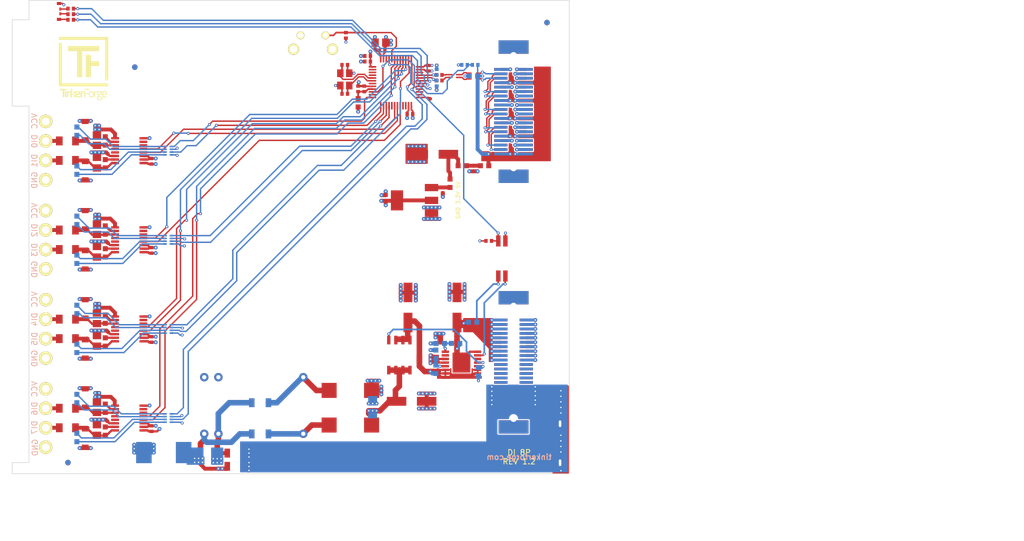
<source format=kicad_pcb>
(kicad_pcb (version 20171130) (host pcbnew 5.1.6-c6e7f7d~86~ubuntu18.04.1)
  (title_block (title "TNG DI 8P") (date 2020-09-04) (rev 1.2) (company "Tinkerforge GmbH") (comment 1 "Licensed under CERN OHL v.1.1") (comment 2 "Copyright (©) 2020, B.Nordmeyer <bastian@tinkerforge.com>"))
  (layers (0 F.Cu signal) (1 GND power hide) (2 VCC power hide) (31 B.Cu signal) (34 B.Paste user) (35 F.Paste user) (36 B.SilkS user) (37 F.SilkS user) (38 B.Mask user) (39 F.Mask user) (44 Edge.Cuts user))
  (net 0 "")
  (net 1 GND)
  (net 2 3V3)
  (net 3 "Net-(C102-Pad1)")
  (net 4 "Net-(C108-Pad2)")
  (net 5 "Net-(C109-Pad2)")
  (net 6 +5V)
  (net 7 "Net-(C112-Pad1)")
  (net 8 USB-DP)
  (net 9 USB-DM)
  (net 10 5VA)
  (net 11 "Net-(C117-Pad1)")
  (net 12 Earth)
  (net 13 AGND)
  (net 14 "Net-(C202-Pad2)")
  (net 15 "Net-(C203-Pad2)")
  (net 16 "Net-(C205-Pad2)")
  (net 17 "Net-(C206-Pad2)")
  (net 18 "Net-(C207-Pad2)")
  (net 19 "Net-(C208-Pad2)")
  (net 20 "Net-(C209-Pad2)")
  (net 21 "Net-(C210-Pad2)")
  (net 22 "Net-(D203-Pad2)")
  (net 23 "Net-(D203-Pad1)")
  (net 24 "Net-(D204-Pad1)")
  (net 25 "Net-(D204-Pad2)")
  (net 26 "Net-(D205-Pad2)")
  (net 27 "Net-(D205-Pad1)")
  (net 28 "Net-(D206-Pad1)")
  (net 29 "Net-(D206-Pad2)")
  (net 30 "Net-(D207-Pad2)")
  (net 31 "Net-(D207-Pad1)")
  (net 32 "Net-(D208-Pad1)")
  (net 33 "Net-(D208-Pad2)")
  (net 34 "Net-(D209-Pad2)")
  (net 35 "Net-(D209-Pad1)")
  (net 36 "Net-(D210-Pad1)")
  (net 37 "Net-(D210-Pad2)")
  (net 38 VCC)
  (net 39 "Net-(J103-Pad29)")
  (net 40 "Net-(J103-Pad27)")
  (net 41 "Net-(J103-Pad21)")
  (net 42 "Net-(J103-Pad19)")
  (net 43 "Net-(J103-Pad13)")
  (net 44 "Net-(J103-Pad11)")
  (net 45 "Net-(J103-Pad5)")
  (net 46 "Net-(J103-Pad3)")
  (net 47 "Net-(LED101-Pad4)")
  (net 48 "Net-(LED101-Pad2)")
  (net 49 "Net-(LED101-Pad3)")
  (net 50 LEDR)
  (net 51 "Net-(R203-Pad1)")
  (net 52 "Net-(R204-Pad1)")
  (net 53 "Net-(R211-Pad1)")
  (net 54 "Net-(R212-Pad1)")
  (net 55 "Net-(R213-Pad1)")
  (net 56 "Net-(R214-Pad1)")
  (net 57 "Net-(R215-Pad1)")
  (net 58 "Net-(R216-Pad1)")
  (net 59 LED3)
  (net 60 LED2)
  (net 61 LED5)
  (net 62 LED4)
  (net 63 LED6)
  (net 64 LED7)
  (net 65 "Net-(P201-Pad3)")
  (net 66 "Net-(P201-Pad2)")
  (net 67 "Net-(P202-Pad2)")
  (net 68 "Net-(P202-Pad3)")
  (net 69 "Net-(P203-Pad3)")
  (net 70 "Net-(P203-Pad2)")
  (net 71 "Net-(P204-Pad2)")
  (net 72 "Net-(P204-Pad3)")
  (net 73 LEDG)
  (net 74 LED1)
  (net 75 LED0)
  (net 76 IN0)
  (net 77 IN1)
  (net 78 IN2)
  (net 79 IN3)
  (net 80 IN5)
  (net 81 IN4)
  (net 82 IN7)
  (net 83 IN6)
  (net 84 LEDB)
  (net 85 "Net-(C119-Pad2)")
  (net 86 USB-DMA)
  (net 87 USB-DPA)
  (net 88 USB-DMB)
  (net 89 USB-DPB)
  (net 90 AIN0)
  (net 91 USB-DMC)
  (net 92 USB-DPC)
  (net 93 AGNDA)
  (net 94 VCCPWRA)
  (net 95 "Net-(P102-Pad1)")
  (net 96 "Net-(C121-Pad1)")
  (net 97 PWR_GOOD)
  (net 98 "Net-(R110-Pad2)")
  (net 99 "Net-(R111-Pad2)")
  (net 100 "Net-(R113-Pad2)")
  (net 101 "Net-(R114-Pad2)")
  (net 102 PWR_PG)
  (net 103 "Net-(Q101-PadG)")
  (net 104 "Net-(C120-Pad2)")
  (net 105 VO)
  (net 106 "Net-(R101-Pad2)")
  (net 107 "Net-(J101-Pad22)")
  (net 108 "Net-(J101-Pad24)")
  (net 109 "Net-(J101-Pad26)")
  (net 110 "Net-(J101-Pad28)")
  (net 111 "Net-(J101-Pad30)")
  (net 112 "Net-(J101-Pad21)")
  (net 113 "Net-(J101-Pad23)")
  (net 114 "Net-(J101-Pad25)")
  (net 115 "Net-(J101-Pad27)")
  (net 116 "Net-(J101-Pad29)")
  (net 117 "Net-(J102-Pad22)")
  (net 118 "Net-(J102-Pad24)")
  (net 119 "Net-(J102-Pad26)")
  (net 120 "Net-(J102-Pad28)")
  (net 121 "Net-(J102-Pad30)")
  (net 122 "Net-(J102-Pad21)")
  (net 123 "Net-(J102-Pad23)")
  (net 124 "Net-(J102-Pad25)")
  (net 125 "Net-(J102-Pad27)")
  (net 126 "Net-(J102-Pad29)")
  (net 127 "Net-(J103-Pad37)")
  (net 128 "Net-(J103-Pad35)")
  (net 129 "Net-(U101-Pad2)")
  (net 130 "Net-(U101-Pad3)")
  (net 131 "Net-(U101-Pad4)")
  (net 132 "Net-(U101-Pad7)")
  (net 133 "Net-(U101-Pad11)")
  (net 134 "Net-(U101-Pad17)")
  (net 135 "Net-(U101-Pad21)")
  (net 136 "Net-(U101-Pad22)")
  (net 137 "Net-(U101-Pad26)")
  (net 138 "Net-(U101-Pad27)")
  (net 139 "Net-(U101-Pad28)")
  (net 140 "Net-(U101-Pad46)")
  (net 141 "Net-(U104-Pad8)")
  (net 142 "Net-(U104-Pad7)")
  (net 143 "Net-(U106-Pad2)")
  (net 144 "Net-(U106-Pad12)")
  (net 145 "Net-(U201-Pad6)")
  (net 146 "Net-(U201-Pad7)")
  (net 147 "Net-(U201-Pad12)")
  (net 148 "Net-(U201-Pad13)")
  (net 149 "Net-(U202-Pad6)")
  (net 150 "Net-(U202-Pad7)")
  (net 151 "Net-(U202-Pad12)")
  (net 152 "Net-(U202-Pad13)")
  (net 153 "Net-(U203-Pad13)")
  (net 154 "Net-(U203-Pad12)")
  (net 155 "Net-(U203-Pad7)")
  (net 156 "Net-(U203-Pad6)")
  (net 157 "Net-(U204-Pad13)")
  (net 158 "Net-(U204-Pad12)")
  (net 159 "Net-(U204-Pad7)")
  (net 160 "Net-(U204-Pad6)")
  (module kicad-libraries:TACT-6MM-HOR (layer F.Cu) (at 143.8 68.8)
    (fp_text reference SW101)
    (fp_text value BOOT)
    (pad 2 thru_hole circle (at 2.25 0) (size 1.4 1.4) (drill 0.9) (layers *.Cu *.Mask F.SilkS) (net 106 "Net-(R101-Pad2)"))
    (pad 1 thru_hole circle (at -2.25 0) (size 1.4 1.4) (drill 0.9) (layers *.Cu *.Mask F.SilkS) (net 2 3V3))
    (pad "" thru_hole circle (at 3.5 2.49) (size 2 2) (drill 1.3) (layers *.Cu *.Mask F.SilkS))
    (pad "" thru_hole circle (at -3.5 2.49) (size 2 2) (drill 1.3) (layers *.Cu *.Mask F.SilkS))
  )
  (module kicad-libraries:PE_Hook (layer F.Cu) (at 188.3 139.6)
    (fp_text reference P103)
    (fp_text value PE)
    (pad 1 thru_hole oval (at -0.15 -1.075) (size 1 2) (drill oval 0.45 1.2) (layers *.Cu *.Mask) (net 12 Earth))
    (pad 1 thru_hole oval (at -0.15 5.925) (size 1 2) (drill oval 0.45 1.2) (layers *.Cu *.Mask) (net 12 Earth))
    (pad 1 smd rect (at 0 0) (size 3 15.85) (layers F.Cu) (net 12 Earth))
  )
  (module kicad-libraries:WE-SL5 (layer F.Cu) (at 150.5 135.65 180)
    (fp_text reference T101)
    (fp_text value 744273222)
    (pad 2 smd rect (at -3.81 3.11 180) (size 2.7 2.7) (layers F.Cu F.Paste F.Mask) (net 93 AGNDA))
    (pad 3 smd rect (at 3.81 3.11 180) (size 2.7 2.7) (layers F.Cu F.Paste F.Mask) (net 104 "Net-(C120-Pad2)"))
    (pad 4 smd rect (at 3.81 -3.11 180) (size 2.7 2.7) (layers F.Cu F.Paste F.Mask) (net 85 "Net-(C119-Pad2)"))
    (pad 1 smd rect (at -3.81 -3.11 180) (size 2.7 2.7) (layers F.Cu F.Paste F.Mask) (net 96 "Net-(C121-Pad1)"))
  )
  (module kicad-libraries:Fiducial_Mark (layer B.Cu) (at 99.8 145.5)
    (fp_text reference Fiducial_Mark hide)
    (fp_text value VAL** hide)
    (pad 1 smd circle (at 0 0) (size 1.00076 1.00076) (layers B.Cu B.Paste B.Mask) (clearance 0.65024))
  )
  (module kicad-libraries:Fiducial_Mark (layer B.Cu) (at 185.8 66.5)
    (fp_text reference Fiducial_Mark hide)
    (fp_text value VAL** hide)
    (pad 1 smd circle (at 0 0) (size 1.00076 1.00076) (layers B.Cu B.Paste B.Mask) (clearance 0.65024))
  )
  (module kicad-libraries:Fiducial_Mark (layer B.Cu) (at 111.8 74.5)
    (fp_text reference Fiducial_Mark hide)
    (fp_text value VAL** hide)
    (pad 1 smd circle (at 0 0) (size 1.00076 1.00076) (layers B.Cu B.Paste B.Mask) (clearance 0.65024))
  )
  (module kicad-libraries:Fiducial_Mark (layer F.Cu) (at 175.8 142.5)
    (fp_text reference Fiducial_Mark hide)
    (fp_text value VAL** hide)
    (pad 1 smd circle (at 0 0) (size 1.00076 1.00076) (layers F.Cu F.Paste F.Mask) (clearance 0.65024))
  )
  (module kicad-libraries:Fiducial_Mark (layer F.Cu) (at 111.8 74.5)
    (fp_text reference Fiducial_Mark hide)
    (fp_text value VAL** hide)
    (pad 1 smd circle (at 0 0) (size 1.00076 1.00076) (layers F.Cu F.Paste F.Mask) (clearance 0.65024))
  )
  (module kicad-libraries:Fiducial_Mark (layer F.Cu) (at 99.8 145.5)
    (fp_text reference Fiducial_Mark hide)
    (fp_text value VAL** hide)
    (pad 1 smd circle (at 0 0) (size 1.00076 1.00076) (layers F.Cu F.Paste F.Mask) (clearance 0.65024))
  )
  (module kicad-libraries:Fiducial_Mark (layer F.Cu) (at 185.8 66.5)
    (fp_text reference Fiducial_Mark hide)
    (fp_text value VAL** hide)
    (pad 1 smd circle (at 0 0) (size 1.00076 1.00076) (layers F.Cu F.Paste F.Mask) (clearance 0.65024))
  )
  (module kicad-libraries:TEL10 (layer F.Cu) (at 133.15 135.25 180)
    (fp_text reference U104)
    (fp_text value DNP)
    (pad 16 thru_hole circle (at -8.9 -5.08 180) (size 1.524 1.524) (drill 0.762) (layers *.Cu *.Mask) (net 85 "Net-(C119-Pad2)"))
    (pad 10 thru_hole circle (at 6.34 -5.08 180) (size 1.524 1.524) (drill 0.762) (layers *.Cu *.Mask) (net 13 AGND))
    (pad 9 thru_hole circle (at 8.88 -5.08 180) (size 1.524 1.524) (drill 0.762) (layers *.Cu *.Mask) (net 38 VCC))
    (pad 8 thru_hole circle (at 8.88 5.08 180) (size 1.524 1.524) (drill 0.762) (layers *.Cu *.Mask) (net 141 "Net-(U104-Pad8)"))
    (pad 7 thru_hole circle (at 6.34 5.08 180) (size 1.524 1.524) (drill 0.762) (layers *.Cu *.Mask) (net 142 "Net-(U104-Pad7)"))
    (pad 1 thru_hole circle (at -8.9 5.08 180) (size 1.524 1.524) (drill 0.762) (layers *.Cu *.Mask) (net 104 "Net-(C120-Pad2)"))
  )
  (module kicad-libraries:SOT-223 (layer F.Cu) (at 161.975 98.425 90)
    (fp_text reference U102)
    (fp_text value AZ1117EH)
    (pad 2 smd rect (at 0 -3.0988 90) (size 3.59918 2.19964) (layers F.Cu F.Paste F.Mask) (net 2 3V3))
    (pad 3 smd rect (at 2.30124 3.0988 90) (size 1.30048 2.4003) (layers F.Cu F.Paste F.Mask) (net 11 "Net-(C117-Pad1)"))
    (pad 2 smd rect (at 0 3.0988 90) (size 1.30048 2.4003) (layers F.Cu F.Paste F.Mask) (net 2 3V3))
    (pad 1 smd rect (at -2.30124 3.0988 90) (size 1.30048 2.4003) (layers F.Cu F.Paste F.Mask) (net 1 GND))
  )
  (module kicad-libraries:SOP4 (layer F.Cu) (at 177.7 108.85 180)
    (fp_text reference U105)
    (fp_text value TLP293)
    (pad 1 smd rect (at 0.635 -3.15 180) (size 0.8 2) (layers F.Cu F.Paste F.Mask) (net 98 "Net-(R110-Pad2)"))
    (pad 2 smd rect (at -0.635 -3.15 180) (size 0.8 2) (layers F.Cu F.Paste F.Mask) (net 102 PWR_PG))
    (pad 3 smd rect (at -0.635 3.15 180) (size 0.8 2) (layers F.Cu F.Paste F.Mask) (net 1 GND))
    (pad 4 smd rect (at 0.635 3.15 180) (size 0.8 2) (layers F.Cu F.Paste F.Mask) (net 97 PWR_GOOD))
  )
  (module kicad-libraries:SOIC-8-MOSFET (layer F.Cu) (at 159.3 126.2 180)
    (fp_text reference Q101)
    (fp_text value FDS8449)
    (pad D smd rect (at -1.90246 -2.69748 180) (size 0.59944 1.5494) (layers F.Cu F.Paste F.Mask) (net 96 "Net-(C121-Pad1)"))
    (pad D smd rect (at -0.63246 -2.69748 180) (size 0.59944 1.5494) (layers F.Cu F.Paste F.Mask) (net 96 "Net-(C121-Pad1)"))
    (pad D smd rect (at 0.63246 -2.69748 180) (size 0.59944 1.5494) (layers F.Cu F.Paste F.Mask) (net 96 "Net-(C121-Pad1)"))
    (pad D smd rect (at 1.90246 -2.69748 180) (size 0.59944 1.5494) (layers F.Cu F.Paste F.Mask) (net 96 "Net-(C121-Pad1)"))
    (pad G smd rect (at 1.90246 2.69748) (size 0.59944 1.5494) (layers F.Cu F.Paste F.Mask) (net 103 "Net-(Q101-PadG)"))
    (pad S smd rect (at 0.63246 2.69748) (size 0.59944 1.5494) (layers F.Cu F.Paste F.Mask) (net 105 VO))
    (pad S smd rect (at -0.63246 2.69748) (size 0.59944 1.5494) (layers F.Cu F.Paste F.Mask) (net 105 VO))
    (pad S smd rect (at -1.90246 2.69748) (size 0.59944 1.5494) (layers F.Cu F.Paste F.Mask) (net 105 VO))
  )
  (module kicad-libraries:R0603F (layer B.Cu) (at 166.65 124.1 180)
    (fp_text reference R115)
    (fp_text value 10k)
    (pad 2 smd rect (at 0.75 0 180) (size 0.9 0.9) (layers B.Cu B.Paste B.Mask) (net 93 AGNDA))
    (pad 1 smd rect (at -0.75 0 180) (size 0.9 0.9) (layers B.Cu B.Paste B.Mask) (net 101 "Net-(R114-Pad2)"))
  )
  (module kicad-libraries:R0603F (layer B.Cu) (at 169.4 124.1 180)
    (fp_text reference R114)
    (fp_text value 68k)
    (pad 2 smd rect (at 0.75 0 180) (size 0.9 0.9) (layers B.Cu B.Paste B.Mask) (net 101 "Net-(R114-Pad2)"))
    (pad 1 smd rect (at -0.75 0 180) (size 0.9 0.9) (layers B.Cu B.Paste B.Mask) (net 94 VCCPWRA))
  )
  (module kicad-libraries:R0603F (layer B.Cu) (at 173.5 129.2 90)
    (fp_text reference R113)
    (fp_text value 22)
    (pad 2 smd rect (at 0.75 0 90) (size 0.9 0.9) (layers B.Cu B.Paste B.Mask) (net 100 "Net-(R113-Pad2)"))
    (pad 1 smd rect (at -0.75 0 90) (size 0.9 0.9) (layers B.Cu B.Paste B.Mask) (net 105 VO))
  )
  (module kicad-libraries:R0603F (layer B.Cu) (at 165.85 126.05 90)
    (fp_text reference R112)
    (fp_text value DNP)
    (pad 2 smd rect (at 0.75 0 90) (size 0.9 0.9) (layers B.Cu B.Paste B.Mask) (net 93 AGNDA))
    (pad 1 smd rect (at -0.75 0 90) (size 0.9 0.9) (layers B.Cu B.Paste B.Mask) (net 99 "Net-(R111-Pad2)"))
  )
  (module kicad-libraries:R0603F (layer B.Cu) (at 165.85 128.75 90)
    (fp_text reference R111)
    (fp_text value DNP)
    (pad 2 smd rect (at 0.75 0 90) (size 0.9 0.9) (layers B.Cu B.Paste B.Mask) (net 99 "Net-(R111-Pad2)"))
    (pad 1 smd rect (at -0.75 0 90) (size 0.9 0.9) (layers B.Cu B.Paste B.Mask) (net 105 VO))
  )
  (module kicad-libraries:R0603F (layer B.Cu) (at 172.45 120.3)
    (fp_text reference R110)
    (fp_text value 10k)
    (pad 2 smd rect (at 0.75 0) (size 0.9 0.9) (layers B.Cu B.Paste B.Mask) (net 98 "Net-(R110-Pad2)"))
    (pad 1 smd rect (at -0.75 0) (size 0.9 0.9) (layers B.Cu B.Paste B.Mask) (net 94 VCCPWRA))
  )
  (module kicad-libraries:LQFP48 (layer F.Cu) (at 158.7 77.2 270)
    (fp_text reference U101)
    (fp_text value STM32F070CBT6)
    (pad 48 smd rect (at -4.22402 2.74828) (size 0.28956 1.34874) (layers F.Cu F.Paste F.Mask) (net 2 3V3))
    (pad 47 smd rect (at -4.22402 2.2479) (size 0.28956 1.34874) (layers F.Cu F.Paste F.Mask) (net 1 GND))
    (pad 46 smd rect (at -4.22402 1.74752) (size 0.28956 1.34874) (layers F.Cu F.Paste F.Mask) (net 140 "Net-(U101-Pad46)"))
    (pad 45 smd rect (at -4.22402 1.24968) (size 0.28956 1.34874) (layers F.Cu F.Paste F.Mask) (net 97 PWR_GOOD))
    (pad 44 smd rect (at -4.22402 0.7493) (size 0.28956 1.34874) (layers F.Cu F.Paste F.Mask) (net 106 "Net-(R101-Pad2)"))
    (pad 43 smd rect (at -4.22402 0.24892) (size 0.28956 1.34874) (layers F.Cu F.Paste F.Mask) (net 82 IN7))
    (pad 42 smd rect (at -4.22402 -0.24892) (size 0.28956 1.34874) (layers F.Cu F.Paste F.Mask) (net 83 IN6))
    (pad 41 smd rect (at -4.22402 -0.7493) (size 0.28956 1.34874) (layers F.Cu F.Paste F.Mask) (net 80 IN5))
    (pad 40 smd rect (at -4.22402 -1.24968) (size 0.28956 1.34874) (layers F.Cu F.Paste F.Mask) (net 81 IN4))
    (pad 39 smd rect (at -4.22402 -1.74752) (size 0.28956 1.34874) (layers F.Cu F.Paste F.Mask) (net 79 IN3))
    (pad 38 smd rect (at -4.22402 -2.2479) (size 0.28956 1.34874) (layers F.Cu F.Paste F.Mask) (net 61 LED5))
    (pad 37 smd rect (at -4.22402 -2.74828) (size 0.28956 1.34874) (layers F.Cu F.Paste F.Mask) (net 63 LED6))
    (pad 36 smd rect (at -2.74828 -4.22402 270) (size 0.28956 1.34874) (layers F.Cu F.Paste F.Mask) (net 2 3V3))
    (pad 35 smd rect (at -2.2479 -4.22402 270) (size 0.28956 1.34874) (layers F.Cu F.Paste F.Mask) (net 1 GND))
    (pad 34 smd rect (at -1.74752 -4.22402 270) (size 0.28956 1.34874) (layers F.Cu F.Paste F.Mask) (net 64 LED7))
    (pad 33 smd rect (at -1.24968 -4.22402 270) (size 0.28956 1.34874) (layers F.Cu F.Paste F.Mask) (net 8 USB-DP))
    (pad 32 smd rect (at -0.7493 -4.22402 270) (size 0.28956 1.34874) (layers F.Cu F.Paste F.Mask) (net 9 USB-DM))
    (pad 31 smd rect (at -0.24892 -4.22402 270) (size 0.28956 1.34874) (layers F.Cu F.Paste F.Mask) (net 84 LEDB))
    (pad 30 smd rect (at 0.24892 -4.22402 270) (size 0.28956 1.34874) (layers F.Cu F.Paste F.Mask) (net 73 LEDG))
    (pad 29 smd rect (at 0.7493 -4.22402 270) (size 0.28956 1.34874) (layers F.Cu F.Paste F.Mask) (net 50 LEDR))
    (pad 28 smd rect (at 1.24968 -4.22402 270) (size 0.28956 1.34874) (layers F.Cu F.Paste F.Mask) (net 139 "Net-(U101-Pad28)"))
    (pad 27 smd rect (at 1.74752 -4.22402 270) (size 0.28956 1.34874) (layers F.Cu F.Paste F.Mask) (net 138 "Net-(U101-Pad27)"))
    (pad 26 smd rect (at 2.2479 -4.22402 270) (size 0.28956 1.34874) (layers F.Cu F.Paste F.Mask) (net 137 "Net-(U101-Pad26)"))
    (pad 25 smd rect (at 2.74828 -4.22402 270) (size 0.28956 1.34874) (layers F.Cu F.Paste F.Mask) (net 95 "Net-(P102-Pad1)"))
    (pad 24 smd rect (at 4.22402 -2.74828 180) (size 0.28956 1.34874) (layers F.Cu F.Paste F.Mask) (net 2 3V3))
    (pad 23 smd rect (at 4.22402 -2.2479 180) (size 0.28956 1.34874) (layers F.Cu F.Paste F.Mask) (net 1 GND))
    (pad 22 smd rect (at 4.22402 -1.74752 180) (size 0.28956 1.34874) (layers F.Cu F.Paste F.Mask) (net 136 "Net-(U101-Pad22)"))
    (pad 21 smd rect (at 4.22402 -1.24968 180) (size 0.28956 1.34874) (layers F.Cu F.Paste F.Mask) (net 135 "Net-(U101-Pad21)"))
    (pad 20 smd rect (at 4.22402 -0.7493 180) (size 0.28956 1.34874) (layers F.Cu F.Paste F.Mask) (net 78 IN2))
    (pad 19 smd rect (at 4.22402 -0.24892 180) (size 0.28956 1.34874) (layers F.Cu F.Paste F.Mask) (net 77 IN1))
    (pad 18 smd rect (at 4.22402 0.24892 180) (size 0.28956 1.34874) (layers F.Cu F.Paste F.Mask) (net 76 IN0))
    (pad 17 smd rect (at 4.22402 0.7493 180) (size 0.28956 1.34874) (layers F.Cu F.Paste F.Mask) (net 134 "Net-(U101-Pad17)"))
    (pad 16 smd rect (at 4.22402 1.24968 180) (size 0.28956 1.34874) (layers F.Cu F.Paste F.Mask) (net 62 LED4))
    (pad 15 smd rect (at 4.22402 1.74752 180) (size 0.28956 1.34874) (layers F.Cu F.Paste F.Mask) (net 59 LED3))
    (pad 14 smd rect (at 4.22402 2.2479 180) (size 0.28956 1.34874) (layers F.Cu F.Paste F.Mask) (net 60 LED2))
    (pad 13 smd rect (at 4.22402 2.74828 180) (size 0.28956 1.34874) (layers F.Cu F.Paste F.Mask) (net 74 LED1))
    (pad 12 smd rect (at 2.74828 4.22402 90) (size 0.28956 1.34874) (layers F.Cu F.Paste F.Mask) (net 75 LED0))
    (pad 11 smd rect (at 2.2479 4.22402 90) (size 0.28956 1.34874) (layers F.Cu F.Paste F.Mask) (net 133 "Net-(U101-Pad11)"))
    (pad 10 smd rect (at 1.74752 4.22402 90) (size 0.28956 1.34874) (layers F.Cu F.Paste F.Mask) (net 90 AIN0))
    (pad 9 smd rect (at 1.24968 4.22402 90) (size 0.28956 1.34874) (layers F.Cu F.Paste F.Mask) (net 3 "Net-(C102-Pad1)"))
    (pad 8 smd rect (at 0.7493 4.22402 90) (size 0.28956 1.34874) (layers F.Cu F.Paste F.Mask) (net 1 GND))
    (pad 7 smd rect (at 0.24892 4.22402 90) (size 0.28956 1.34874) (layers F.Cu F.Paste F.Mask) (net 132 "Net-(U101-Pad7)"))
    (pad 6 smd rect (at -0.24892 4.22402 90) (size 0.28956 1.34874) (layers F.Cu F.Paste F.Mask) (net 5 "Net-(C109-Pad2)"))
    (pad 5 smd rect (at -0.7493 4.22402 90) (size 0.28956 1.34874) (layers F.Cu F.Paste F.Mask) (net 4 "Net-(C108-Pad2)"))
    (pad 4 smd rect (at -1.24968 4.22402 90) (size 0.28956 1.34874) (layers F.Cu F.Paste F.Mask) (net 131 "Net-(U101-Pad4)"))
    (pad 3 smd rect (at -1.74752 4.22402 90) (size 0.28956 1.34874) (layers F.Cu F.Paste F.Mask) (net 130 "Net-(U101-Pad3)"))
    (pad 2 smd rect (at -2.2479 4.22402 90) (size 0.28956 1.34874) (layers F.Cu F.Paste F.Mask) (net 129 "Net-(U101-Pad2)"))
    (pad 1 smd rect (at -2.74828 4.22402 90) (size 0.28956 1.34874) (layers F.Cu F.Paste F.Mask) (net 2 3V3))
  )
  (module kicad-libraries:CRYSTAL_3225 (layer F.Cu) (at 149.5 76.7 90)
    (fp_text reference X101)
    (fp_text value 8MHz)
    (pad 3 smd rect (at 1.09982 0.8001 90) (size 1.39954 1.15062) (layers F.Cu F.Paste F.Mask) (net 1 GND))
    (pad 1 smd rect (at -1.09982 0.8001 90) (size 1.39954 1.15062) (layers F.Cu F.Paste F.Mask) (net 5 "Net-(C109-Pad2)"))
    (pad 2 smd rect (at 1.09982 -0.8001 90) (size 1.39954 1.15062) (layers F.Cu F.Paste F.Mask) (net 4 "Net-(C108-Pad2)"))
    (pad 3 smd rect (at -1.09982 -0.8001 90) (size 1.39954 1.15062) (layers F.Cu F.Paste F.Mask) (net 1 GND))
  )
  (module kicad-libraries:4X0402 (layer B.Cu) (at 117.8 89.5 270)
    (fp_text reference RP201)
    (fp_text value 470)
    (pad 8 smd rect (at -0.7493 0.575 270) (size 0.29972 0.65) (layers B.Cu B.Paste B.Mask) (net 22 "Net-(D203-Pad2)"))
    (pad 7 smd rect (at -0.24892 0.575 270) (size 0.29972 0.65) (layers B.Cu B.Paste B.Mask) (net 23 "Net-(D203-Pad1)"))
    (pad 6 smd rect (at 0.24892 0.575 270) (size 0.29972 0.65) (layers B.Cu B.Paste B.Mask) (net 25 "Net-(D204-Pad2)"))
    (pad 5 smd rect (at 0.7493 0.575 270) (size 0.29972 0.65) (layers B.Cu B.Paste B.Mask) (net 24 "Net-(D204-Pad1)"))
    (pad 4 smd rect (at 0.7493 -0.575 90) (size 0.29972 0.65) (layers B.Cu B.Paste B.Mask) (net 2 3V3))
    (pad 3 smd rect (at 0.24892 -0.575 90) (size 0.29972 0.65) (layers B.Cu B.Paste B.Mask) (net 74 LED1))
    (pad 2 smd rect (at -0.24892 -0.575 90) (size 0.29972 0.65) (layers B.Cu B.Paste B.Mask) (net 2 3V3))
    (pad 1 smd rect (at -0.7493 -0.575 90) (size 0.29972 0.65) (layers B.Cu B.Paste B.Mask) (net 75 LED0))
  )
  (module kicad-libraries:4X0402 (layer B.Cu) (at 117.8 105.5 270)
    (fp_text reference RP202)
    (fp_text value 470)
    (pad 8 smd rect (at -0.7493 0.575 270) (size 0.29972 0.65) (layers B.Cu B.Paste B.Mask) (net 26 "Net-(D205-Pad2)"))
    (pad 7 smd rect (at -0.24892 0.575 270) (size 0.29972 0.65) (layers B.Cu B.Paste B.Mask) (net 27 "Net-(D205-Pad1)"))
    (pad 6 smd rect (at 0.24892 0.575 270) (size 0.29972 0.65) (layers B.Cu B.Paste B.Mask) (net 29 "Net-(D206-Pad2)"))
    (pad 5 smd rect (at 0.7493 0.575 270) (size 0.29972 0.65) (layers B.Cu B.Paste B.Mask) (net 28 "Net-(D206-Pad1)"))
    (pad 4 smd rect (at 0.7493 -0.575 90) (size 0.29972 0.65) (layers B.Cu B.Paste B.Mask) (net 2 3V3))
    (pad 3 smd rect (at 0.24892 -0.575 90) (size 0.29972 0.65) (layers B.Cu B.Paste B.Mask) (net 59 LED3))
    (pad 2 smd rect (at -0.24892 -0.575 90) (size 0.29972 0.65) (layers B.Cu B.Paste B.Mask) (net 2 3V3))
    (pad 1 smd rect (at -0.7493 -0.575 90) (size 0.29972 0.65) (layers B.Cu B.Paste B.Mask) (net 60 LED2))
  )
  (module kicad-libraries:4X0402 (layer B.Cu) (at 117.8 121.5 270)
    (fp_text reference RP203)
    (fp_text value 470)
    (pad 8 smd rect (at -0.7493 0.575 270) (size 0.29972 0.65) (layers B.Cu B.Paste B.Mask) (net 30 "Net-(D207-Pad2)"))
    (pad 7 smd rect (at -0.24892 0.575 270) (size 0.29972 0.65) (layers B.Cu B.Paste B.Mask) (net 31 "Net-(D207-Pad1)"))
    (pad 6 smd rect (at 0.24892 0.575 270) (size 0.29972 0.65) (layers B.Cu B.Paste B.Mask) (net 33 "Net-(D208-Pad2)"))
    (pad 5 smd rect (at 0.7493 0.575 270) (size 0.29972 0.65) (layers B.Cu B.Paste B.Mask) (net 32 "Net-(D208-Pad1)"))
    (pad 4 smd rect (at 0.7493 -0.575 90) (size 0.29972 0.65) (layers B.Cu B.Paste B.Mask) (net 2 3V3))
    (pad 3 smd rect (at 0.24892 -0.575 90) (size 0.29972 0.65) (layers B.Cu B.Paste B.Mask) (net 61 LED5))
    (pad 2 smd rect (at -0.24892 -0.575 90) (size 0.29972 0.65) (layers B.Cu B.Paste B.Mask) (net 2 3V3))
    (pad 1 smd rect (at -0.7493 -0.575 90) (size 0.29972 0.65) (layers B.Cu B.Paste B.Mask) (net 62 LED4))
  )
  (module kicad-libraries:4X0402 (layer B.Cu) (at 117.8 137.5 270)
    (fp_text reference RP204)
    (fp_text value 470)
    (pad 8 smd rect (at -0.7493 0.575 270) (size 0.29972 0.65) (layers B.Cu B.Paste B.Mask) (net 34 "Net-(D209-Pad2)"))
    (pad 7 smd rect (at -0.24892 0.575 270) (size 0.29972 0.65) (layers B.Cu B.Paste B.Mask) (net 35 "Net-(D209-Pad1)"))
    (pad 6 smd rect (at 0.24892 0.575 270) (size 0.29972 0.65) (layers B.Cu B.Paste B.Mask) (net 37 "Net-(D210-Pad2)"))
    (pad 5 smd rect (at 0.7493 0.575 270) (size 0.29972 0.65) (layers B.Cu B.Paste B.Mask) (net 36 "Net-(D210-Pad1)"))
    (pad 4 smd rect (at 0.7493 -0.575 90) (size 0.29972 0.65) (layers B.Cu B.Paste B.Mask) (net 2 3V3))
    (pad 3 smd rect (at 0.24892 -0.575 90) (size 0.29972 0.65) (layers B.Cu B.Paste B.Mask) (net 64 LED7))
    (pad 2 smd rect (at -0.24892 -0.575 90) (size 0.29972 0.65) (layers B.Cu B.Paste B.Mask) (net 2 3V3))
    (pad 1 smd rect (at -0.7493 -0.575 90) (size 0.29972 0.65) (layers B.Cu B.Paste B.Mask) (net 63 LED6))
  )
  (module kicad-libraries:Logo_TF_10x12 (layer F.Cu) (at 102.6 74.6)
    (fp_text reference G*** hide)
    (fp_text value LOGO hide)
  )
  (module kicad-libraries:DEBUG_PAD (layer F.Cu) (at 164.8 80.2)
    (fp_text reference P102)
    (fp_text value Debug)
    (pad 1 smd circle (at 0 0) (size 0.7 0.7) (layers F.Cu F.Paste F.Mask) (net 95 "Net-(P102-Pad1)"))
  )
  (module kicad-libraries:HTSSOP14 (layer F.Cu) (at 170.45 127.55 180)
    (fp_text reference U106)
    (fp_text value STEF01)
    (pad EXP smd rect (at 0 0 180) (size 3.2 3.6) (layers F.Cu F.Paste F.Mask) (net 94 VCCPWRA))
    (pad 14 smd rect (at -2.9 1.95 180) (size 1.3 0.45) (layers F.Cu F.Paste F.Mask) (net 94 VCCPWRA))
    (pad 13 smd rect (at -2.9 1.3 180) (size 1.3 0.45) (layers F.Cu F.Paste F.Mask) (net 102 PWR_PG))
    (pad 12 smd rect (at -2.9 0.65 180) (size 1.3 0.45) (layers F.Cu F.Paste F.Mask) (net 144 "Net-(U106-Pad12)"))
    (pad 11 smd rect (at -2.9 0 180) (size 1.3 0.45) (layers F.Cu F.Paste F.Mask) (net 103 "Net-(Q101-PadG)"))
    (pad 10 smd rect (at -2.9 -0.65 180) (size 1.3 0.45) (layers F.Cu F.Paste F.Mask) (net 100 "Net-(R113-Pad2)"))
    (pad 9 smd rect (at -2.9 -1.3 180) (size 1.3 0.45) (layers F.Cu F.Paste F.Mask) (net 105 VO))
    (pad 8 smd rect (at -2.9 -1.95 180) (size 1.3 0.45) (layers F.Cu F.Paste F.Mask) (net 105 VO))
    (pad 7 smd rect (at 2.9 -1.95 180) (size 1.3 0.45) (layers F.Cu F.Paste F.Mask) (net 105 VO))
    (pad 6 smd rect (at 2.9 -1.3 180) (size 1.3 0.45) (layers F.Cu F.Paste F.Mask) (net 105 VO))
    (pad 5 smd rect (at 2.9 -0.65 180) (size 1.3 0.45) (layers F.Cu F.Paste F.Mask) (net 99 "Net-(R111-Pad2)"))
    (pad 4 smd rect (at 2.9 0 180) (size 1.3 0.45) (layers F.Cu F.Paste F.Mask) (net 93 AGNDA))
    (pad 3 smd rect (at 2.9 0.65 180) (size 1.3 0.45) (layers F.Cu F.Paste F.Mask) (net 93 AGNDA))
    (pad 2 smd rect (at 2.9 1.3 180) (size 1.3 0.45) (layers F.Cu F.Paste F.Mask) (net 143 "Net-(U106-Pad2)"))
    (pad 1 smd rect (at 2.9 1.95 180) (size 1.3 0.45) (layers F.Cu F.Paste F.Mask) (net 101 "Net-(R114-Pad2)"))
  )
  (module kicad-libraries:SMC (layer B.Cu) (at 117 143.7 180)
    (fp_text reference D101)
    (fp_text value 3.0SMI30CATR)
    (pad 2 smd rect (at 3.5687 0 180) (size 2.794 3.81) (layers B.Cu B.Paste B.Mask) (net 13 AGND))
    (pad 1 smd rect (at -3.5687 0 180) (size 2.794 3.81) (layers B.Cu B.Paste B.Mask) (net 38 VCC))
  )
  (module kicad-libraries:R1206 (layer B.Cu) (at 125.1 143.6)
    (fp_text reference R116)
    (fp_text value VC1206K201R030)
    (pad 2 smd rect (at 1.50114 0) (size 1.00076 1.6002) (layers B.Cu B.Paste B.Mask) (net 13 AGND))
    (pad 1 smd rect (at -1.50114 0) (size 1.00076 1.6002) (layers B.Cu B.Paste B.Mask) (net 38 VCC))
  )
  (module kicad-libraries:ELKO_63 (layer F.Cu) (at 165.4 90.15)
    (fp_text reference C111)
    (fp_text value 100uF)
    (pad 1 smd rect (at 2.7 0) (size 3.5 1.6) (layers F.Cu F.Paste F.Mask) (net 6 +5V))
    (pad 2 smd rect (at -2.7 0) (size 3.5 1.6) (layers F.Cu F.Paste F.Mask) (net 1 GND))
  )
  (module kicad-libraries:ELKO_63 (layer F.Cu) (at 169.65 117.65 270)
    (fp_text reference C122)
    (fp_text value 100uF/35V)
    (pad 1 smd rect (at 2.7 0 270) (size 3.5 1.6) (layers F.Cu F.Paste F.Mask) (net 94 VCCPWRA))
    (pad 2 smd rect (at -2.7 0 270) (size 3.5 1.6) (layers F.Cu F.Paste F.Mask) (net 93 AGNDA))
  )
  (module kicad-libraries:ELKO_63 (layer F.Cu) (at 161.5 134.5 180)
    (fp_text reference C123)
    (fp_text value 100uF/35V)
    (pad 1 smd rect (at 2.7 0 180) (size 3.5 1.6) (layers F.Cu F.Paste F.Mask) (net 96 "Net-(C121-Pad1)"))
    (pad 2 smd rect (at -2.7 0 180) (size 3.5 1.6) (layers F.Cu F.Paste F.Mask) (net 93 AGNDA))
  )
  (module kicad-libraries:ELKO_63 (layer F.Cu) (at 160.85 117.65 270)
    (fp_text reference C124)
    (fp_text value 100uF/35V)
    (pad 1 smd rect (at 2.7 0 270) (size 3.5 1.6) (layers F.Cu F.Paste F.Mask) (net 105 VO))
    (pad 2 smd rect (at -2.7 0 270) (size 3.5 1.6) (layers F.Cu F.Paste F.Mask) (net 93 AGNDA))
  )
  (module kicad-libraries:R0402F (layer F.Cu) (at 175.35 105.7 180)
    (fp_text reference R109)
    (fp_text value 10k)
    (pad 1 smd rect (at -0.5 0 180) (size 0.6 0.7) (layers F.Cu F.Paste F.Mask) (net 97 PWR_GOOD))
    (pad 2 smd rect (at 0.5 0 180) (size 0.6 0.7) (layers F.Cu F.Paste F.Mask) (net 2 3V3))
  )
  (module kicad-libraries:SOD-123FL (layer F.Cu) (at 102.9 85.9 270)
    (fp_text reference D201)
    (fp_text value SMF36CA)
    (pad 1 smd rect (at 1.6383 0 270) (size 0.9144 1.2192) (layers F.Cu F.Paste F.Mask) (net 15 "Net-(C203-Pad2)"))
    (pad 2 smd rect (at -1.6383 0 270) (size 0.9144 1.2192) (layers F.Cu F.Paste F.Mask) (net 13 AGND))
  )
  (module kicad-libraries:SOD-123FL (layer F.Cu) (at 102.9 93.1 90)
    (fp_text reference D202)
    (fp_text value SMF36CA)
    (pad 1 smd rect (at 1.6383 0 90) (size 0.9144 1.2192) (layers F.Cu F.Paste F.Mask) (net 14 "Net-(C202-Pad2)"))
    (pad 2 smd rect (at -1.6383 0 90) (size 0.9144 1.2192) (layers F.Cu F.Paste F.Mask) (net 13 AGND))
  )
  (module kicad-libraries:SOD-123FL (layer F.Cu) (at 102.9 101.9 270)
    (fp_text reference D211)
    (fp_text value SMF36CA)
    (pad 1 smd rect (at 1.6383 0 270) (size 0.9144 1.2192) (layers F.Cu F.Paste F.Mask) (net 17 "Net-(C206-Pad2)"))
    (pad 2 smd rect (at -1.6383 0 270) (size 0.9144 1.2192) (layers F.Cu F.Paste F.Mask) (net 13 AGND))
  )
  (module kicad-libraries:SOD-123FL (layer F.Cu) (at 102.9 117.9 270)
    (fp_text reference D212)
    (fp_text value SMF36CA)
    (pad 1 smd rect (at 1.6383 0 270) (size 0.9144 1.2192) (layers F.Cu F.Paste F.Mask) (net 19 "Net-(C208-Pad2)"))
    (pad 2 smd rect (at -1.6383 0 270) (size 0.9144 1.2192) (layers F.Cu F.Paste F.Mask) (net 13 AGND))
  )
  (module kicad-libraries:SOD-123FL (layer F.Cu) (at 102.9 133.9 270)
    (fp_text reference D213)
    (fp_text value SMF36CA)
    (pad 1 smd rect (at 1.6383 0 270) (size 0.9144 1.2192) (layers F.Cu F.Paste F.Mask) (net 21 "Net-(C210-Pad2)"))
    (pad 2 smd rect (at -1.6383 0 270) (size 0.9144 1.2192) (layers F.Cu F.Paste F.Mask) (net 13 AGND))
  )
  (module kicad-libraries:SOD-123FL (layer F.Cu) (at 102.9 109.1 90)
    (fp_text reference D214)
    (fp_text value SMF36CA)
    (pad 1 smd rect (at 1.6383 0 90) (size 0.9144 1.2192) (layers F.Cu F.Paste F.Mask) (net 16 "Net-(C205-Pad2)"))
    (pad 2 smd rect (at -1.6383 0 90) (size 0.9144 1.2192) (layers F.Cu F.Paste F.Mask) (net 13 AGND))
  )
  (module kicad-libraries:SOD-123FL (layer F.Cu) (at 102.9 125.1 90)
    (fp_text reference D215)
    (fp_text value SMF36CA)
    (pad 1 smd rect (at 1.6383 0 90) (size 0.9144 1.2192) (layers F.Cu F.Paste F.Mask) (net 18 "Net-(C207-Pad2)"))
    (pad 2 smd rect (at -1.6383 0 90) (size 0.9144 1.2192) (layers F.Cu F.Paste F.Mask) (net 13 AGND))
  )
  (module kicad-libraries:SOD-123FL (layer F.Cu) (at 102.9 141.1 90)
    (fp_text reference D216)
    (fp_text value SMF36CA)
    (pad 1 smd rect (at 1.6383 0 90) (size 0.9144 1.2192) (layers F.Cu F.Paste F.Mask) (net 20 "Net-(C209-Pad2)"))
    (pad 2 smd rect (at -1.6383 0 90) (size 0.9144 1.2192) (layers F.Cu F.Paste F.Mask) (net 13 AGND))
  )
  (module kicad-libraries:C0805E (layer F.Cu) (at 155.9 70.1)
    (fp_text reference C110)
    (fp_text value 10uF)
    (pad 2 smd rect (at 0.95 0) (size 1.3 1.5) (layers F.Cu F.Paste F.Mask) (net 1 GND) (clearance 0.14986))
    (pad 1 smd rect (at -0.95 0) (size 1.3 1.5) (layers F.Cu F.Paste F.Mask) (net 2 3V3) (clearance 0.14986))
  )
  (module kicad-libraries:C0805E (layer F.Cu) (at 105 91.65 270)
    (fp_text reference C202)
    (fp_text value DNP)
    (pad 2 smd rect (at 0.95 0 270) (size 1.3 1.5) (layers F.Cu F.Paste F.Mask) (net 14 "Net-(C202-Pad2)") (clearance 0.14986))
    (pad 1 smd rect (at -0.95 0 270) (size 1.3 1.5) (layers F.Cu F.Paste F.Mask) (net 13 AGND) (clearance 0.14986))
  )
  (module kicad-libraries:C0805E (layer F.Cu) (at 105 87.6 270)
    (fp_text reference C203)
    (fp_text value DNP)
    (pad 2 smd rect (at 0.95 0 270) (size 1.3 1.5) (layers F.Cu F.Paste F.Mask) (net 15 "Net-(C203-Pad2)") (clearance 0.14986))
    (pad 1 smd rect (at -0.95 0 270) (size 1.3 1.5) (layers F.Cu F.Paste F.Mask) (net 13 AGND) (clearance 0.14986))
  )
  (module kicad-libraries:C0805E (layer F.Cu) (at 105 107.65 270)
    (fp_text reference C205)
    (fp_text value DNP)
    (pad 2 smd rect (at 0.95 0 270) (size 1.3 1.5) (layers F.Cu F.Paste F.Mask) (net 16 "Net-(C205-Pad2)") (clearance 0.14986))
    (pad 1 smd rect (at -0.95 0 270) (size 1.3 1.5) (layers F.Cu F.Paste F.Mask) (net 13 AGND) (clearance 0.14986))
  )
  (module kicad-libraries:C0805E (layer F.Cu) (at 105 103.6 270)
    (fp_text reference C206)
    (fp_text value DNP)
    (pad 2 smd rect (at 0.95 0 270) (size 1.3 1.5) (layers F.Cu F.Paste F.Mask) (net 17 "Net-(C206-Pad2)") (clearance 0.14986))
    (pad 1 smd rect (at -0.95 0 270) (size 1.3 1.5) (layers F.Cu F.Paste F.Mask) (net 13 AGND) (clearance 0.14986))
  )
  (module kicad-libraries:C0805E (layer F.Cu) (at 105 123.65 270)
    (fp_text reference C207)
    (fp_text value DNP)
    (pad 2 smd rect (at 0.95 0 270) (size 1.3 1.5) (layers F.Cu F.Paste F.Mask) (net 18 "Net-(C207-Pad2)") (clearance 0.14986))
    (pad 1 smd rect (at -0.95 0 270) (size 1.3 1.5) (layers F.Cu F.Paste F.Mask) (net 13 AGND) (clearance 0.14986))
  )
  (module kicad-libraries:C0805E (layer F.Cu) (at 105 119.6 270)
    (fp_text reference C208)
    (fp_text value DNP)
    (pad 2 smd rect (at 0.95 0 270) (size 1.3 1.5) (layers F.Cu F.Paste F.Mask) (net 19 "Net-(C208-Pad2)") (clearance 0.14986))
    (pad 1 smd rect (at -0.95 0 270) (size 1.3 1.5) (layers F.Cu F.Paste F.Mask) (net 13 AGND) (clearance 0.14986))
  )
  (module kicad-libraries:C0805E (layer F.Cu) (at 105 139.65 270)
    (fp_text reference C209)
    (fp_text value DNP)
    (pad 2 smd rect (at 0.95 0 270) (size 1.3 1.5) (layers F.Cu F.Paste F.Mask) (net 20 "Net-(C209-Pad2)") (clearance 0.14986))
    (pad 1 smd rect (at -0.95 0 270) (size 1.3 1.5) (layers F.Cu F.Paste F.Mask) (net 13 AGND) (clearance 0.14986))
  )
  (module kicad-libraries:C0805E (layer F.Cu) (at 105 135.55 270)
    (fp_text reference C210)
    (fp_text value DNP)
    (pad 2 smd rect (at 0.95 0 270) (size 1.3 1.5) (layers F.Cu F.Paste F.Mask) (net 21 "Net-(C210-Pad2)") (clearance 0.14986))
    (pad 1 smd rect (at -0.95 0 270) (size 1.3 1.5) (layers F.Cu F.Paste F.Mask) (net 13 AGND) (clearance 0.14986))
  )
  (module kicad-libraries:C0402F (layer F.Cu) (at 153.6 72.5 180)
    (fp_text reference C101)
    (fp_text value 1uF)
    (pad 1 smd rect (at -0.5 0 180) (size 0.6 0.7) (layers F.Cu F.Paste F.Mask) (net 2 3V3))
    (pad 2 smd rect (at 0.5 0 180) (size 0.6 0.7) (layers F.Cu F.Paste F.Mask) (net 1 GND))
  )
  (module kicad-libraries:C0402F (layer F.Cu) (at 151.9 78.4 90)
    (fp_text reference C102)
    (fp_text value 1uF)
    (pad 1 smd rect (at -0.5 0 90) (size 0.6 0.7) (layers F.Cu F.Paste F.Mask) (net 3 "Net-(C102-Pad1)"))
    (pad 2 smd rect (at 0.5 0 90) (size 0.6 0.7) (layers F.Cu F.Paste F.Mask) (net 1 GND))
  )
  (module kicad-libraries:C0402F (layer F.Cu) (at 161.2 82.9 180)
    (fp_text reference C103)
    (fp_text value 100nF)
    (pad 1 smd rect (at -0.5 0 180) (size 0.6 0.7) (layers F.Cu F.Paste F.Mask) (net 2 3V3))
    (pad 2 smd rect (at 0.5 0 180) (size 0.6 0.7) (layers F.Cu F.Paste F.Mask) (net 1 GND))
  )
  (module kicad-libraries:C0402F (layer F.Cu) (at 164.4 74.7 270)
    (fp_text reference C104)
    (fp_text value 100nF)
    (pad 1 smd rect (at -0.5 0 270) (size 0.6 0.7) (layers F.Cu F.Paste F.Mask) (net 2 3V3))
    (pad 2 smd rect (at 0.5 0 270) (size 0.6 0.7) (layers F.Cu F.Paste F.Mask) (net 1 GND))
  )
  (module kicad-libraries:C0402F (layer F.Cu) (at 156.2 71.5)
    (fp_text reference C105)
    (fp_text value 100nF)
    (pad 1 smd rect (at -0.5 0) (size 0.6 0.7) (layers F.Cu F.Paste F.Mask) (net 2 3V3))
    (pad 2 smd rect (at 0.5 0) (size 0.6 0.7) (layers F.Cu F.Paste F.Mask) (net 1 GND))
  )
  (module kicad-libraries:C0402F (layer F.Cu) (at 153.6 73.5 180)
    (fp_text reference C106)
    (fp_text value 100nF)
    (pad 1 smd rect (at -0.5 0 180) (size 0.6 0.7) (layers F.Cu F.Paste F.Mask) (net 2 3V3))
    (pad 2 smd rect (at 0.5 0 180) (size 0.6 0.7) (layers F.Cu F.Paste F.Mask) (net 1 GND))
  )
  (module kicad-libraries:C0402F (layer F.Cu) (at 153 78.4 90)
    (fp_text reference C107)
    (fp_text value 100nF)
    (pad 1 smd rect (at -0.5 0 90) (size 0.6 0.7) (layers F.Cu F.Paste F.Mask) (net 3 "Net-(C102-Pad1)"))
    (pad 2 smd rect (at 0.5 0 90) (size 0.6 0.7) (layers F.Cu F.Paste F.Mask) (net 1 GND))
  )
  (module kicad-libraries:C0402F (layer F.Cu) (at 149.5 74.1 180)
    (fp_text reference C108)
    (fp_text value 33pF)
    (pad 1 smd rect (at -0.5 0 180) (size 0.6 0.7) (layers F.Cu F.Paste F.Mask) (net 1 GND))
    (pad 2 smd rect (at 0.5 0 180) (size 0.6 0.7) (layers F.Cu F.Paste F.Mask) (net 4 "Net-(C108-Pad2)"))
  )
  (module kicad-libraries:C0402F (layer F.Cu) (at 149.5 79.3)
    (fp_text reference C109)
    (fp_text value 33pF)
    (pad 1 smd rect (at -0.5 0) (size 0.6 0.7) (layers F.Cu F.Paste F.Mask) (net 1 GND))
    (pad 2 smd rect (at 0.5 0) (size 0.6 0.7) (layers F.Cu F.Paste F.Mask) (net 5 "Net-(C109-Pad2)"))
  )
  (module kicad-libraries:C0402F (layer F.Cu) (at 172.6 92.7 270)
    (fp_text reference C112)
    (fp_text value 100nF)
    (pad 1 smd rect (at -0.5 0 270) (size 0.6 0.7) (layers F.Cu F.Paste F.Mask) (net 7 "Net-(C112-Pad1)"))
    (pad 2 smd rect (at 0.5 0 270) (size 0.6 0.7) (layers F.Cu F.Paste F.Mask) (net 1 GND))
  )
  (module kicad-libraries:C0402F (layer B.Cu) (at 166 75.4 90)
    (fp_text reference C113)
    (fp_text value 47pF)
    (pad 1 smd rect (at -0.5 0 90) (size 0.6 0.7) (layers B.Cu B.Paste B.Mask) (net 8 USB-DP))
    (pad 2 smd rect (at 0.5 0 90) (size 0.6 0.7) (layers B.Cu B.Paste B.Mask) (net 1 GND))
  )
  (module kicad-libraries:C0402F (layer B.Cu) (at 166 77.4 270)
    (fp_text reference C114)
    (fp_text value 47pF)
    (pad 1 smd rect (at -0.5 0 270) (size 0.6 0.7) (layers B.Cu B.Paste B.Mask) (net 9 USB-DM))
    (pad 2 smd rect (at 0.5 0 270) (size 0.6 0.7) (layers B.Cu B.Paste B.Mask) (net 1 GND))
  )
  (module kicad-libraries:C0603F (layer B.Cu) (at 172.6 76.1 180)
    (fp_text reference C115)
    (fp_text value 2.2uF)
    (pad 2 smd rect (at 0.75 0 180) (size 0.9 0.9) (layers B.Cu B.Paste B.Mask) (net 1 GND))
    (pad 1 smd rect (at -0.75 0 180) (size 0.9 0.9) (layers B.Cu B.Paste B.Mask) (net 10 5VA))
  )
  (module kicad-libraries:C0402F (layer F.Cu) (at 156.85 98 90)
    (fp_text reference C116)
    (fp_text value 1uF)
    (pad 1 smd rect (at -0.5 0 90) (size 0.6 0.7) (layers F.Cu F.Paste F.Mask) (net 2 3V3))
    (pad 2 smd rect (at 0.5 0 90) (size 0.6 0.7) (layers F.Cu F.Paste F.Mask) (net 1 GND))
  )
  (module kicad-libraries:C0402F (layer F.Cu) (at 167.1 96.6 270)
    (fp_text reference C117)
    (fp_text value 1uF)
    (pad 1 smd rect (at -0.5 0 270) (size 0.6 0.7) (layers F.Cu F.Paste F.Mask) (net 11 "Net-(C117-Pad1)"))
    (pad 2 smd rect (at 0.5 0 270) (size 0.6 0.7) (layers F.Cu F.Paste F.Mask) (net 1 GND))
  )
  (module kicad-libraries:C1206 (layer F.Cu) (at 125.1 143.6)
    (fp_text reference C118)
    (fp_text value 10uF/50V)
    (pad 2 smd rect (at 1.50114 0) (size 1.00076 1.6002) (layers F.Cu F.Paste F.Mask) (net 13 AGND))
    (pad 1 smd rect (at -1.50114 0) (size 1.00076 1.6002) (layers F.Cu F.Paste F.Mask) (net 38 VCC))
  )
  (module kicad-libraries:C1206 (layer B.Cu) (at 134.3 140.35)
    (fp_text reference C119)
    (fp_text value 0)
    (pad 2 smd rect (at 1.50114 0) (size 1.00076 1.6002) (layers B.Cu B.Paste B.Mask) (net 85 "Net-(C119-Pad2)"))
    (pad 1 smd rect (at -1.50114 0) (size 1.00076 1.6002) (layers B.Cu B.Paste B.Mask) (net 38 VCC))
  )
  (module kicad-libraries:C1206 (layer B.Cu) (at 134.3 134.75)
    (fp_text reference C120)
    (fp_text value 0)
    (pad 2 smd rect (at 1.50114 0) (size 1.00076 1.6002) (layers B.Cu B.Paste B.Mask) (net 104 "Net-(C120-Pad2)"))
    (pad 1 smd rect (at -1.50114 0) (size 1.00076 1.6002) (layers B.Cu B.Paste B.Mask) (net 13 AGND))
  )
  (module kicad-libraries:C1206 (layer B.Cu) (at 154.5 135.55 90)
    (fp_text reference C121)
    (fp_text value 10uF/35V)
    (pad 2 smd rect (at 1.50114 0 90) (size 1.00076 1.6002) (layers B.Cu B.Paste B.Mask) (net 93 AGNDA))
    (pad 1 smd rect (at -1.50114 0 90) (size 1.00076 1.6002) (layers B.Cu B.Paste B.Mask) (net 96 "Net-(C121-Pad1)"))
  )
  (module kicad-libraries:C1206 (layer F.Cu) (at 164.4 126.95)
    (fp_text reference C125)
    (fp_text value 10uF/35V)
    (pad 2 smd rect (at 1.50114 0) (size 1.00076 1.6002) (layers F.Cu F.Paste F.Mask) (net 93 AGNDA))
    (pad 1 smd rect (at -1.50114 0) (size 1.00076 1.6002) (layers F.Cu F.Paste F.Mask) (net 105 VO))
  )
  (module kicad-libraries:C1206 (layer F.Cu) (at 168.15 123.5 180)
    (fp_text reference C126)
    (fp_text value 10uF/35V)
    (pad 2 smd rect (at 1.50114 0 180) (size 1.00076 1.6002) (layers F.Cu F.Paste F.Mask) (net 93 AGNDA))
    (pad 1 smd rect (at -1.50114 0 180) (size 1.00076 1.6002) (layers F.Cu F.Paste F.Mask) (net 94 VCCPWRA))
  )
  (module kicad-libraries:C1206 (layer F.Cu) (at 129.9 146.175)
    (fp_text reference C127)
    (fp_text value 1nF/2kV)
    (pad 2 smd rect (at 1.50114 0) (size 1.00076 1.6002) (layers F.Cu F.Paste F.Mask) (net 12 Earth))
    (pad 1 smd rect (at -1.50114 0) (size 1.00076 1.6002) (layers F.Cu F.Paste F.Mask) (net 38 VCC))
  )
  (module kicad-libraries:C1206 (layer F.Cu) (at 129.9 143.8 180)
    (fp_text reference C128)
    (fp_text value 1nF/2kV)
    (pad 2 smd rect (at 1.50114 0 180) (size 1.00076 1.6002) (layers F.Cu F.Paste F.Mask) (net 13 AGND))
    (pad 1 smd rect (at -1.50114 0 180) (size 1.00076 1.6002) (layers F.Cu F.Paste F.Mask) (net 12 Earth))
  )
  (module kicad-libraries:C0402F (layer F.Cu) (at 114.8 91.4 90)
    (fp_text reference C204)
    (fp_text value 100nF)
    (pad 1 smd rect (at -0.5 0 90) (size 0.6 0.7) (layers F.Cu F.Paste F.Mask) (net 1 GND))
    (pad 2 smd rect (at 0.5 0 90) (size 0.6 0.7) (layers F.Cu F.Paste F.Mask) (net 2 3V3))
  )
  (module kicad-libraries:C0402F (layer F.Cu) (at 114.8 107.4 90)
    (fp_text reference C211)
    (fp_text value 100nF)
    (pad 1 smd rect (at -0.5 0 90) (size 0.6 0.7) (layers F.Cu F.Paste F.Mask) (net 1 GND))
    (pad 2 smd rect (at 0.5 0 90) (size 0.6 0.7) (layers F.Cu F.Paste F.Mask) (net 2 3V3))
  )
  (module kicad-libraries:C0402F (layer F.Cu) (at 114.8 123.4 90)
    (fp_text reference C212)
    (fp_text value 100nF)
    (pad 1 smd rect (at -0.5 0 90) (size 0.6 0.7) (layers F.Cu F.Paste F.Mask) (net 1 GND))
    (pad 2 smd rect (at 0.5 0 90) (size 0.6 0.7) (layers F.Cu F.Paste F.Mask) (net 2 3V3))
  )
  (module kicad-libraries:C0402F (layer F.Cu) (at 114.8 139.4 90)
    (fp_text reference C213)
    (fp_text value 100nF)
    (pad 1 smd rect (at -0.5 0 90) (size 0.6 0.7) (layers F.Cu F.Paste F.Mask) (net 1 GND))
    (pad 2 smd rect (at 0.5 0 90) (size 0.6 0.7) (layers F.Cu F.Paste F.Mask) (net 2 3V3))
  )
  (module kicad-libraries:LED-LP (layer B.Cu) (at 101.4 86 90)
    (fp_text reference D203)
    (fp_text value LED)
    (pad 1 smd rect (at -0.75 0 90) (size 0.9 0.9) (layers B.Cu B.Paste B.Mask) (net 23 "Net-(D203-Pad1)"))
    (pad 2 smd rect (at 0.75 0 90) (size 0.9 0.9) (layers B.Cu B.Paste B.Mask) (net 22 "Net-(D203-Pad2)"))
    (pad "" np_thru_hole circle (at 0 -1.7 90) (size 1.5 1.5) (drill 1.5) (layers *.Cu *.Mask))
  )
  (module kicad-libraries:LED-LP (layer B.Cu) (at 101.4 93 90)
    (fp_text reference D204)
    (fp_text value LED)
    (pad 1 smd rect (at -0.75 0 90) (size 0.9 0.9) (layers B.Cu B.Paste B.Mask) (net 24 "Net-(D204-Pad1)"))
    (pad 2 smd rect (at 0.75 0 90) (size 0.9 0.9) (layers B.Cu B.Paste B.Mask) (net 25 "Net-(D204-Pad2)"))
    (pad "" np_thru_hole circle (at 0 -1.7 90) (size 1.5 1.5) (drill 1.5) (layers *.Cu *.Mask))
  )
  (module kicad-libraries:LED-LP (layer B.Cu) (at 101.4 102 90)
    (fp_text reference D205)
    (fp_text value LED)
    (pad 1 smd rect (at -0.75 0 90) (size 0.9 0.9) (layers B.Cu B.Paste B.Mask) (net 27 "Net-(D205-Pad1)"))
    (pad 2 smd rect (at 0.75 0 90) (size 0.9 0.9) (layers B.Cu B.Paste B.Mask) (net 26 "Net-(D205-Pad2)"))
    (pad "" np_thru_hole circle (at 0 -1.7 90) (size 1.5 1.5) (drill 1.5) (layers *.Cu *.Mask))
  )
  (module kicad-libraries:LED-LP (layer B.Cu) (at 101.4 109 90)
    (fp_text reference D206)
    (fp_text value LED)
    (pad 1 smd rect (at -0.75 0 90) (size 0.9 0.9) (layers B.Cu B.Paste B.Mask) (net 28 "Net-(D206-Pad1)"))
    (pad 2 smd rect (at 0.75 0 90) (size 0.9 0.9) (layers B.Cu B.Paste B.Mask) (net 29 "Net-(D206-Pad2)"))
    (pad "" np_thru_hole circle (at 0 -1.7 90) (size 1.5 1.5) (drill 1.5) (layers *.Cu *.Mask))
  )
  (module kicad-libraries:LED-LP (layer B.Cu) (at 101.4 118 90)
    (fp_text reference D207)
    (fp_text value LED)
    (pad 1 smd rect (at -0.75 0 90) (size 0.9 0.9) (layers B.Cu B.Paste B.Mask) (net 31 "Net-(D207-Pad1)"))
    (pad 2 smd rect (at 0.75 0 90) (size 0.9 0.9) (layers B.Cu B.Paste B.Mask) (net 30 "Net-(D207-Pad2)"))
    (pad "" np_thru_hole circle (at 0 -1.7 90) (size 1.5 1.5) (drill 1.5) (layers *.Cu *.Mask))
  )
  (module kicad-libraries:LED-LP (layer B.Cu) (at 101.4 125 90)
    (fp_text reference D208)
    (fp_text value LED)
    (pad 1 smd rect (at -0.75 0 90) (size 0.9 0.9) (layers B.Cu B.Paste B.Mask) (net 32 "Net-(D208-Pad1)"))
    (pad 2 smd rect (at 0.75 0 90) (size 0.9 0.9) (layers B.Cu B.Paste B.Mask) (net 33 "Net-(D208-Pad2)"))
    (pad "" np_thru_hole circle (at 0 -1.7 90) (size 1.5 1.5) (drill 1.5) (layers *.Cu *.Mask))
  )
  (module kicad-libraries:LED-LP (layer B.Cu) (at 101.4 134 90)
    (fp_text reference D209)
    (fp_text value LED)
    (pad 1 smd rect (at -0.75 0 90) (size 0.9 0.9) (layers B.Cu B.Paste B.Mask) (net 35 "Net-(D209-Pad1)"))
    (pad 2 smd rect (at 0.75 0 90) (size 0.9 0.9) (layers B.Cu B.Paste B.Mask) (net 34 "Net-(D209-Pad2)"))
    (pad "" np_thru_hole circle (at 0 -1.7 90) (size 1.5 1.5) (drill 1.5) (layers *.Cu *.Mask))
  )
  (module kicad-libraries:LED-LP (layer B.Cu) (at 101.4 141 90)
    (fp_text reference D210)
    (fp_text value LED)
    (pad 1 smd rect (at -0.75 0 90) (size 0.9 0.9) (layers B.Cu B.Paste B.Mask) (net 36 "Net-(D210-Pad1)"))
    (pad 2 smd rect (at 0.75 0 90) (size 0.9 0.9) (layers B.Cu B.Paste B.Mask) (net 37 "Net-(D210-Pad2)"))
    (pad "" np_thru_hole circle (at 0 -1.7 90) (size 1.5 1.5) (drill 1.5) (layers *.Cu *.Mask))
  )
  (module kicad-libraries:TNG-40-TOP (layer F.Cu) (at 179.8 127.5 270)
    (fp_text reference J101)
    (fp_text value TNG-Power-TOP)
    (pad 39 smd rect (at 7.6 2.275 270) (size 0.5 2.4) (layers F.Cu F.Paste F.Mask) (net 12 Earth))
    (pad 37 smd rect (at 6.8 2.275 270) (size 0.5 2.4) (layers F.Cu F.Paste F.Mask) (net 12 Earth))
    (pad 35 smd rect (at 6 2.275 270) (size 0.5 2.4) (layers F.Cu F.Paste F.Mask) (net 12 Earth))
    (pad 33 smd rect (at 5.2 2.275 270) (size 0.5 2.4) (layers F.Cu F.Paste F.Mask) (net 12 Earth))
    (pad 31 smd rect (at 4.4 2.275 270) (size 0.5 2.4) (layers F.Cu F.Paste F.Mask) (net 12 Earth))
    (pad 29 smd rect (at 3.6 2.275 270) (size 0.5 2.4) (layers F.Cu F.Paste F.Mask) (net 116 "Net-(J101-Pad29)"))
    (pad 27 smd rect (at 2.8 2.275 270) (size 0.5 2.4) (layers F.Cu F.Paste F.Mask) (net 115 "Net-(J101-Pad27)"))
    (pad 25 smd rect (at 2 2.275 270) (size 0.5 2.4) (layers F.Cu F.Paste F.Mask) (net 114 "Net-(J101-Pad25)"))
    (pad 23 smd rect (at 1.2 2.275 270) (size 0.5 2.4) (layers F.Cu F.Paste F.Mask) (net 113 "Net-(J101-Pad23)"))
    (pad 21 smd rect (at 0.4 2.275 270) (size 0.5 2.4) (layers F.Cu F.Paste F.Mask) (net 112 "Net-(J101-Pad21)"))
    (pad 19 smd rect (at -0.4 2.275 270) (size 0.5 2.4) (layers F.Cu F.Paste F.Mask) (net 94 VCCPWRA))
    (pad 17 smd rect (at -1.2 2.275 270) (size 0.5 2.4) (layers F.Cu F.Paste F.Mask) (net 94 VCCPWRA))
    (pad 15 smd rect (at -2 2.275 270) (size 0.5 2.4) (layers F.Cu F.Paste F.Mask) (net 94 VCCPWRA))
    (pad 13 smd rect (at -2.8 2.275 270) (size 0.5 2.4) (layers F.Cu F.Paste F.Mask) (net 94 VCCPWRA))
    (pad 11 smd rect (at -3.6 2.275 270) (size 0.5 2.4) (layers F.Cu F.Paste F.Mask) (net 94 VCCPWRA))
    (pad 9 smd rect (at -4.4 2.275 270) (size 0.5 2.4) (layers F.Cu F.Paste F.Mask) (net 94 VCCPWRA))
    (pad 7 smd rect (at -5.2 2.275 270) (size 0.5 2.4) (layers F.Cu F.Paste F.Mask) (net 94 VCCPWRA))
    (pad 5 smd rect (at -6 2.275 270) (size 0.5 2.4) (layers F.Cu F.Paste F.Mask) (net 94 VCCPWRA))
    (pad 3 smd rect (at -6.8 2.275 270) (size 0.5 2.4) (layers F.Cu F.Paste F.Mask) (net 94 VCCPWRA))
    (pad 1 smd rect (at -7.6 2.275 270) (size 0.5 2.4) (layers F.Cu F.Paste F.Mask) (net 94 VCCPWRA))
    (pad 40 smd rect (at 7.6 -2.275 270) (size 0.5 2.4) (layers F.Cu F.Paste F.Mask) (net 12 Earth))
    (pad 38 smd rect (at 6.8 -2.275 270) (size 0.5 2.4) (layers F.Cu F.Paste F.Mask) (net 12 Earth))
    (pad 36 smd rect (at 6 -2.275 270) (size 0.5 2.4) (layers F.Cu F.Paste F.Mask) (net 12 Earth))
    (pad 34 smd rect (at 5.2 -2.275 270) (size 0.5 2.4) (layers F.Cu F.Paste F.Mask) (net 12 Earth))
    (pad 32 smd rect (at 4.4 -2.275 270) (size 0.5 2.4) (layers F.Cu F.Paste F.Mask) (net 12 Earth))
    (pad 30 smd rect (at 3.6 -2.275 270) (size 0.5 2.4) (layers F.Cu F.Paste F.Mask) (net 111 "Net-(J101-Pad30)"))
    (pad 28 smd rect (at 2.8 -2.275 270) (size 0.5 2.4) (layers F.Cu F.Paste F.Mask) (net 110 "Net-(J101-Pad28)"))
    (pad 26 smd rect (at 2 -2.275 270) (size 0.5 2.4) (layers F.Cu F.Paste F.Mask) (net 109 "Net-(J101-Pad26)"))
    (pad 24 smd rect (at 1.2 -2.275 270) (size 0.5 2.4) (layers F.Cu F.Paste F.Mask) (net 108 "Net-(J101-Pad24)"))
    (pad 22 smd rect (at 0.4 -2.275 270) (size 0.5 2.4) (layers F.Cu F.Paste F.Mask) (net 107 "Net-(J101-Pad22)"))
    (pad 20 smd rect (at -0.4 -2.275 270) (size 0.5 2.4) (layers F.Cu F.Paste F.Mask) (net 93 AGNDA))
    (pad 18 smd rect (at -1.2 -2.275 270) (size 0.5 2.4) (layers F.Cu F.Paste F.Mask) (net 93 AGNDA))
    (pad 16 smd rect (at -2 -2.275 270) (size 0.5 2.4) (layers F.Cu F.Paste F.Mask) (net 93 AGNDA))
    (pad 14 smd rect (at -2.8 -2.275 270) (size 0.5 2.4) (layers F.Cu F.Paste F.Mask) (net 93 AGNDA))
    (pad 12 smd rect (at -3.6 -2.275 270) (size 0.5 2.4) (layers F.Cu F.Paste F.Mask) (net 93 AGNDA))
    (pad 10 smd rect (at -4.4 -2.275 270) (size 0.5 2.4) (layers F.Cu F.Paste F.Mask) (net 93 AGNDA))
    (pad 8 smd rect (at -5.2 -2.275 270) (size 0.5 2.4) (layers F.Cu F.Paste F.Mask) (net 93 AGNDA))
    (pad 6 smd rect (at -6 -2.275 270) (size 0.5 2.4) (layers F.Cu F.Paste F.Mask) (net 93 AGNDA))
    (pad 4 smd rect (at -6.8 -2.275 270) (size 0.5 2.4) (layers F.Cu F.Paste F.Mask) (net 93 AGNDA))
    (pad 2 smd rect (at -7.6 -2.275 270) (size 0.5 2.4) (layers F.Cu F.Paste F.Mask) (net 93 AGNDA))
    (pad "" np_thru_hole circle (at 10.1 0 270) (size 1.2 1.2) (drill 1.2) (layers *.Cu *.Mask))
    (pad "" np_thru_hole circle (at -10.1 0 270) (size 0.8 0.8) (drill 0.8) (layers *.Cu *.Mask))
    (pad MNT smd rect (at 11.6 0 270) (size 2.4 5.4) (layers F.Cu F.Paste F.Mask))
    (pad MNT smd rect (at -11.6 0 270) (size 2.4 5.4) (layers F.Cu F.Paste F.Mask))
  )
  (module kicad-libraries:TNG-40-BTM (layer B.Cu) (at 179.8 127.5 270)
    (fp_text reference J102)
    (fp_text value TNG-Power-BTM)
    (pad 39 smd rect (at 7.6 -2.275 270) (size 0.5 2.4) (layers B.Cu B.Paste B.Mask) (net 12 Earth))
    (pad 37 smd rect (at 6.8 -2.275 270) (size 0.5 2.4) (layers B.Cu B.Paste B.Mask) (net 12 Earth))
    (pad 35 smd rect (at 6 -2.275 270) (size 0.5 2.4) (layers B.Cu B.Paste B.Mask) (net 12 Earth))
    (pad 33 smd rect (at 5.2 -2.275 270) (size 0.5 2.4) (layers B.Cu B.Paste B.Mask) (net 12 Earth))
    (pad 31 smd rect (at 4.4 -2.275 270) (size 0.5 2.4) (layers B.Cu B.Paste B.Mask) (net 12 Earth))
    (pad 29 smd rect (at 3.6 -2.275 270) (size 0.5 2.4) (layers B.Cu B.Paste B.Mask) (net 126 "Net-(J102-Pad29)"))
    (pad 27 smd rect (at 2.8 -2.275 270) (size 0.5 2.4) (layers B.Cu B.Paste B.Mask) (net 125 "Net-(J102-Pad27)"))
    (pad 25 smd rect (at 2 -2.275 270) (size 0.5 2.4) (layers B.Cu B.Paste B.Mask) (net 124 "Net-(J102-Pad25)"))
    (pad 23 smd rect (at 1.2 -2.275 270) (size 0.5 2.4) (layers B.Cu B.Paste B.Mask) (net 123 "Net-(J102-Pad23)"))
    (pad 21 smd rect (at 0.4 -2.275 270) (size 0.5 2.4) (layers B.Cu B.Paste B.Mask) (net 122 "Net-(J102-Pad21)"))
    (pad 19 smd rect (at -0.4 -2.275 270) (size 0.5 2.4) (layers B.Cu B.Paste B.Mask) (net 93 AGNDA))
    (pad 17 smd rect (at -1.2 -2.275 270) (size 0.5 2.4) (layers B.Cu B.Paste B.Mask) (net 93 AGNDA))
    (pad 15 smd rect (at -2 -2.275 270) (size 0.5 2.4) (layers B.Cu B.Paste B.Mask) (net 93 AGNDA))
    (pad 13 smd rect (at -2.8 -2.275 270) (size 0.5 2.4) (layers B.Cu B.Paste B.Mask) (net 93 AGNDA))
    (pad 11 smd rect (at -3.6 -2.275 270) (size 0.5 2.4) (layers B.Cu B.Paste B.Mask) (net 93 AGNDA))
    (pad 9 smd rect (at -4.4 -2.275 270) (size 0.5 2.4) (layers B.Cu B.Paste B.Mask) (net 93 AGNDA))
    (pad 7 smd rect (at -5.2 -2.275 270) (size 0.5 2.4) (layers B.Cu B.Paste B.Mask) (net 93 AGNDA))
    (pad 5 smd rect (at -6 -2.275 270) (size 0.5 2.4) (layers B.Cu B.Paste B.Mask) (net 93 AGNDA))
    (pad 3 smd rect (at -6.8 -2.275 270) (size 0.5 2.4) (layers B.Cu B.Paste B.Mask) (net 93 AGNDA))
    (pad 1 smd rect (at -7.6 -2.275 270) (size 0.5 2.4) (layers B.Cu B.Paste B.Mask) (net 93 AGNDA))
    (pad 40 smd rect (at 7.6 2.275 270) (size 0.5 2.4) (layers B.Cu B.Paste B.Mask) (net 12 Earth))
    (pad 38 smd rect (at 6.8 2.275 270) (size 0.5 2.4) (layers B.Cu B.Paste B.Mask) (net 12 Earth))
    (pad 36 smd rect (at 6 2.275 270) (size 0.5 2.4) (layers B.Cu B.Paste B.Mask) (net 12 Earth))
    (pad 34 smd rect (at 5.2 2.275 270) (size 0.5 2.4) (layers B.Cu B.Paste B.Mask) (net 12 Earth))
    (pad 32 smd rect (at 4.4 2.275 270) (size 0.5 2.4) (layers B.Cu B.Paste B.Mask) (net 12 Earth))
    (pad 30 smd rect (at 3.6 2.275 270) (size 0.5 2.4) (layers B.Cu B.Paste B.Mask) (net 121 "Net-(J102-Pad30)"))
    (pad 28 smd rect (at 2.8 2.275 270) (size 0.5 2.4) (layers B.Cu B.Paste B.Mask) (net 120 "Net-(J102-Pad28)"))
    (pad 26 smd rect (at 2 2.275 270) (size 0.5 2.4) (layers B.Cu B.Paste B.Mask) (net 119 "Net-(J102-Pad26)"))
    (pad 24 smd rect (at 1.2 2.275 270) (size 0.5 2.4) (layers B.Cu B.Paste B.Mask) (net 118 "Net-(J102-Pad24)"))
    (pad 22 smd rect (at 0.4 2.275 270) (size 0.5 2.4) (layers B.Cu B.Paste B.Mask) (net 117 "Net-(J102-Pad22)"))
    (pad 20 smd rect (at -0.4 2.275 270) (size 0.5 2.4) (layers B.Cu B.Paste B.Mask) (net 94 VCCPWRA))
    (pad 18 smd rect (at -1.2 2.275 270) (size 0.5 2.4) (layers B.Cu B.Paste B.Mask) (net 94 VCCPWRA))
    (pad 16 smd rect (at -2 2.275 270) (size 0.5 2.4) (layers B.Cu B.Paste B.Mask) (net 94 VCCPWRA))
    (pad 14 smd rect (at -2.8 2.275 270) (size 0.5 2.4) (layers B.Cu B.Paste B.Mask) (net 94 VCCPWRA))
    (pad 12 smd rect (at -3.6 2.275 270) (size 0.5 2.4) (layers B.Cu B.Paste B.Mask) (net 94 VCCPWRA))
    (pad 10 smd rect (at -4.4 2.275 270) (size 0.5 2.4) (layers B.Cu B.Paste B.Mask) (net 94 VCCPWRA))
    (pad 8 smd rect (at -5.2 2.275 270) (size 0.5 2.4) (layers B.Cu B.Paste B.Mask) (net 94 VCCPWRA))
    (pad 6 smd rect (at -6 2.275 270) (size 0.5 2.4) (layers B.Cu B.Paste B.Mask) (net 94 VCCPWRA))
    (pad 4 smd rect (at -6.8 2.275 270) (size 0.5 2.4) (layers B.Cu B.Paste B.Mask) (net 94 VCCPWRA))
    (pad 2 smd rect (at -7.6 2.275 270) (size 0.5 2.4) (layers B.Cu B.Paste B.Mask) (net 94 VCCPWRA))
    (pad "" np_thru_hole circle (at 10.1 0 270) (size 0.8 0.8) (drill 0.8) (layers *.Cu *.Mask))
    (pad "" np_thru_hole circle (at -10.1 0 270) (size 1.2 1.2) (drill 1.2) (layers *.Cu *.Mask))
    (pad MNT smd rect (at 11.6 0 270) (size 2.4 5.4) (layers B.Cu B.Paste B.Mask))
    (pad MNT smd rect (at -11.6 0 270) (size 2.4 5.4) (layers B.Cu B.Paste B.Mask))
  )
  (module kicad-libraries:TNG-40-TOP (layer F.Cu) (at 179.8 82.5 270)
    (fp_text reference J103)
    (fp_text value TNG-Data-TOP)
    (pad 39 smd rect (at 7.6 2.275 270) (size 0.5 2.4) (layers F.Cu F.Paste F.Mask) (net 10 5VA))
    (pad 37 smd rect (at 6.8 2.275 270) (size 0.5 2.4) (layers F.Cu F.Paste F.Mask) (net 127 "Net-(J103-Pad37)"))
    (pad 35 smd rect (at 6 2.275 270) (size 0.5 2.4) (layers F.Cu F.Paste F.Mask) (net 128 "Net-(J103-Pad35)"))
    (pad 33 smd rect (at 5.2 2.275 270) (size 0.5 2.4) (layers F.Cu F.Paste F.Mask) (net 1 GND))
    (pad 31 smd rect (at 4.4 2.275 270) (size 0.5 2.4) (layers F.Cu F.Paste F.Mask) (net 10 5VA))
    (pad 29 smd rect (at 3.6 2.275 270) (size 0.5 2.4) (layers F.Cu F.Paste F.Mask) (net 39 "Net-(J103-Pad29)"))
    (pad 27 smd rect (at 2.8 2.275 270) (size 0.5 2.4) (layers F.Cu F.Paste F.Mask) (net 40 "Net-(J103-Pad27)"))
    (pad 25 smd rect (at 2 2.275 270) (size 0.5 2.4) (layers F.Cu F.Paste F.Mask) (net 1 GND))
    (pad 23 smd rect (at 1.2 2.275 270) (size 0.5 2.4) (layers F.Cu F.Paste F.Mask) (net 10 5VA))
    (pad 21 smd rect (at 0.4 2.275 270) (size 0.5 2.4) (layers F.Cu F.Paste F.Mask) (net 41 "Net-(J103-Pad21)"))
    (pad 19 smd rect (at -0.4 2.275 270) (size 0.5 2.4) (layers F.Cu F.Paste F.Mask) (net 42 "Net-(J103-Pad19)"))
    (pad 17 smd rect (at -1.2 2.275 270) (size 0.5 2.4) (layers F.Cu F.Paste F.Mask) (net 1 GND))
    (pad 15 smd rect (at -2 2.275 270) (size 0.5 2.4) (layers F.Cu F.Paste F.Mask) (net 10 5VA))
    (pad 13 smd rect (at -2.8 2.275 270) (size 0.5 2.4) (layers F.Cu F.Paste F.Mask) (net 43 "Net-(J103-Pad13)"))
    (pad 11 smd rect (at -3.6 2.275 270) (size 0.5 2.4) (layers F.Cu F.Paste F.Mask) (net 44 "Net-(J103-Pad11)"))
    (pad 9 smd rect (at -4.4 2.275 270) (size 0.5 2.4) (layers F.Cu F.Paste F.Mask) (net 1 GND))
    (pad 7 smd rect (at -5.2 2.275 270) (size 0.5 2.4) (layers F.Cu F.Paste F.Mask) (net 10 5VA))
    (pad 5 smd rect (at -6 2.275 270) (size 0.5 2.4) (layers F.Cu F.Paste F.Mask) (net 45 "Net-(J103-Pad5)"))
    (pad 3 smd rect (at -6.8 2.275 270) (size 0.5 2.4) (layers F.Cu F.Paste F.Mask) (net 46 "Net-(J103-Pad3)"))
    (pad 1 smd rect (at -7.6 2.275 270) (size 0.5 2.4) (layers F.Cu F.Paste F.Mask) (net 1 GND))
    (pad 40 smd rect (at 7.6 -2.275 270) (size 0.5 2.4) (layers F.Cu F.Paste F.Mask) (net 10 5VA))
    (pad 38 smd rect (at 6.8 -2.275 270) (size 0.5 2.4) (layers F.Cu F.Paste F.Mask) (net 1 GND))
    (pad 36 smd rect (at 6 -2.275 270) (size 0.5 2.4) (layers F.Cu F.Paste F.Mask) (net 1 GND))
    (pad 34 smd rect (at 5.2 -2.275 270) (size 0.5 2.4) (layers F.Cu F.Paste F.Mask) (net 1 GND))
    (pad 32 smd rect (at 4.4 -2.275 270) (size 0.5 2.4) (layers F.Cu F.Paste F.Mask) (net 10 5VA))
    (pad 30 smd rect (at 3.6 -2.275 270) (size 0.5 2.4) (layers F.Cu F.Paste F.Mask) (net 1 GND))
    (pad 28 smd rect (at 2.8 -2.275 270) (size 0.5 2.4) (layers F.Cu F.Paste F.Mask) (net 1 GND))
    (pad 26 smd rect (at 2 -2.275 270) (size 0.5 2.4) (layers F.Cu F.Paste F.Mask) (net 1 GND))
    (pad 24 smd rect (at 1.2 -2.275 270) (size 0.5 2.4) (layers F.Cu F.Paste F.Mask) (net 10 5VA))
    (pad 22 smd rect (at 0.4 -2.275 270) (size 0.5 2.4) (layers F.Cu F.Paste F.Mask) (net 1 GND))
    (pad 20 smd rect (at -0.4 -2.275 270) (size 0.5 2.4) (layers F.Cu F.Paste F.Mask) (net 1 GND))
    (pad 18 smd rect (at -1.2 -2.275 270) (size 0.5 2.4) (layers F.Cu F.Paste F.Mask) (net 1 GND))
    (pad 16 smd rect (at -2 -2.275 270) (size 0.5 2.4) (layers F.Cu F.Paste F.Mask) (net 10 5VA))
    (pad 14 smd rect (at -2.8 -2.275 270) (size 0.5 2.4) (layers F.Cu F.Paste F.Mask) (net 1 GND))
    (pad 12 smd rect (at -3.6 -2.275 270) (size 0.5 2.4) (layers F.Cu F.Paste F.Mask) (net 1 GND))
    (pad 10 smd rect (at -4.4 -2.275 270) (size 0.5 2.4) (layers F.Cu F.Paste F.Mask) (net 1 GND))
    (pad 8 smd rect (at -5.2 -2.275 270) (size 0.5 2.4) (layers F.Cu F.Paste F.Mask) (net 10 5VA))
    (pad 6 smd rect (at -6 -2.275 270) (size 0.5 2.4) (layers F.Cu F.Paste F.Mask) (net 1 GND))
    (pad 4 smd rect (at -6.8 -2.275 270) (size 0.5 2.4) (layers F.Cu F.Paste F.Mask) (net 1 GND))
    (pad 2 smd rect (at -7.6 -2.275 270) (size 0.5 2.4) (layers F.Cu F.Paste F.Mask) (net 1 GND))
    (pad "" np_thru_hole circle (at 10.1 0 270) (size 1.2 1.2) (drill 1.2) (layers *.Cu *.Mask))
    (pad "" np_thru_hole circle (at -10.1 0 270) (size 0.8 0.8) (drill 0.8) (layers *.Cu *.Mask))
    (pad MNT smd rect (at 11.6 0 270) (size 2.4 5.4) (layers F.Cu F.Paste F.Mask))
    (pad MNT smd rect (at -11.6 0 270) (size 2.4 5.4) (layers F.Cu F.Paste F.Mask))
  )
  (module kicad-libraries:TNG-40-BTM (layer B.Cu) (at 179.8 82.5 270)
    (fp_text reference J104)
    (fp_text value TNG-Data-BTM)
    (pad 39 smd rect (at 7.6 -2.275 270) (size 0.5 2.4) (layers B.Cu B.Paste B.Mask) (net 10 5VA))
    (pad 37 smd rect (at 6.8 -2.275 270) (size 0.5 2.4) (layers B.Cu B.Paste B.Mask) (net 1 GND))
    (pad 35 smd rect (at 6 -2.275 270) (size 0.5 2.4) (layers B.Cu B.Paste B.Mask) (net 1 GND))
    (pad 33 smd rect (at 5.2 -2.275 270) (size 0.5 2.4) (layers B.Cu B.Paste B.Mask) (net 1 GND))
    (pad 31 smd rect (at 4.4 -2.275 270) (size 0.5 2.4) (layers B.Cu B.Paste B.Mask) (net 10 5VA))
    (pad 29 smd rect (at 3.6 -2.275 270) (size 0.5 2.4) (layers B.Cu B.Paste B.Mask) (net 1 GND))
    (pad 27 smd rect (at 2.8 -2.275 270) (size 0.5 2.4) (layers B.Cu B.Paste B.Mask) (net 1 GND))
    (pad 25 smd rect (at 2 -2.275 270) (size 0.5 2.4) (layers B.Cu B.Paste B.Mask) (net 1 GND))
    (pad 23 smd rect (at 1.2 -2.275 270) (size 0.5 2.4) (layers B.Cu B.Paste B.Mask) (net 10 5VA))
    (pad 21 smd rect (at 0.4 -2.275 270) (size 0.5 2.4) (layers B.Cu B.Paste B.Mask) (net 1 GND))
    (pad 19 smd rect (at -0.4 -2.275 270) (size 0.5 2.4) (layers B.Cu B.Paste B.Mask) (net 1 GND))
    (pad 17 smd rect (at -1.2 -2.275 270) (size 0.5 2.4) (layers B.Cu B.Paste B.Mask) (net 1 GND))
    (pad 15 smd rect (at -2 -2.275 270) (size 0.5 2.4) (layers B.Cu B.Paste B.Mask) (net 10 5VA))
    (pad 13 smd rect (at -2.8 -2.275 270) (size 0.5 2.4) (layers B.Cu B.Paste B.Mask) (net 1 GND))
    (pad 11 smd rect (at -3.6 -2.275 270) (size 0.5 2.4) (layers B.Cu B.Paste B.Mask) (net 1 GND))
    (pad 9 smd rect (at -4.4 -2.275 270) (size 0.5 2.4) (layers B.Cu B.Paste B.Mask) (net 1 GND))
    (pad 7 smd rect (at -5.2 -2.275 270) (size 0.5 2.4) (layers B.Cu B.Paste B.Mask) (net 10 5VA))
    (pad 5 smd rect (at -6 -2.275 270) (size 0.5 2.4) (layers B.Cu B.Paste B.Mask) (net 1 GND))
    (pad 3 smd rect (at -6.8 -2.275 270) (size 0.5 2.4) (layers B.Cu B.Paste B.Mask) (net 1 GND))
    (pad 1 smd rect (at -7.6 -2.275 270) (size 0.5 2.4) (layers B.Cu B.Paste B.Mask) (net 1 GND))
    (pad 40 smd rect (at 7.6 2.275 270) (size 0.5 2.4) (layers B.Cu B.Paste B.Mask) (net 10 5VA))
    (pad 38 smd rect (at 6.8 2.275 270) (size 0.5 2.4) (layers B.Cu B.Paste B.Mask) (net 39 "Net-(J103-Pad29)"))
    (pad 36 smd rect (at 6 2.275 270) (size 0.5 2.4) (layers B.Cu B.Paste B.Mask) (net 40 "Net-(J103-Pad27)"))
    (pad 34 smd rect (at 5.2 2.275 270) (size 0.5 2.4) (layers B.Cu B.Paste B.Mask) (net 1 GND))
    (pad 32 smd rect (at 4.4 2.275 270) (size 0.5 2.4) (layers B.Cu B.Paste B.Mask) (net 10 5VA))
    (pad 30 smd rect (at 3.6 2.275 270) (size 0.5 2.4) (layers B.Cu B.Paste B.Mask) (net 41 "Net-(J103-Pad21)"))
    (pad 28 smd rect (at 2.8 2.275 270) (size 0.5 2.4) (layers B.Cu B.Paste B.Mask) (net 42 "Net-(J103-Pad19)"))
    (pad 26 smd rect (at 2 2.275 270) (size 0.5 2.4) (layers B.Cu B.Paste B.Mask) (net 1 GND))
    (pad 24 smd rect (at 1.2 2.275 270) (size 0.5 2.4) (layers B.Cu B.Paste B.Mask) (net 10 5VA))
    (pad 22 smd rect (at 0.4 2.275 270) (size 0.5 2.4) (layers B.Cu B.Paste B.Mask) (net 43 "Net-(J103-Pad13)"))
    (pad 20 smd rect (at -0.4 2.275 270) (size 0.5 2.4) (layers B.Cu B.Paste B.Mask) (net 44 "Net-(J103-Pad11)"))
    (pad 18 smd rect (at -1.2 2.275 270) (size 0.5 2.4) (layers B.Cu B.Paste B.Mask) (net 1 GND))
    (pad 16 smd rect (at -2 2.275 270) (size 0.5 2.4) (layers B.Cu B.Paste B.Mask) (net 10 5VA))
    (pad 14 smd rect (at -2.8 2.275 270) (size 0.5 2.4) (layers B.Cu B.Paste B.Mask) (net 45 "Net-(J103-Pad5)"))
    (pad 12 smd rect (at -3.6 2.275 270) (size 0.5 2.4) (layers B.Cu B.Paste B.Mask) (net 46 "Net-(J103-Pad3)"))
    (pad 10 smd rect (at -4.4 2.275 270) (size 0.5 2.4) (layers B.Cu B.Paste B.Mask) (net 1 GND))
    (pad 8 smd rect (at -5.2 2.275 270) (size 0.5 2.4) (layers B.Cu B.Paste B.Mask) (net 10 5VA))
    (pad 6 smd rect (at -6 2.275 270) (size 0.5 2.4) (layers B.Cu B.Paste B.Mask) (net 86 USB-DMA))
    (pad 4 smd rect (at -6.8 2.275 270) (size 0.5 2.4) (layers B.Cu B.Paste B.Mask) (net 87 USB-DPA))
    (pad 2 smd rect (at -7.6 2.275 270) (size 0.5 2.4) (layers B.Cu B.Paste B.Mask) (net 1 GND))
    (pad "" np_thru_hole circle (at 10.1 0 270) (size 0.8 0.8) (drill 0.8) (layers *.Cu *.Mask))
    (pad "" np_thru_hole circle (at -10.1 0 270) (size 1.2 1.2) (drill 1.2) (layers *.Cu *.Mask))
    (pad MNT smd rect (at 11.6 0 270) (size 2.4 5.4) (layers B.Cu B.Paste B.Mask))
    (pad MNT smd rect (at -11.6 0 270) (size 2.4 5.4) (layers B.Cu B.Paste B.Mask))
  )
  (module kicad-libraries:R0603F (layer F.Cu) (at 151.9 80.9 90)
    (fp_text reference L101)
    (fp_text value FB)
    (pad 2 smd rect (at 0.75 0 90) (size 0.9 0.9) (layers F.Cu F.Paste F.Mask) (net 3 "Net-(C102-Pad1)"))
    (pad 1 smd rect (at -0.75 0 90) (size 0.9 0.9) (layers F.Cu F.Paste F.Mask) (net 2 3V3))
  )
  (module kicad-libraries:R0603F (layer F.Cu) (at 168.4 95.35 270)
    (fp_text reference L102)
    (fp_text value INDUCTs)
    (pad 2 smd rect (at 0.75 0 270) (size 0.9 0.9) (layers F.Cu F.Paste F.Mask) (net 11 "Net-(C117-Pad1)"))
    (pad 1 smd rect (at -0.75 0 270) (size 0.9 0.9) (layers F.Cu F.Paste F.Mask) (net 6 +5V))
  )
  (module kicad-libraries:R0603F (layer F.Cu) (at 170.6 92.2 180)
    (fp_text reference L103)
    (fp_text value INDUCTs)
    (pad 2 smd rect (at 0.75 0 180) (size 0.9 0.9) (layers F.Cu F.Paste F.Mask) (net 6 +5V))
    (pad 1 smd rect (at -0.75 0 180) (size 0.9 0.9) (layers F.Cu F.Paste F.Mask) (net 7 "Net-(C112-Pad1)"))
  )
  (module kicad-libraries:R0603F (layer F.Cu) (at 174.6 92.2 180)
    (fp_text reference L104)
    (fp_text value INDUCTs)
    (pad 2 smd rect (at 0.75 0 180) (size 0.9 0.9) (layers F.Cu F.Paste F.Mask) (net 7 "Net-(C112-Pad1)"))
    (pad 1 smd rect (at -0.75 0 180) (size 0.9 0.9) (layers F.Cu F.Paste F.Mask) (net 10 5VA))
  )
  (module kicad-libraries:WE-CNSW-0603 (layer F.Cu) (at 169.15 76.1 180)
    (fp_text reference L105)
    (fp_text value 744230900)
    (pad 4 smd rect (at -0.725 0.25 180) (size 0.85 0.25) (layers F.Cu F.Paste F.Mask) (net 89 USB-DPB))
    (pad 3 smd rect (at 0.725 0.25 180) (size 0.85 0.25) (layers F.Cu F.Paste F.Mask) (net 92 USB-DPC))
    (pad 2 smd rect (at 0.725 -0.25 180) (size 0.85 0.25) (layers F.Cu F.Paste F.Mask) (net 91 USB-DMC))
    (pad 1 smd rect (at -0.725 -0.25 180) (size 0.85 0.25) (layers F.Cu F.Paste F.Mask) (net 88 USB-DMB))
  )
  (module kicad-libraries:LED-RGB-LP (layer F.Cu) (at 98.2 64.5 90)
    (fp_text reference LED101)
    (fp_text value EASV3015RGBA0)
    (pad 3 smd rect (at -0.425 0.22 90) (size 0.55 0.34) (layers F.Cu F.Paste F.Mask) (net 49 "Net-(LED101-Pad3)"))
    (pad 2 smd rect (at 0.425 0.22 90) (size 0.55 0.34) (layers F.Cu F.Paste F.Mask) (net 48 "Net-(LED101-Pad2)"))
    (pad 4 smd rect (at -1.425 0 90) (size 0.55 0.78) (layers F.Cu F.Paste F.Mask) (net 47 "Net-(LED101-Pad4)"))
    (pad 1 smd rect (at 1.425 0 90) (size 0.55 0.78) (layers F.Cu F.Paste F.Mask) (net 2 3V3))
    (pad "" np_thru_hole circle (at 0 -2.4 90) (size 1.5 1.5) (drill 1.5) (layers *.Cu *.Mask))
  )
  (module kicad-libraries:OQ_4P (layer F.Cu) (at 95.8 89.5 270)
    (fp_text reference P201)
    (fp_text value INPUT0)
    (pad 1 thru_hole circle (at -5.25018 0 270) (size 2.4003 2.4003) (drill 1.39954) (layers *.Cu *.Mask F.SilkS) (net 38 VCC))
    (pad 4 thru_hole circle (at 5.25018 0 270) (size 2.4003 2.4003) (drill 1.39954) (layers *.Cu *.Mask F.SilkS) (net 13 AGND))
    (pad 3 thru_hole circle (at 1.75006 0 270) (size 2.4003 2.4003) (drill 1.39954) (layers *.Cu *.Mask F.SilkS) (net 65 "Net-(P201-Pad3)"))
    (pad 2 thru_hole circle (at -1.75006 0 270) (size 2.4003 2.4003) (drill 1.39954) (layers *.Cu *.Mask F.SilkS) (net 66 "Net-(P201-Pad2)"))
  )
  (module kicad-libraries:OQ_4P (layer F.Cu) (at 95.8 105.5 270)
    (fp_text reference P202)
    (fp_text value INPUT1)
    (pad 1 thru_hole circle (at -5.25018 0 270) (size 2.4003 2.4003) (drill 1.39954) (layers *.Cu *.Mask F.SilkS) (net 38 VCC))
    (pad 4 thru_hole circle (at 5.25018 0 270) (size 2.4003 2.4003) (drill 1.39954) (layers *.Cu *.Mask F.SilkS) (net 13 AGND))
    (pad 3 thru_hole circle (at 1.75006 0 270) (size 2.4003 2.4003) (drill 1.39954) (layers *.Cu *.Mask F.SilkS) (net 68 "Net-(P202-Pad3)"))
    (pad 2 thru_hole circle (at -1.75006 0 270) (size 2.4003 2.4003) (drill 1.39954) (layers *.Cu *.Mask F.SilkS) (net 67 "Net-(P202-Pad2)"))
  )
  (module kicad-libraries:OQ_4P (layer F.Cu) (at 95.8 121.5 270)
    (fp_text reference P203)
    (fp_text value INPUT2)
    (pad 1 thru_hole circle (at -5.25018 0 270) (size 2.4003 2.4003) (drill 1.39954) (layers *.Cu *.Mask F.SilkS) (net 38 VCC))
    (pad 4 thru_hole circle (at 5.25018 0 270) (size 2.4003 2.4003) (drill 1.39954) (layers *.Cu *.Mask F.SilkS) (net 13 AGND))
    (pad 3 thru_hole circle (at 1.75006 0 270) (size 2.4003 2.4003) (drill 1.39954) (layers *.Cu *.Mask F.SilkS) (net 69 "Net-(P203-Pad3)"))
    (pad 2 thru_hole circle (at -1.75006 0 270) (size 2.4003 2.4003) (drill 1.39954) (layers *.Cu *.Mask F.SilkS) (net 70 "Net-(P203-Pad2)"))
  )
  (module kicad-libraries:OQ_4P (layer F.Cu) (at 95.8 137.5 270)
    (fp_text reference P204)
    (fp_text value INPUT3)
    (pad 1 thru_hole circle (at -5.25018 0 270) (size 2.4003 2.4003) (drill 1.39954) (layers *.Cu *.Mask F.SilkS) (net 38 VCC))
    (pad 4 thru_hole circle (at 5.25018 0 270) (size 2.4003 2.4003) (drill 1.39954) (layers *.Cu *.Mask F.SilkS) (net 13 AGND))
    (pad 3 thru_hole circle (at 1.75006 0 270) (size 2.4003 2.4003) (drill 1.39954) (layers *.Cu *.Mask F.SilkS) (net 72 "Net-(P204-Pad3)"))
    (pad 2 thru_hole circle (at -1.75006 0 270) (size 2.4003 2.4003) (drill 1.39954) (layers *.Cu *.Mask F.SilkS) (net 71 "Net-(P204-Pad2)"))
  )
  (module kicad-libraries:R0402F (layer F.Cu) (at 149.7 68.8 90)
    (fp_text reference R101)
    (fp_text value 1k)
    (pad 1 smd rect (at -0.5 0 90) (size 0.6 0.7) (layers F.Cu F.Paste F.Mask) (net 1 GND))
    (pad 2 smd rect (at 0.5 0 90) (size 0.6 0.7) (layers F.Cu F.Paste F.Mask) (net 106 "Net-(R101-Pad2)"))
  )
  (module kicad-libraries:R0402F (layer F.Cu) (at 100.3 66 180)
    (fp_text reference R102)
    (fp_text value 0)
    (pad 1 smd rect (at -0.5 0 180) (size 0.6 0.7) (layers F.Cu F.Paste F.Mask) (net 50 LEDR))
    (pad 2 smd rect (at 0.5 0 180) (size 0.6 0.7) (layers F.Cu F.Paste F.Mask) (net 47 "Net-(LED101-Pad4)"))
  )
  (module kicad-libraries:R0402F (layer F.Cu) (at 166.45 75.9 180)
    (fp_text reference R103)
    (fp_text value 22)
    (pad 1 smd rect (at -0.5 0 180) (size 0.6 0.7) (layers F.Cu F.Paste F.Mask) (net 92 USB-DPC))
    (pad 2 smd rect (at 0.5 0 180) (size 0.6 0.7) (layers F.Cu F.Paste F.Mask) (net 8 USB-DP))
  )
  (module kicad-libraries:R0402F (layer F.Cu) (at 166.45 76.9 180)
    (fp_text reference R104)
    (fp_text value 22)
    (pad 1 smd rect (at -0.5 0 180) (size 0.6 0.7) (layers F.Cu F.Paste F.Mask) (net 91 USB-DMC))
    (pad 2 smd rect (at 0.5 0 180) (size 0.6 0.7) (layers F.Cu F.Paste F.Mask) (net 9 USB-DM))
  )
  (module kicad-libraries:R0402F (layer F.Cu) (at 100.3 65 180)
    (fp_text reference R105)
    (fp_text value 0)
    (pad 1 smd rect (at -0.5 0 180) (size 0.6 0.7) (layers F.Cu F.Paste F.Mask) (net 73 LEDG))
    (pad 2 smd rect (at 0.5 0 180) (size 0.6 0.7) (layers F.Cu F.Paste F.Mask) (net 49 "Net-(LED101-Pad3)"))
  )
  (module kicad-libraries:R0402F (layer F.Cu) (at 100.3 64 180)
    (fp_text reference R106)
    (fp_text value 56)
    (pad 1 smd rect (at -0.5 0 180) (size 0.6 0.7) (layers F.Cu F.Paste F.Mask) (net 84 LEDB))
    (pad 2 smd rect (at 0.5 0 180) (size 0.6 0.7) (layers F.Cu F.Paste F.Mask) (net 48 "Net-(LED101-Pad2)"))
  )
  (module kicad-libraries:R0402F (layer B.Cu) (at 172.9 74.1 180)
    (fp_text reference R107)
    (fp_text value 1k)
    (pad 1 smd rect (at -0.5 0 180) (size 0.6 0.7) (layers B.Cu B.Paste B.Mask) (net 10 5VA))
    (pad 2 smd rect (at 0.5 0 180) (size 0.6 0.7) (layers B.Cu B.Paste B.Mask) (net 90 AIN0))
  )
  (module kicad-libraries:R0402F (layer B.Cu) (at 171 74.1 180)
    (fp_text reference R108)
    (fp_text value 1k)
    (pad 1 smd rect (at -0.5 0 180) (size 0.6 0.7) (layers B.Cu B.Paste B.Mask) (net 90 AIN0))
    (pad 2 smd rect (at 0.5 0 180) (size 0.6 0.7) (layers B.Cu B.Paste B.Mask) (net 1 GND))
  )
  (module kicad-libraries:RMELF (layer F.Cu) (at 99.7 91.25 180)
    (fp_text reference R201)
    (fp_text value 1k)
    (pad 1 smd rect (at -1.45 0 180) (size 1.2 1.6) (layers F.Cu F.Paste F.Mask) (net 14 "Net-(C202-Pad2)"))
    (pad 2 smd rect (at 1.45 0 180) (size 1.2 1.6) (layers F.Cu F.Paste F.Mask) (net 65 "Net-(P201-Pad3)"))
  )
  (module kicad-libraries:RMELF (layer F.Cu) (at 99.7 87.75 180)
    (fp_text reference R202)
    (fp_text value 1k)
    (pad 1 smd rect (at -1.45 0 180) (size 1.2 1.6) (layers F.Cu F.Paste F.Mask) (net 15 "Net-(C203-Pad2)"))
    (pad 2 smd rect (at 1.45 0 180) (size 1.2 1.6) (layers F.Cu F.Paste F.Mask) (net 66 "Net-(P201-Pad2)"))
  )
  (module kicad-libraries:R0603F (layer F.Cu) (at 106.5 91.85 270)
    (fp_text reference R203)
    (fp_text value 562)
    (pad 2 smd rect (at 0.75 0 270) (size 0.9 0.9) (layers F.Cu F.Paste F.Mask) (net 14 "Net-(C202-Pad2)"))
    (pad 1 smd rect (at -0.75 0 270) (size 0.9 0.9) (layers F.Cu F.Paste F.Mask) (net 51 "Net-(R203-Pad1)"))
  )
  (module kicad-libraries:R0603F (layer F.Cu) (at 106.5 87.75 270)
    (fp_text reference R204)
    (fp_text value 562)
    (pad 2 smd rect (at 0.75 0 270) (size 0.9 0.9) (layers F.Cu F.Paste F.Mask) (net 15 "Net-(C203-Pad2)"))
    (pad 1 smd rect (at -0.75 0 270) (size 0.9 0.9) (layers F.Cu F.Paste F.Mask) (net 52 "Net-(R204-Pad1)"))
  )
  (module kicad-libraries:RMELF (layer F.Cu) (at 99.7 107.25 180)
    (fp_text reference R205)
    (fp_text value 1k)
    (pad 1 smd rect (at -1.45 0 180) (size 1.2 1.6) (layers F.Cu F.Paste F.Mask) (net 16 "Net-(C205-Pad2)"))
    (pad 2 smd rect (at 1.45 0 180) (size 1.2 1.6) (layers F.Cu F.Paste F.Mask) (net 68 "Net-(P202-Pad3)"))
  )
  (module kicad-libraries:RMELF (layer F.Cu) (at 99.7 103.75 180)
    (fp_text reference R206)
    (fp_text value 1k)
    (pad 1 smd rect (at -1.45 0 180) (size 1.2 1.6) (layers F.Cu F.Paste F.Mask) (net 17 "Net-(C206-Pad2)"))
    (pad 2 smd rect (at 1.45 0 180) (size 1.2 1.6) (layers F.Cu F.Paste F.Mask) (net 67 "Net-(P202-Pad2)"))
  )
  (module kicad-libraries:RMELF (layer F.Cu) (at 99.7 123.25 180)
    (fp_text reference R207)
    (fp_text value 1k)
    (pad 1 smd rect (at -1.45 0 180) (size 1.2 1.6) (layers F.Cu F.Paste F.Mask) (net 18 "Net-(C207-Pad2)"))
    (pad 2 smd rect (at 1.45 0 180) (size 1.2 1.6) (layers F.Cu F.Paste F.Mask) (net 69 "Net-(P203-Pad3)"))
  )
  (module kicad-libraries:RMELF (layer F.Cu) (at 99.7 119.75 180)
    (fp_text reference R208)
    (fp_text value 1k)
    (pad 1 smd rect (at -1.45 0 180) (size 1.2 1.6) (layers F.Cu F.Paste F.Mask) (net 19 "Net-(C208-Pad2)"))
    (pad 2 smd rect (at 1.45 0 180) (size 1.2 1.6) (layers F.Cu F.Paste F.Mask) (net 70 "Net-(P203-Pad2)"))
  )
  (module kicad-libraries:RMELF (layer F.Cu) (at 99.7 139.25 180)
    (fp_text reference R209)
    (fp_text value 1k)
    (pad 1 smd rect (at -1.45 0 180) (size 1.2 1.6) (layers F.Cu F.Paste F.Mask) (net 20 "Net-(C209-Pad2)"))
    (pad 2 smd rect (at 1.45 0 180) (size 1.2 1.6) (layers F.Cu F.Paste F.Mask) (net 72 "Net-(P204-Pad3)"))
  )
  (module kicad-libraries:RMELF (layer F.Cu) (at 99.7 135.75 180)
    (fp_text reference R210)
    (fp_text value 1k)
    (pad 1 smd rect (at -1.45 0 180) (size 1.2 1.6) (layers F.Cu F.Paste F.Mask) (net 21 "Net-(C210-Pad2)"))
    (pad 2 smd rect (at 1.45 0 180) (size 1.2 1.6) (layers F.Cu F.Paste F.Mask) (net 71 "Net-(P204-Pad2)"))
  )
  (module kicad-libraries:R0603F (layer F.Cu) (at 106.5 107.85 270)
    (fp_text reference R211)
    (fp_text value 562)
    (pad 2 smd rect (at 0.75 0 270) (size 0.9 0.9) (layers F.Cu F.Paste F.Mask) (net 16 "Net-(C205-Pad2)"))
    (pad 1 smd rect (at -0.75 0 270) (size 0.9 0.9) (layers F.Cu F.Paste F.Mask) (net 53 "Net-(R211-Pad1)"))
  )
  (module kicad-libraries:R0603F (layer F.Cu) (at 106.5 103.75 270)
    (fp_text reference R212)
    (fp_text value 562)
    (pad 2 smd rect (at 0.75 0 270) (size 0.9 0.9) (layers F.Cu F.Paste F.Mask) (net 17 "Net-(C206-Pad2)"))
    (pad 1 smd rect (at -0.75 0 270) (size 0.9 0.9) (layers F.Cu F.Paste F.Mask) (net 54 "Net-(R212-Pad1)"))
  )
  (module kicad-libraries:R0603F (layer F.Cu) (at 106.5 123.85 270)
    (fp_text reference R213)
    (fp_text value 562)
    (pad 2 smd rect (at 0.75 0 270) (size 0.9 0.9) (layers F.Cu F.Paste F.Mask) (net 18 "Net-(C207-Pad2)"))
    (pad 1 smd rect (at -0.75 0 270) (size 0.9 0.9) (layers F.Cu F.Paste F.Mask) (net 55 "Net-(R213-Pad1)"))
  )
  (module kicad-libraries:R0603F (layer F.Cu) (at 106.5 119.75 270)
    (fp_text reference R214)
    (fp_text value 562)
    (pad 2 smd rect (at 0.75 0 270) (size 0.9 0.9) (layers F.Cu F.Paste F.Mask) (net 19 "Net-(C208-Pad2)"))
    (pad 1 smd rect (at -0.75 0 270) (size 0.9 0.9) (layers F.Cu F.Paste F.Mask) (net 56 "Net-(R214-Pad1)"))
  )
  (module kicad-libraries:R0603F (layer F.Cu) (at 106.5 139.85 270)
    (fp_text reference R215)
    (fp_text value 562)
    (pad 2 smd rect (at 0.75 0 270) (size 0.9 0.9) (layers F.Cu F.Paste F.Mask) (net 20 "Net-(C209-Pad2)"))
    (pad 1 smd rect (at -0.75 0 270) (size 0.9 0.9) (layers F.Cu F.Paste F.Mask) (net 57 "Net-(R215-Pad1)"))
  )
  (module kicad-libraries:R0603F (layer F.Cu) (at 106.5 135.75 270)
    (fp_text reference R216)
    (fp_text value 562)
    (pad 2 smd rect (at 0.75 0 270) (size 0.9 0.9) (layers F.Cu F.Paste F.Mask) (net 21 "Net-(C210-Pad2)"))
    (pad 1 smd rect (at -0.75 0 270) (size 0.9 0.9) (layers F.Cu F.Paste F.Mask) (net 58 "Net-(R216-Pad1)"))
  )
  (module kicad-libraries:SOT563-SPEC (layer F.Cu) (at 172.65 76.1 270)
    (fp_text reference U103)
    (fp_text value 82400152)
    (pad 6 smd rect (at -0.49784 -0.75 270) (size 0.29972 0.7) (layers F.Cu F.Paste F.Mask) (net 87 USB-DPA) (clearance 0.14986))
    (pad 5 smd rect (at 0 -0.75 270) (size 0.29972 0.7) (layers F.Cu F.Paste F.Mask) (net 10 5VA) (clearance 0.14986))
    (pad 4 smd rect (at 0.49784 -0.75 270) (size 0.29972 0.7) (layers F.Cu F.Paste F.Mask) (net 86 USB-DMA) (clearance 0.14986))
    (pad 3 smd rect (at 0.49784 0.75 90) (size 0.29972 0.7) (layers F.Cu F.Paste F.Mask) (net 88 USB-DMB) (clearance 0.14986))
    (pad 2 smd rect (at 0 0.75 90) (size 0.29972 0.7) (layers F.Cu F.Paste F.Mask) (net 1 GND) (clearance 0.14986))
    (pad 1 smd rect (at -0.49784 0.75 90) (size 0.29972 0.7) (layers F.Cu F.Paste F.Mask) (net 89 USB-DPB) (clearance 0.14986))
  )
  (module kicad-libraries:SSOP16 (layer F.Cu) (at 110.8 89.5 90)
    (fp_text reference U201)
    (fp_text value ISO1212)
    (pad 1 smd rect (at -2.2225 2.54 270) (size 0.4318 1.397) (layers F.Cu F.Paste F.Mask) (net 1 GND))
    (pad 2 smd rect (at -1.5875 2.54 270) (size 0.4318 1.397) (layers F.Cu F.Paste F.Mask) (net 2 3V3))
    (pad 3 smd rect (at -0.9525 2.54 270) (size 0.4318 1.397) (layers F.Cu F.Paste F.Mask) (net 2 3V3))
    (pad 4 smd rect (at -0.31496 2.54 270) (size 0.4318 1.397) (layers F.Cu F.Paste F.Mask) (net 76 IN0))
    (pad 5 smd rect (at 0.3175 2.54 270) (size 0.4318 1.397) (layers F.Cu F.Paste F.Mask) (net 77 IN1))
    (pad 6 smd rect (at 0.9525 2.54 270) (size 0.4318 1.397) (layers F.Cu F.Paste F.Mask) (net 145 "Net-(U201-Pad6)"))
    (pad 7 smd rect (at 1.5875 2.54 270) (size 0.4318 1.397) (layers F.Cu F.Paste F.Mask) (net 146 "Net-(U201-Pad7)"))
    (pad 8 smd rect (at 2.2225 2.54 270) (size 0.4318 1.397) (layers F.Cu F.Paste F.Mask) (net 1 GND))
    (pad 9 smd rect (at 2.2225 -2.54 90) (size 0.4318 1.397) (layers F.Cu F.Paste F.Mask) (net 13 AGND))
    (pad 10 smd rect (at 1.5875 -2.54 90) (size 0.4318 1.397) (layers F.Cu F.Paste F.Mask) (net 52 "Net-(R204-Pad1)"))
    (pad 11 smd rect (at 0.9525 -2.54 90) (size 0.4318 1.397) (layers F.Cu F.Paste F.Mask) (net 15 "Net-(C203-Pad2)"))
    (pad 12 smd rect (at 0.31496 -2.54 90) (size 0.4318 1.397) (layers F.Cu F.Paste F.Mask) (net 147 "Net-(U201-Pad12)"))
    (pad 13 smd rect (at -0.3175 -2.54 90) (size 0.4318 1.397) (layers F.Cu F.Paste F.Mask) (net 148 "Net-(U201-Pad13)"))
    (pad 14 smd rect (at -0.9525 -2.54 90) (size 0.4318 1.397) (layers F.Cu F.Paste F.Mask) (net 13 AGND))
    (pad 15 smd rect (at -1.5875 -2.54 90) (size 0.4318 1.397) (layers F.Cu F.Paste F.Mask) (net 51 "Net-(R203-Pad1)"))
    (pad 16 smd rect (at -2.2225 -2.54 90) (size 0.4318 1.397) (layers F.Cu F.Paste F.Mask) (net 14 "Net-(C202-Pad2)"))
  )
  (module kicad-libraries:SSOP16 (layer F.Cu) (at 110.8 105.5 90)
    (fp_text reference U202)
    (fp_text value ISO1212)
    (pad 1 smd rect (at -2.2225 2.54 270) (size 0.4318 1.397) (layers F.Cu F.Paste F.Mask) (net 1 GND))
    (pad 2 smd rect (at -1.5875 2.54 270) (size 0.4318 1.397) (layers F.Cu F.Paste F.Mask) (net 2 3V3))
    (pad 3 smd rect (at -0.9525 2.54 270) (size 0.4318 1.397) (layers F.Cu F.Paste F.Mask) (net 2 3V3))
    (pad 4 smd rect (at -0.31496 2.54 270) (size 0.4318 1.397) (layers F.Cu F.Paste F.Mask) (net 78 IN2))
    (pad 5 smd rect (at 0.3175 2.54 270) (size 0.4318 1.397) (layers F.Cu F.Paste F.Mask) (net 79 IN3))
    (pad 6 smd rect (at 0.9525 2.54 270) (size 0.4318 1.397) (layers F.Cu F.Paste F.Mask) (net 149 "Net-(U202-Pad6)"))
    (pad 7 smd rect (at 1.5875 2.54 270) (size 0.4318 1.397) (layers F.Cu F.Paste F.Mask) (net 150 "Net-(U202-Pad7)"))
    (pad 8 smd rect (at 2.2225 2.54 270) (size 0.4318 1.397) (layers F.Cu F.Paste F.Mask) (net 1 GND))
    (pad 9 smd rect (at 2.2225 -2.54 90) (size 0.4318 1.397) (layers F.Cu F.Paste F.Mask) (net 13 AGND))
    (pad 10 smd rect (at 1.5875 -2.54 90) (size 0.4318 1.397) (layers F.Cu F.Paste F.Mask) (net 54 "Net-(R212-Pad1)"))
    (pad 11 smd rect (at 0.9525 -2.54 90) (size 0.4318 1.397) (layers F.Cu F.Paste F.Mask) (net 17 "Net-(C206-Pad2)"))
    (pad 12 smd rect (at 0.31496 -2.54 90) (size 0.4318 1.397) (layers F.Cu F.Paste F.Mask) (net 151 "Net-(U202-Pad12)"))
    (pad 13 smd rect (at -0.3175 -2.54 90) (size 0.4318 1.397) (layers F.Cu F.Paste F.Mask) (net 152 "Net-(U202-Pad13)"))
    (pad 14 smd rect (at -0.9525 -2.54 90) (size 0.4318 1.397) (layers F.Cu F.Paste F.Mask) (net 13 AGND))
    (pad 15 smd rect (at -1.5875 -2.54 90) (size 0.4318 1.397) (layers F.Cu F.Paste F.Mask) (net 53 "Net-(R211-Pad1)"))
    (pad 16 smd rect (at -2.2225 -2.54 90) (size 0.4318 1.397) (layers F.Cu F.Paste F.Mask) (net 16 "Net-(C205-Pad2)"))
  )
  (module kicad-libraries:SSOP16 (layer F.Cu) (at 110.8 121.5 90)
    (fp_text reference U203)
    (fp_text value ISO1212)
    (pad 1 smd rect (at -2.2225 2.54 270) (size 0.4318 1.397) (layers F.Cu F.Paste F.Mask) (net 1 GND))
    (pad 2 smd rect (at -1.5875 2.54 270) (size 0.4318 1.397) (layers F.Cu F.Paste F.Mask) (net 2 3V3))
    (pad 3 smd rect (at -0.9525 2.54 270) (size 0.4318 1.397) (layers F.Cu F.Paste F.Mask) (net 2 3V3))
    (pad 4 smd rect (at -0.31496 2.54 270) (size 0.4318 1.397) (layers F.Cu F.Paste F.Mask) (net 81 IN4))
    (pad 5 smd rect (at 0.3175 2.54 270) (size 0.4318 1.397) (layers F.Cu F.Paste F.Mask) (net 80 IN5))
    (pad 6 smd rect (at 0.9525 2.54 270) (size 0.4318 1.397) (layers F.Cu F.Paste F.Mask) (net 156 "Net-(U203-Pad6)"))
    (pad 7 smd rect (at 1.5875 2.54 270) (size 0.4318 1.397) (layers F.Cu F.Paste F.Mask) (net 155 "Net-(U203-Pad7)"))
    (pad 8 smd rect (at 2.2225 2.54 270) (size 0.4318 1.397) (layers F.Cu F.Paste F.Mask) (net 1 GND))
    (pad 9 smd rect (at 2.2225 -2.54 90) (size 0.4318 1.397) (layers F.Cu F.Paste F.Mask) (net 13 AGND))
    (pad 10 smd rect (at 1.5875 -2.54 90) (size 0.4318 1.397) (layers F.Cu F.Paste F.Mask) (net 56 "Net-(R214-Pad1)"))
    (pad 11 smd rect (at 0.9525 -2.54 90) (size 0.4318 1.397) (layers F.Cu F.Paste F.Mask) (net 19 "Net-(C208-Pad2)"))
    (pad 12 smd rect (at 0.31496 -2.54 90) (size 0.4318 1.397) (layers F.Cu F.Paste F.Mask) (net 154 "Net-(U203-Pad12)"))
    (pad 13 smd rect (at -0.3175 -2.54 90) (size 0.4318 1.397) (layers F.Cu F.Paste F.Mask) (net 153 "Net-(U203-Pad13)"))
    (pad 14 smd rect (at -0.9525 -2.54 90) (size 0.4318 1.397) (layers F.Cu F.Paste F.Mask) (net 13 AGND))
    (pad 15 smd rect (at -1.5875 -2.54 90) (size 0.4318 1.397) (layers F.Cu F.Paste F.Mask) (net 55 "Net-(R213-Pad1)"))
    (pad 16 smd rect (at -2.2225 -2.54 90) (size 0.4318 1.397) (layers F.Cu F.Paste F.Mask) (net 18 "Net-(C207-Pad2)"))
  )
  (module kicad-libraries:SSOP16 (layer F.Cu) (at 110.8 137.5 90)
    (fp_text reference U204)
    (fp_text value ISO1212)
    (pad 1 smd rect (at -2.2225 2.54 270) (size 0.4318 1.397) (layers F.Cu F.Paste F.Mask) (net 1 GND))
    (pad 2 smd rect (at -1.5875 2.54 270) (size 0.4318 1.397) (layers F.Cu F.Paste F.Mask) (net 2 3V3))
    (pad 3 smd rect (at -0.9525 2.54 270) (size 0.4318 1.397) (layers F.Cu F.Paste F.Mask) (net 2 3V3))
    (pad 4 smd rect (at -0.31496 2.54 270) (size 0.4318 1.397) (layers F.Cu F.Paste F.Mask) (net 83 IN6))
    (pad 5 smd rect (at 0.3175 2.54 270) (size 0.4318 1.397) (layers F.Cu F.Paste F.Mask) (net 82 IN7))
    (pad 6 smd rect (at 0.9525 2.54 270) (size 0.4318 1.397) (layers F.Cu F.Paste F.Mask) (net 160 "Net-(U204-Pad6)"))
    (pad 7 smd rect (at 1.5875 2.54 270) (size 0.4318 1.397) (layers F.Cu F.Paste F.Mask) (net 159 "Net-(U204-Pad7)"))
    (pad 8 smd rect (at 2.2225 2.54 270) (size 0.4318 1.397) (layers F.Cu F.Paste F.Mask) (net 1 GND))
    (pad 9 smd rect (at 2.2225 -2.54 90) (size 0.4318 1.397) (layers F.Cu F.Paste F.Mask) (net 13 AGND))
    (pad 10 smd rect (at 1.5875 -2.54 90) (size 0.4318 1.397) (layers F.Cu F.Paste F.Mask) (net 58 "Net-(R216-Pad1)"))
    (pad 11 smd rect (at 0.9525 -2.54 90) (size 0.4318 1.397) (layers F.Cu F.Paste F.Mask) (net 21 "Net-(C210-Pad2)"))
    (pad 12 smd rect (at 0.31496 -2.54 90) (size 0.4318 1.397) (layers F.Cu F.Paste F.Mask) (net 158 "Net-(U204-Pad12)"))
    (pad 13 smd rect (at -0.3175 -2.54 90) (size 0.4318 1.397) (layers F.Cu F.Paste F.Mask) (net 157 "Net-(U204-Pad13)"))
    (pad 14 smd rect (at -0.9525 -2.54 90) (size 0.4318 1.397) (layers F.Cu F.Paste F.Mask) (net 13 AGND))
    (pad 15 smd rect (at -1.5875 -2.54 90) (size 0.4318 1.397) (layers F.Cu F.Paste F.Mask) (net 57 "Net-(R215-Pad1)"))
    (pad 16 smd rect (at -2.2225 -2.54 90) (size 0.4318 1.397) (layers F.Cu F.Paste F.Mask) (net 20 "Net-(C209-Pad2)"))
  )
  (gr_text tinkerforge.com (at 180.8 144.5) (layer B.SilkS) (effects (font (size 1 1) (thickness 0.2)) (justify mirror)))
  (gr_line (start 89.8 145.5) (end 89.8 147.5) (layer Edge.Cuts) (width 0.1))
  (gr_line (start 89.8 81.5) (end 89.8 66) (layer Edge.Cuts) (width 0.1))
  (gr_line (start 92.8 81.5) (end 89.8 81.5) (layer Edge.Cuts) (width 0.1))
  (gr_line (start 92.8 145.5) (end 92.8 81.5) (layer Edge.Cuts) (width 0.1))
  (gr_line (start 89.8 145.5) (end 92.8 145.5) (layer Edge.Cuts) (width 0.1))
  (gr_line (start 92.8 62.5) (end 189.8 62.5) (layer Edge.Cuts) (width 0.1))
  (gr_line (start 92.8 66) (end 89.8 66) (layer Edge.Cuts) (width 0.1))
  (gr_line (start 92.8 66) (end 92.8 62.5) (layer Edge.Cuts) (width 0.1))
  (gr_text "GND 3.3V 5V" (at 169.85 98.4 90) (layer F.SilkS) (effects (font (size 0.7 0.7))))
  (gr_text GND (at 93.9 142.8 90) (layer B.SilkS) (effects (font (size 1 1)) (justify mirror)))
  (gr_text DI7 (at 93.8 139.2 90) (layer B.SilkS) (effects (font (size 1 1)) (justify mirror)))
  (gr_text DI6 (at 93.8 135.8 90) (layer B.SilkS) (effects (font (size 1 1)) (justify mirror)))
  (gr_text VCC (at 93.8 132.3 90) (layer B.SilkS) (effects (font (size 1 1)) (justify mirror)))
  (gr_text GND (at 93.8 126.8 90) (layer B.SilkS) (effects (font (size 1 1)) (justify mirror)))
  (gr_text DI5 (at 93.8 123.3 90) (layer B.SilkS) (effects (font (size 1 1)) (justify mirror)))
  (gr_text DI4 (at 93.8 119.8 90) (layer B.SilkS) (effects (font (size 1 1)) (justify mirror)))
  (gr_text VCC (at 93.8 116.2 90) (layer B.SilkS) (effects (font (size 1 1)) (justify mirror)))
  (gr_text GND (at 93.8 110.8 90) (layer B.SilkS) (effects (font (size 1 1)) (justify mirror)))
  (gr_text DI3 (at 93.8 107.3 90) (layer B.SilkS) (effects (font (size 1 1)) (justify mirror)))
  (gr_text DI2 (at 93.8 103.8 90) (layer B.SilkS) (effects (font (size 1 1)) (justify mirror)))
  (gr_text VCC (at 93.8 100.3 90) (layer B.SilkS) (effects (font (size 1 1)) (justify mirror)))
  (gr_text GND (at 93.8 94.8 90) (layer B.SilkS) (effects (font (size 1 1)) (justify mirror)))
  (gr_text DI1 (at 93.8 91.3 90) (layer B.SilkS) (effects (font (size 1 1)) (justify mirror)))
  (gr_text VCC (at 93.8 84.2 90) (layer B.SilkS) (effects (font (size 1 1)) (justify mirror)))
  (gr_text DI0 (at 93.8 87.8 90) (layer B.SilkS) (effects (font (size 1 1)) (justify mirror)))
  (gr_text "DI 8P\nREV 1.2" (at 180.8 144.5) (layer F.SilkS) (effects (font (size 1 1))))
  (gr_line (start 189.8 147.5) (end 189.8 62.5) (angle 90) (layer Edge.Cuts) (width 0.1))
  (gr_line (start 89.8 147.5) (end 189.8 147.5) (angle 90) (layer Edge.Cuts) (width 0.1))
  (segment (start 156.4521 72.97598) (end 156.4521 72.1479) (width 0.3) (layer F.Cu) (net 1))
  (segment (start 156.4521 72.1479) (end 156.7 71.9) (width 0.3) (layer F.Cu) (net 1))
  (segment (start 156.7 71.9) (end 156.7 71.5) (width 0.3) (layer F.Cu) (net 1))
  (segment (start 154.47598 77.9493) (end 153.0493 77.9493) (width 0.3) (layer F.Cu) (net 1))
  (segment (start 153.0493 77.9493) (end 153 77.9) (width 0.3) (layer F.Cu) (net 1))
  (segment (start 149 79.3) (end 149 78.09992) (width 0.3) (layer F.Cu) (net 1))
  (segment (start 149 78.09992) (end 148.6999 77.79982) (width 0.3) (layer F.Cu) (net 1))
  (segment (start 150 74.1) (end 150 75.30008) (width 0.3) (layer F.Cu) (net 1))
  (segment (start 150 75.30008) (end 150.3001 75.60018) (width 0.3) (layer F.Cu) (net 1))
  (segment (start 160.7 82.9) (end 160.7 82.55) (width 0.3) (layer F.Cu) (net 1))
  (segment (start 160.7 82.55) (end 160.9479 82.3021) (width 0.3) (layer F.Cu) (net 1))
  (segment (start 160.9479 82.3021) (end 160.9479 81.42402) (width 0.3) (layer F.Cu) (net 1))
  (segment (start 162.92402 74.9521) (end 163.7521 74.9521) (width 0.3) (layer F.Cu) (net 1))
  (segment (start 163.7521 74.9521) (end 164 75.2) (width 0.3) (layer F.Cu) (net 1))
  (segment (start 164 75.2) (end 164.4 75.2) (width 0.3) (layer F.Cu) (net 1))
  (segment (start 156.90076 70.1) (end 156.90076 70.69924) (width 0.5) (layer F.Cu) (net 1))
  (segment (start 156.90076 70.69924) (end 156.7 70.9) (width 0.5) (layer F.Cu) (net 1))
  (segment (start 156.7 70.9) (end 156.7 71.5) (width 0.5) (layer F.Cu) (net 1))
  (segment (start 164.4 75.2) (end 165.15 75.2) (width 0.5) (layer F.Cu) (net 1))
  (via (at 165.15 75.2) (size 0.55) (drill 0.25) (layers F.Cu B.Cu) (net 1))
  (segment (start 156.90076 70.1) (end 156.90076 69.10076) (width 0.5) (layer F.Cu) (net 1))
  (segment (start 156.90076 69.10076) (end 156.9 69.1) (width 0.5) (layer F.Cu) (net 1))
  (via (at 156.9 69.1) (size 0.7) (drill 0.25) (layers F.Cu B.Cu) (net 1))
  (segment (start 156.90076 70.1) (end 157.45 70.1) (width 0.5) (layer F.Cu) (net 1))
  (segment (start 157.45 70.1) (end 157.8 70.45) (width 0.5) (layer F.Cu) (net 1))
  (via (at 157.8 70.45) (size 0.7) (drill 0.25) (layers F.Cu B.Cu) (net 1))
  (segment (start 156.90076 70.1) (end 157.45 70.1) (width 0.5) (layer F.Cu) (net 1))
  (segment (start 157.45 70.1) (end 157.8 69.75) (width 0.5) (layer F.Cu) (net 1))
  (via (at 157.8 69.75) (size 0.7) (drill 0.25) (layers F.Cu B.Cu) (net 1))
  (segment (start 153.1 72.5) (end 152.4 72.5) (width 0.5) (layer F.Cu) (net 1))
  (via (at 152.4 72.5) (size 0.7) (drill 0.25) (layers F.Cu B.Cu) (net 1))
  (segment (start 153.1 73.5) (end 152.4 73.5) (width 0.5) (layer F.Cu) (net 1))
  (via (at 152.4 73.5) (size 0.7) (drill 0.25) (layers F.Cu B.Cu) (net 1))
  (segment (start 160.7 82.9) (end 160.7 83.65) (width 0.5) (layer F.Cu) (net 1))
  (via (at 160.7 83.65) (size 0.7) (drill 0.25) (layers F.Cu B.Cu) (net 1))
  (segment (start 151.9 77.9) (end 151.9 77.3) (width 0.4) (layer F.Cu) (net 1))
  (segment (start 151.9 77.3) (end 152 77.2) (width 0.4) (layer F.Cu) (net 1))
  (via (at 152 77.2) (size 0.7) (drill 0.25) (layers F.Cu B.Cu) (net 1))
  (segment (start 153 77.9) (end 151.9 77.9) (width 0.4) (layer F.Cu) (net 1))
  (segment (start 171.9 76.1) (end 171.1 76.1) (width 0.25) (layer F.Cu) (net 1))
  (via (at 171.1 76.1) (size 0.55) (drill 0.25) (layers F.Cu B.Cu) (net 1))
  (segment (start 113.34 87.2775) (end 114.4225 87.2775) (width 0.4) (layer F.Cu) (net 1))
  (segment (start 114.4225 87.2775) (end 114.45 87.25) (width 0.4) (layer F.Cu) (net 1))
  (via (at 114.45 87.25) (size 0.7) (drill 0.25) (layers F.Cu B.Cu) (net 1))
  (segment (start 113.34 91.7225) (end 114.0725 91.7225) (width 0.4) (layer F.Cu) (net 1))
  (segment (start 114.0725 91.7225) (end 114.25 91.9) (width 0.4) (layer F.Cu) (net 1))
  (segment (start 114.25 91.9) (end 114.8 91.9) (width 0.4) (layer F.Cu) (net 1))
  (segment (start 114.8 91.9) (end 115.55 91.9) (width 0.4) (layer F.Cu) (net 1))
  (via (at 115.55 91.9) (size 0.7) (drill 0.25) (layers F.Cu B.Cu) (net 1))
  (segment (start 114.8 107.9) (end 115.55 107.9) (width 0.4) (layer F.Cu) (net 1))
  (via (at 115.55 107.9) (size 0.7) (drill 0.25) (layers F.Cu B.Cu) (net 1))
  (segment (start 114.8 123.9) (end 115.55 123.9) (width 0.4) (layer F.Cu) (net 1))
  (via (at 115.55 123.9) (size 0.7) (drill 0.25) (layers F.Cu B.Cu) (net 1))
  (segment (start 113.34 139.7225) (end 114.1225 139.7225) (width 0.4) (layer F.Cu) (net 1))
  (segment (start 114.1225 139.7225) (end 114.3 139.9) (width 0.4) (layer F.Cu) (net 1))
  (segment (start 114.3 139.9) (end 114.8 139.9) (width 0.4) (layer F.Cu) (net 1))
  (segment (start 113.34 123.7225) (end 114.1725 123.7225) (width 0.4) (layer F.Cu) (net 1))
  (segment (start 114.1725 123.7225) (end 114.35 123.9) (width 0.4) (layer F.Cu) (net 1))
  (segment (start 114.35 123.9) (end 114.8 123.9) (width 0.4) (layer F.Cu) (net 1))
  (segment (start 113.34 107.7225) (end 114.1725 107.7225) (width 0.4) (layer F.Cu) (net 1))
  (segment (start 114.1725 107.7225) (end 114.35 107.9) (width 0.4) (layer F.Cu) (net 1))
  (segment (start 114.35 107.9) (end 114.8 107.9) (width 0.4) (layer F.Cu) (net 1))
  (segment (start 113.34 103.2775) (end 114.4225 103.2775) (width 0.4) (layer F.Cu) (net 1))
  (segment (start 114.4225 103.2775) (end 114.45 103.25) (width 0.4) (layer F.Cu) (net 1))
  (via (at 114.45 103.25) (size 0.7) (drill 0.25) (layers F.Cu B.Cu) (net 1))
  (segment (start 113.34 119.2775) (end 114.4225 119.2775) (width 0.4) (layer F.Cu) (net 1))
  (segment (start 114.4225 119.2775) (end 114.45 119.25) (width 0.4) (layer F.Cu) (net 1))
  (via (at 114.45 119.25) (size 0.7) (drill 0.25) (layers F.Cu B.Cu) (net 1))
  (segment (start 113.34 135.2775) (end 114.4225 135.2775) (width 0.4) (layer F.Cu) (net 1))
  (segment (start 114.4225 135.2775) (end 114.45 135.25) (width 0.4) (layer F.Cu) (net 1))
  (via (at 114.45 135.25) (size 0.7) (drill 0.25) (layers F.Cu B.Cu) (net 1))
  (segment (start 150.3001 75.60018) (end 151.14982 75.60018) (width 0.5) (layer F.Cu) (net 1))
  (segment (start 151.14982 75.60018) (end 151.15 75.6) (width 0.5) (layer F.Cu) (net 1))
  (via (at 151.15 75.6) (size 0.55) (drill 0.25) (layers F.Cu B.Cu) (net 1))
  (segment (start 148.6999 77.79982) (end 147.85018 77.79982) (width 0.5) (layer F.Cu) (net 1))
  (segment (start 147.85018 77.79982) (end 147.85 77.8) (width 0.5) (layer F.Cu) (net 1))
  (via (at 147.85 77.8) (size 0.55) (drill 0.25) (layers F.Cu B.Cu) (net 1))
  (segment (start 166 77.9) (end 166 78.6) (width 0.5) (layer B.Cu) (net 1))
  (via (at 166 78.6) (size 0.7) (drill 0.25) (layers F.Cu B.Cu) (net 1))
  (segment (start 166 74.9) (end 166 74.2) (width 0.5) (layer B.Cu) (net 1))
  (via (at 166 74.2) (size 0.7) (drill 0.25) (layers F.Cu B.Cu) (net 1))
  (segment (start 171.1 76.1) (end 171.85 76.1) (width 0.5) (layer B.Cu) (net 1))
  (segment (start 114.8 139.9) (end 115.8 139.9) (width 0.4) (layer F.Cu) (net 1))
  (segment (start 115.8 139.9) (end 116.25 139.45) (width 0.4) (layer F.Cu) (net 1))
  (via (at 116.25 139.45) (size 0.7) (drill 0.25) (layers F.Cu B.Cu) (net 1))
  (segment (start 182.075 74.9) (end 180.4 74.9) (width 0.5) (layer F.Cu) (net 1))
  (via (at 180.4 74.9) (size 0.7) (drill 0.25) (layers F.Cu B.Cu) (net 1))
  (segment (start 180.4 74.9) (end 182.075 74.9) (width 0.5) (layer B.Cu) (net 1))
  (segment (start 182.075 75.7) (end 180.1 75.7) (width 0.5) (layer B.Cu) (net 1))
  (via (at 180.1 75.7) (size 0.7) (drill 0.25) (layers F.Cu B.Cu) (net 1))
  (segment (start 180.1 75.7) (end 182.075 75.7) (width 0.5) (layer F.Cu) (net 1))
  (segment (start 182.075 76.5) (end 180.4 76.5) (width 0.5) (layer F.Cu) (net 1))
  (via (at 180.4 76.5) (size 0.7) (drill 0.25) (layers F.Cu B.Cu) (net 1))
  (segment (start 180.4 76.5) (end 182.075 76.5) (width 0.5) (layer B.Cu) (net 1))
  (segment (start 182.075 78.1) (end 180.4 78.1) (width 0.5) (layer F.Cu) (net 1))
  (via (at 180.4 78.1) (size 0.7) (drill 0.25) (layers F.Cu B.Cu) (net 1))
  (segment (start 180.4 78.1) (end 182.075 78.1) (width 0.5) (layer B.Cu) (net 1))
  (segment (start 182.075 78.9) (end 180.1 78.9) (width 0.5) (layer B.Cu) (net 1))
  (via (at 180.1 78.9) (size 0.7) (drill 0.25) (layers F.Cu B.Cu) (net 1))
  (segment (start 180.1 78.9) (end 182.075 78.9) (width 0.5) (layer F.Cu) (net 1))
  (segment (start 182.075 79.7) (end 180.4 79.7) (width 0.5) (layer F.Cu) (net 1))
  (via (at 180.4 79.7) (size 0.7) (drill 0.25) (layers F.Cu B.Cu) (net 1))
  (segment (start 180.4 79.7) (end 182.075 79.7) (width 0.5) (layer B.Cu) (net 1))
  (segment (start 182.075 81.3) (end 180.4 81.3) (width 0.5) (layer F.Cu) (net 1))
  (via (at 180.4 81.3) (size 0.7) (drill 0.25) (layers F.Cu B.Cu) (net 1))
  (segment (start 180.4 81.3) (end 182.075 81.3) (width 0.5) (layer B.Cu) (net 1))
  (segment (start 182.075 82.1) (end 180.1 82.1) (width 0.5) (layer B.Cu) (net 1))
  (via (at 180.1 82.1) (size 0.7) (drill 0.25) (layers F.Cu B.Cu) (net 1))
  (segment (start 180.1 82.1) (end 182.075 82.1) (width 0.5) (layer F.Cu) (net 1))
  (segment (start 182.075 82.9) (end 180.4 82.9) (width 0.5) (layer F.Cu) (net 1))
  (via (at 180.4 82.9) (size 0.7) (drill 0.25) (layers F.Cu B.Cu) (net 1))
  (segment (start 180.4 82.9) (end 182.075 82.9) (width 0.5) (layer B.Cu) (net 1))
  (segment (start 182.075 84.5) (end 180.4 84.5) (width 0.5) (layer B.Cu) (net 1))
  (via (at 180.4 84.5) (size 0.7) (drill 0.25) (layers F.Cu B.Cu) (net 1))
  (segment (start 180.4 84.5) (end 182.075 84.5) (width 0.5) (layer F.Cu) (net 1))
  (segment (start 182.075 85.3) (end 180.1 85.3) (width 0.5) (layer F.Cu) (net 1))
  (via (at 180.1 85.3) (size 0.7) (drill 0.25) (layers F.Cu B.Cu) (net 1))
  (segment (start 180.1 85.3) (end 182.075 85.3) (width 0.5) (layer B.Cu) (net 1))
  (segment (start 182.075 86.1) (end 180.4 86.1) (width 0.5) (layer B.Cu) (net 1))
  (via (at 180.4 86.1) (size 0.7) (drill 0.25) (layers F.Cu B.Cu) (net 1))
  (segment (start 180.4 86.1) (end 182.075 86.1) (width 0.5) (layer F.Cu) (net 1))
  (segment (start 182.075 87.7) (end 180.4 87.7) (width 0.5) (layer B.Cu) (net 1))
  (via (at 180.4 87.7) (size 0.7) (drill 0.25) (layers F.Cu B.Cu) (net 1))
  (segment (start 180.4 87.7) (end 182.075 87.7) (width 0.5) (layer F.Cu) (net 1))
  (segment (start 182.075 88.5) (end 180.1 88.5) (width 0.5) (layer F.Cu) (net 1))
  (via (at 180.1 88.5) (size 0.7) (drill 0.25) (layers F.Cu B.Cu) (net 1))
  (segment (start 180.1 88.5) (end 182.075 88.5) (width 0.5) (layer B.Cu) (net 1))
  (segment (start 182.075 89.3) (end 180.4 89.3) (width 0.5) (layer B.Cu) (net 1))
  (via (at 180.4 89.3) (size 0.7) (drill 0.25) (layers F.Cu B.Cu) (net 1))
  (segment (start 180.4 89.3) (end 182.075 89.3) (width 0.5) (layer F.Cu) (net 1))
  (segment (start 177.525 78.1) (end 179.5 78.1) (width 0.5) (layer F.Cu) (net 1))
  (via (at 179.5 78.1) (size 0.7) (drill 0.25) (layers F.Cu B.Cu) (net 1))
  (segment (start 179.5 78.1) (end 177.525 78.1) (width 0.5) (layer B.Cu) (net 1))
  (segment (start 177.525 81.3) (end 179.5 81.3) (width 0.5) (layer F.Cu) (net 1))
  (via (at 179.5 81.3) (size 0.7) (drill 0.25) (layers F.Cu B.Cu) (net 1))
  (segment (start 179.5 81.3) (end 177.525 81.3) (width 0.5) (layer B.Cu) (net 1))
  (segment (start 177.525 84.5) (end 179.5 84.5) (width 0.5) (layer F.Cu) (net 1))
  (via (at 179.5 84.5) (size 0.7) (drill 0.25) (layers F.Cu B.Cu) (net 1))
  (segment (start 179.5 84.5) (end 177.525 84.5) (width 0.5) (layer B.Cu) (net 1))
  (segment (start 177.525 87.7) (end 179.5 87.7) (width 0.5) (layer F.Cu) (net 1))
  (via (at 179.5 87.7) (size 0.7) (drill 0.25) (layers F.Cu B.Cu) (net 1))
  (segment (start 179.5 87.7) (end 177.525 87.7) (width 0.5) (layer B.Cu) (net 1))
  (segment (start 177.525 74.9) (end 179.2 74.9) (width 0.5) (layer F.Cu) (net 1))
  (via (at 179.2 74.9) (size 0.7) (drill 0.25) (layers F.Cu B.Cu) (net 1))
  (segment (start 179.2 74.9) (end 177.525 74.9) (width 0.5) (layer B.Cu) (net 1))
  (segment (start 162.34988 90.1) (end 162.34988 88.70012) (width 0.7) (layer F.Cu) (net 1))
  (segment (start 162.34988 88.70012) (end 162.35 88.7) (width 0.7) (layer F.Cu) (net 1))
  (via (at 162.35 88.7) (size 0.7) (drill 0.25) (layers F.Cu B.Cu) (net 1))
  (segment (start 162.35 88.7) (end 163.05 88.7) (width 0.7) (layer F.Cu) (net 1))
  (via (at 163.05 88.7) (size 0.7) (drill 0.25) (layers F.Cu B.Cu) (net 1))
  (segment (start 163.05 88.7) (end 163.75 88.7) (width 0.7) (layer F.Cu) (net 1))
  (via (at 163.75 88.7) (size 0.7) (drill 0.25) (layers F.Cu B.Cu) (net 1))
  (segment (start 162.35 88.7) (end 161.65 88.7) (width 0.7) (layer F.Cu) (net 1))
  (via (at 161.65 88.7) (size 0.7) (drill 0.25) (layers F.Cu B.Cu) (net 1))
  (segment (start 161.65 88.7) (end 160.95 88.7) (width 0.7) (layer F.Cu) (net 1))
  (via (at 160.95 88.7) (size 0.7) (drill 0.25) (layers F.Cu B.Cu) (net 1))
  (segment (start 162.34988 90.1) (end 162.34988 91.49988) (width 0.7) (layer F.Cu) (net 1))
  (segment (start 162.34988 91.49988) (end 162.35 91.5) (width 0.7) (layer F.Cu) (net 1))
  (via (at 162.35 91.5) (size 0.7) (drill 0.25) (layers F.Cu B.Cu) (net 1))
  (segment (start 162.35 91.5) (end 163.05 91.5) (width 0.7) (layer F.Cu) (net 1))
  (via (at 163.05 91.5) (size 0.7) (drill 0.25) (layers F.Cu B.Cu) (net 1))
  (segment (start 163.05 91.5) (end 163.75 91.5) (width 0.7) (layer F.Cu) (net 1))
  (via (at 163.75 91.5) (size 0.7) (drill 0.25) (layers F.Cu B.Cu) (net 1))
  (segment (start 162.35 91.5) (end 161.65 91.5) (width 0.7) (layer F.Cu) (net 1))
  (via (at 161.65 91.5) (size 0.7) (drill 0.25) (layers F.Cu B.Cu) (net 1))
  (segment (start 161.65 91.5) (end 160.95 91.5) (width 0.7) (layer F.Cu) (net 1))
  (via (at 160.95 91.5) (size 0.7) (drill 0.25) (layers F.Cu B.Cu) (net 1))
  (segment (start 170.5 74.1) (end 169.9 74.1) (width 0.4) (layer B.Cu) (net 1))
  (via (at 169.9 74.1) (size 0.55) (drill 0.25) (layers F.Cu B.Cu) (net 1))
  (via (at 178.35 104.3) (size 0.55) (drill 0.25) (layers F.Cu B.Cu) (net 1))
  (segment (start 178.335 105.7) (end 178.335 104.315) (width 0.25) (layer F.Cu) (net 1))
  (segment (start 178.335 104.315) (end 178.35 104.3) (width 0.25) (layer F.Cu) (net 1))
  (via (at 167.1 97.8) (size 0.7) (drill 0.25) (layers F.Cu B.Cu) (net 1))
  (segment (start 167.1 97.1) (end 167.1 97.8) (width 0.7) (layer F.Cu) (net 1))
  (via (at 156.85 96.8) (size 0.7) (drill 0.25) (layers F.Cu B.Cu) (net 1))
  (segment (start 156.85 97.5) (end 156.85 96.8) (width 0.7) (layer F.Cu) (net 1))
  (via (at 156.1 97.5) (size 0.7) (drill 0.25) (layers F.Cu B.Cu) (net 1))
  (segment (start 156.85 97.5) (end 156.1 97.5) (width 0.7) (layer F.Cu) (net 1))
  (segment (start 165.0738 100.72624) (end 165.0738 99.7262) (width 0.7) (layer F.Cu) (net 1))
  (via (at 165.1 99.7) (size 0.7) (drill 0.25) (layers F.Cu B.Cu) (net 1))
  (segment (start 165.0738 99.7262) (end 165.1 99.7) (width 0.7) (layer F.Cu) (net 1))
  (via (at 164.4 99.7) (size 0.7) (drill 0.25) (layers F.Cu B.Cu) (net 1))
  (segment (start 165.1 99.7) (end 164.4 99.7) (width 0.7) (layer F.Cu) (net 1))
  (via (at 163.7 99.7) (size 0.7) (drill 0.25) (layers F.Cu B.Cu) (net 1))
  (segment (start 164.4 99.7) (end 163.7 99.7) (width 0.7) (layer F.Cu) (net 1))
  (via (at 165.8 99.7) (size 0.7) (drill 0.25) (layers F.Cu B.Cu) (net 1))
  (segment (start 165.1 99.7) (end 165.8 99.7) (width 0.7) (layer F.Cu) (net 1))
  (via (at 166.5 99.7) (size 0.7) (drill 0.25) (layers F.Cu B.Cu) (net 1))
  (segment (start 165.8 99.7) (end 166.5 99.7) (width 0.7) (layer F.Cu) (net 1))
  (via (at 165.1 101.75) (size 0.7) (drill 0.25) (layers F.Cu B.Cu) (net 1))
  (segment (start 165.0738 100.72624) (end 165.0738 101.7238) (width 0.7) (layer F.Cu) (net 1))
  (segment (start 165.0738 101.7238) (end 165.1 101.75) (width 0.7) (layer F.Cu) (net 1))
  (via (at 165.8 101.75) (size 0.7) (drill 0.25) (layers F.Cu B.Cu) (net 1))
  (segment (start 165.1 101.75) (end 165.8 101.75) (width 0.7) (layer F.Cu) (net 1))
  (via (at 166.5 101.75) (size 0.7) (drill 0.25) (layers F.Cu B.Cu) (net 1))
  (segment (start 165.8 101.75) (end 166.5 101.75) (width 0.7) (layer F.Cu) (net 1))
  (via (at 164.4 101.75) (size 0.7) (drill 0.25) (layers F.Cu B.Cu) (net 1))
  (segment (start 165.1 101.75) (end 164.4 101.75) (width 0.7) (layer F.Cu) (net 1))
  (via (at 163.7 101.75) (size 0.7) (drill 0.25) (layers F.Cu B.Cu) (net 1))
  (segment (start 164.4 101.75) (end 163.7 101.75) (width 0.7) (layer F.Cu) (net 1))
  (via (at 171.85 93.2) (size 0.7) (drill 0.25) (layers F.Cu B.Cu) (net 1))
  (segment (start 172.6 93.2) (end 171.85 93.2) (width 0.7) (layer F.Cu) (net 1))
  (via (at 173.35 93.2) (size 0.7) (drill 0.25) (layers F.Cu B.Cu) (net 1))
  (segment (start 172.6 93.2) (end 173.35 93.2) (width 0.7) (layer F.Cu) (net 1))
  (via (at 149.7 70) (size 0.55) (drill 0.25) (layers F.Cu B.Cu) (net 1))
  (segment (start 149.7 69.3) (end 149.7 70) (width 0.3) (layer F.Cu) (net 1))
  (segment (start 155.95172 72.97598) (end 155.95172 72.25172) (width 0.3) (layer F.Cu) (net 2))
  (segment (start 155.95172 72.25172) (end 155.7 72) (width 0.3) (layer F.Cu) (net 2))
  (segment (start 155.7 72) (end 155.7 71.5) (width 0.3) (layer F.Cu) (net 2))
  (segment (start 154.47598 74.45172) (end 154.35172 74.45172) (width 0.3) (layer F.Cu) (net 2))
  (segment (start 154.35172 74.45172) (end 154.1 74.2) (width 0.3) (layer F.Cu) (net 2))
  (segment (start 154.1 74.2) (end 154.1 73.5) (width 0.3) (layer F.Cu) (net 2))
  (segment (start 161.44828 81.42402) (end 161.44828 82.14828) (width 0.3) (layer F.Cu) (net 2))
  (segment (start 161.44828 82.14828) (end 161.7 82.4) (width 0.3) (layer F.Cu) (net 2))
  (segment (start 161.7 82.4) (end 161.7 82.9) (width 0.3) (layer F.Cu) (net 2))
  (segment (start 162.92402 74.45172) (end 163.64828 74.45172) (width 0.3) (layer F.Cu) (net 2))
  (segment (start 163.64828 74.45172) (end 163.9 74.2) (width 0.3) (layer F.Cu) (net 2))
  (segment (start 163.9 74.2) (end 164.4 74.2) (width 0.3) (layer F.Cu) (net 2))
  (segment (start 154.1 73.5) (end 154.1 72.5) (width 0.3) (layer F.Cu) (net 2))
  (segment (start 154.89924 70.1) (end 154.89924 71.19924) (width 0.5) (layer F.Cu) (net 2))
  (segment (start 154.89924 71.19924) (end 155.2 71.5) (width 0.5) (layer F.Cu) (net 2))
  (segment (start 155.2 71.5) (end 155.7 71.5) (width 0.5) (layer F.Cu) (net 2))
  (segment (start 164.4 74.2) (end 165.15 74.2) (width 0.5) (layer F.Cu) (net 2))
  (via (at 165.15 74.2) (size 0.55) (drill 0.25) (layers F.Cu B.Cu) (net 2))
  (segment (start 154.89924 70.1) (end 154.89924 69.10076) (width 0.5) (layer F.Cu) (net 2))
  (segment (start 154.89924 69.10076) (end 154.9 69.1) (width 0.5) (layer F.Cu) (net 2))
  (via (at 154.9 69.1) (size 0.7) (drill 0.25) (layers F.Cu B.Cu) (net 2))
  (segment (start 154.1 72.5) (end 154.1 71.7) (width 0.5) (layer F.Cu) (net 2))
  (via (at 154.1 71.7) (size 0.7) (drill 0.25) (layers F.Cu B.Cu) (net 2))
  (segment (start 161.7 82.9) (end 161.7 83.65) (width 0.5) (layer F.Cu) (net 2))
  (via (at 161.7 83.65) (size 0.7) (drill 0.25) (layers F.Cu B.Cu) (net 2))
  (segment (start 113.34 91.0875) (end 114.2125 91.0875) (width 0.4) (layer F.Cu) (net 2))
  (segment (start 114.2125 91.0875) (end 114.4 90.9) (width 0.4) (layer F.Cu) (net 2))
  (segment (start 114.4 90.9) (end 114.8 90.9) (width 0.4) (layer F.Cu) (net 2))
  (segment (start 113.34 90.4525) (end 114.1025 90.4525) (width 0.4) (layer F.Cu) (net 2))
  (segment (start 114.1025 90.4525) (end 114.55 90.9) (width 0.4) (layer F.Cu) (net 2))
  (segment (start 114.55 90.9) (end 114.8 90.9) (width 0.4) (layer F.Cu) (net 2))
  (segment (start 113.34 107.0875) (end 114.2625 107.0875) (width 0.4) (layer F.Cu) (net 2))
  (segment (start 114.2625 107.0875) (end 114.45 106.9) (width 0.4) (layer F.Cu) (net 2))
  (segment (start 114.45 106.9) (end 114.8 106.9) (width 0.4) (layer F.Cu) (net 2))
  (segment (start 113.34 106.4525) (end 114.1025 106.4525) (width 0.4) (layer F.Cu) (net 2))
  (segment (start 114.1025 106.4525) (end 114.55 106.9) (width 0.4) (layer F.Cu) (net 2))
  (segment (start 114.55 106.9) (end 114.8 106.9) (width 0.4) (layer F.Cu) (net 2))
  (segment (start 113.34 123.0875) (end 114.1625 123.0875) (width 0.4) (layer F.Cu) (net 2))
  (segment (start 114.1625 123.0875) (end 114.35 122.9) (width 0.4) (layer F.Cu) (net 2))
  (segment (start 114.35 122.9) (end 114.8 122.9) (width 0.4) (layer F.Cu) (net 2))
  (segment (start 113.34 122.4525) (end 114.1025 122.4525) (width 0.4) (layer F.Cu) (net 2))
  (segment (start 114.1025 122.4525) (end 114.35 122.7) (width 0.4) (layer F.Cu) (net 2))
  (segment (start 114.35 122.7) (end 114.35 122.9) (width 0.4) (layer F.Cu) (net 2))
  (segment (start 113.34 139.0875) (end 114.1125 139.0875) (width 0.4) (layer F.Cu) (net 2))
  (segment (start 114.1125 139.0875) (end 114.3 138.9) (width 0.4) (layer F.Cu) (net 2))
  (segment (start 114.3 138.9) (end 114.8 138.9) (width 0.4) (layer F.Cu) (net 2))
  (segment (start 113.34 138.4525) (end 114.1025 138.4525) (width 0.4) (layer F.Cu) (net 2))
  (segment (start 114.1025 138.4525) (end 114.3 138.65) (width 0.4) (layer F.Cu) (net 2))
  (segment (start 114.3 138.65) (end 114.3 138.9) (width 0.4) (layer F.Cu) (net 2))
  (segment (start 114.8 106.9) (end 115.55 106.9) (width 0.4) (layer F.Cu) (net 2))
  (via (at 115.55 106.9) (size 0.7) (drill 0.25) (layers F.Cu B.Cu) (net 2))
  (segment (start 114.8 122.9) (end 115.55 122.9) (width 0.4) (layer F.Cu) (net 2))
  (via (at 115.55 122.9) (size 0.7) (drill 0.25) (layers F.Cu B.Cu) (net 2))
  (segment (start 114.8 138.9) (end 115.55 138.9) (width 0.4) (layer F.Cu) (net 2))
  (via (at 115.55 138.9) (size 0.7) (drill 0.25) (layers F.Cu B.Cu) (net 2))
  (segment (start 114.8 90.9) (end 115.55 90.9) (width 0.4) (layer F.Cu) (net 2))
  (via (at 115.55 90.9) (size 0.7) (drill 0.25) (layers F.Cu B.Cu) (net 2))
  (segment (start 151.9 81.65) (end 151.9 82.5) (width 0.5) (layer F.Cu) (net 2))
  (via (at 151.9 82.5) (size 0.7) (drill 0.25) (layers F.Cu B.Cu) (net 2))
  (segment (start 118.375 89.25108) (end 119.19892 89.25108) (width 0.25) (layer B.Cu) (net 2))
  (segment (start 119.19892 89.25108) (end 119.4 89.05) (width 0.25) (layer B.Cu) (net 2))
  (via (at 119.4 89.05) (size 0.55) (drill 0.25) (layers F.Cu B.Cu) (net 2))
  (segment (start 118.375 90.2493) (end 119.2993 90.2493) (width 0.25) (layer B.Cu) (net 2))
  (segment (start 119.2993 90.2493) (end 119.4 90.35) (width 0.25) (layer B.Cu) (net 2))
  (via (at 119.4 90.35) (size 0.55) (drill 0.25) (layers F.Cu B.Cu) (net 2))
  (segment (start 118.375 105.25108) (end 120.65108 105.25108) (width 0.25) (layer B.Cu) (net 2))
  (segment (start 120.65108 105.25108) (end 120.75 105.35) (width 0.25) (layer B.Cu) (net 2))
  (via (at 120.75 105.35) (size 0.55) (drill 0.25) (layers F.Cu B.Cu) (net 2))
  (segment (start 118.375 121.25108) (end 120.25108 121.25108) (width 0.25) (layer B.Cu) (net 2))
  (segment (start 120.25108 121.25108) (end 120.35 121.35) (width 0.25) (layer B.Cu) (net 2))
  (via (at 120.35 121.35) (size 0.55) (drill 0.25) (layers F.Cu B.Cu) (net 2))
  (segment (start 118.375 137.25108) (end 120.04892 137.25108) (width 0.25) (layer B.Cu) (net 2))
  (segment (start 120.04892 137.25108) (end 120.25 137.05) (width 0.25) (layer B.Cu) (net 2))
  (via (at 120.25 137.05) (size 0.55) (drill 0.25) (layers F.Cu B.Cu) (net 2))
  (segment (start 98.2 63.075) (end 98.825 63.075) (width 0.25) (layer F.Cu) (net 2))
  (segment (start 98.825 63.075) (end 99.05 63.3) (width 0.25) (layer F.Cu) (net 2))
  (via (at 99.05 63.3) (size 0.55) (drill 0.25) (layers F.Cu B.Cu) (net 2))
  (segment (start 118.375 106.2493) (end 119.6493 106.2493) (width 0.25) (layer B.Cu) (net 2))
  (segment (start 119.6493 106.2493) (end 120 106.6) (width 0.25) (layer B.Cu) (net 2))
  (segment (start 120 106.6) (end 120.7 106.6) (width 0.25) (layer B.Cu) (net 2))
  (via (at 120.7 106.6) (size 0.55) (drill 0.25) (layers F.Cu B.Cu) (net 2))
  (segment (start 118.375 122.2493) (end 119.5493 122.2493) (width 0.25) (layer B.Cu) (net 2))
  (segment (start 119.5493 122.2493) (end 119.9 122.6) (width 0.25) (layer B.Cu) (net 2))
  (segment (start 119.9 122.6) (end 120.3 122.6) (width 0.25) (layer B.Cu) (net 2))
  (via (at 120.3 122.6) (size 0.55) (drill 0.25) (layers F.Cu B.Cu) (net 2))
  (segment (start 118.375 138.2493) (end 120.1493 138.2493) (width 0.25) (layer B.Cu) (net 2))
  (segment (start 120.1493 138.2493) (end 120.3 138.4) (width 0.25) (layer B.Cu) (net 2))
  (via (at 120.3 138.4) (size 0.55) (drill 0.25) (layers F.Cu B.Cu) (net 2))
  (via (at 156.85 99.3) (size 0.7) (drill 0.25) (layers F.Cu B.Cu) (net 2))
  (segment (start 156.85 98.5) (end 156.85 99.3) (width 0.7) (layer F.Cu) (net 2))
  (via (at 156.05 98.5) (size 0.7) (drill 0.25) (layers F.Cu B.Cu) (net 2))
  (segment (start 156.85 98.5) (end 156.05 98.5) (width 0.7) (layer F.Cu) (net 2))
  (via (at 173.75 105.7) (size 0.55) (drill 0.25) (layers F.Cu B.Cu) (net 2))
  (segment (start 174.6 105.7) (end 173.75 105.7) (width 0.25) (layer F.Cu) (net 2))
  (segment (start 165.0738 98.425) (end 158.925 98.425) (width 0.7) (layer F.Cu) (net 2))
  (segment (start 158.925 98.425) (end 158.9 98.45) (width 0.7) (layer F.Cu) (net 2))
  (segment (start 158.8762 98.425) (end 158.225 98.425) (width 0.7) (layer F.Cu) (net 2))
  (segment (start 158.225 98.425) (end 158.15 98.5) (width 0.7) (layer F.Cu) (net 2))
  (segment (start 158.15 98.5) (end 156.85 98.5) (width 0.7) (layer F.Cu) (net 2))
  (segment (start 154.47598 78.44968) (end 153.70032 78.44968) (width 0.3) (layer F.Cu) (net 3))
  (segment (start 153.70032 78.44968) (end 153.25 78.9) (width 0.3) (layer F.Cu) (net 3))
  (segment (start 153.25 78.9) (end 153 78.9) (width 0.3) (layer F.Cu) (net 3))
  (segment (start 153 78.9) (end 151.9 78.9) (width 0.3) (layer F.Cu) (net 3))
  (segment (start 151.9 78.9) (end 151.9 80.15) (width 0.3) (layer F.Cu) (net 3))
  (segment (start 149 74.1) (end 149 75.30008) (width 0.3) (layer F.Cu) (net 4))
  (segment (start 149 75.30008) (end 148.6999 75.60018) (width 0.3) (layer F.Cu) (net 4))
  (segment (start 154.47598 76.4507) (end 153.7007 76.4507) (width 0.25) (layer F.Cu) (net 4))
  (segment (start 153.7007 76.4507) (end 153.05 75.8) (width 0.25) (layer F.Cu) (net 4))
  (segment (start 153.05 75.8) (end 151.85 75.8) (width 0.25) (layer F.Cu) (net 4))
  (segment (start 151.85 75.8) (end 150.95 76.7) (width 0.25) (layer F.Cu) (net 4))
  (segment (start 150.95 76.7) (end 149.2 76.7) (width 0.25) (layer F.Cu) (net 4))
  (segment (start 149.2 76.7) (end 148.6999 76.1999) (width 0.25) (layer F.Cu) (net 4))
  (segment (start 148.6999 76.1999) (end 148.6999 75.60018) (width 0.25) (layer F.Cu) (net 4))
  (segment (start 150 79.3) (end 150 78.09992) (width 0.3) (layer F.Cu) (net 5))
  (segment (start 150 78.09992) (end 150.3001 77.79982) (width 0.3) (layer F.Cu) (net 5))
  (segment (start 154.47598 76.95108) (end 153.55108 76.95108) (width 0.25) (layer F.Cu) (net 5))
  (segment (start 153.55108 76.95108) (end 152.85 76.25) (width 0.25) (layer F.Cu) (net 5))
  (segment (start 152.85 76.25) (end 152 76.25) (width 0.25) (layer F.Cu) (net 5))
  (segment (start 152 76.25) (end 150.45018 77.79982) (width 0.25) (layer F.Cu) (net 5))
  (segment (start 150.45018 77.79982) (end 150.3001 77.79982) (width 0.25) (layer F.Cu) (net 5))
  (segment (start 169.85 91.05) (end 168.9 90.1) (width 0.7) (layer F.Cu) (net 6))
  (segment (start 169.85 92.2) (end 169.85 91.05) (width 0.7) (layer F.Cu) (net 6))
  (segment (start 168.9 90.1) (end 168.1 90.1) (width 0.7) (layer F.Cu) (net 6))
  (segment (start 168.4 93.45) (end 168.1 93.15) (width 0.7) (layer F.Cu) (net 6))
  (segment (start 168.4 94.6) (end 168.4 93.45) (width 0.7) (layer F.Cu) (net 6))
  (segment (start 168.1 93.15) (end 168.1 90.1) (width 0.7) (layer F.Cu) (net 6))
  (segment (start 173.85 92.2) (end 172.6 92.2) (width 0.7) (layer F.Cu) (net 7))
  (segment (start 172.6 92.2) (end 171.35 92.2) (width 0.7) (layer F.Cu) (net 7))
  (segment (start 162.92402 75.95032) (end 165.89968 75.95032) (width 0.25) (layer F.Cu) (net 8))
  (segment (start 165.89968 75.95032) (end 165.95 75.9) (width 0.25) (layer F.Cu) (net 8))
  (segment (start 166 75.9) (end 165.4 75.9) (width 0.25) (layer B.Cu) (net 8))
  (via (at 165.4 75.9) (size 0.55) (drill 0.25) (layers F.Cu B.Cu) (net 8))
  (segment (start 165.4 75.9) (end 165.95 75.9) (width 0.25) (layer F.Cu) (net 8))
  (segment (start 165.95 76.9) (end 165.6 76.9) (width 0.25) (layer F.Cu) (net 9))
  (segment (start 165.6 76.9) (end 165.4 76.7) (width 0.25) (layer F.Cu) (net 9))
  (via (at 165.4 76.7) (size 0.55) (drill 0.25) (layers F.Cu B.Cu) (net 9))
  (segment (start 165.4 76.7) (end 165.6 76.9) (width 0.25) (layer B.Cu) (net 9))
  (segment (start 165.6 76.9) (end 166 76.9) (width 0.25) (layer B.Cu) (net 9))
  (segment (start 165.4 76.7) (end 165.1 76.4) (width 0.25) (layer F.Cu) (net 9))
  (segment (start 165.1 76.4) (end 163.9 76.4) (width 0.25) (layer F.Cu) (net 9))
  (segment (start 163.9 76.4) (end 163.8493 76.4507) (width 0.25) (layer F.Cu) (net 9))
  (segment (start 163.8493 76.4507) (end 162.92402 76.4507) (width 0.25) (layer F.Cu) (net 9))
  (segment (start 173.4 76.1) (end 174.25 76.1) (width 0.25) (layer F.Cu) (net 10))
  (via (at 174.25 76.1) (size 0.55) (drill 0.25) (layers F.Cu B.Cu) (net 10))
  (segment (start 174.25 76.1) (end 173.35 76.1) (width 0.5) (layer B.Cu) (net 10))
  (segment (start 182.075 77.3) (end 180.1 77.3) (width 0.5) (layer B.Cu) (net 10))
  (via (at 180.1 77.3) (size 0.7) (drill 0.25) (layers F.Cu B.Cu) (net 10))
  (segment (start 180.1 77.3) (end 182.075 77.3) (width 0.5) (layer F.Cu) (net 10))
  (segment (start 182.075 80.5) (end 180.1 80.5) (width 0.5) (layer B.Cu) (net 10))
  (via (at 180.1 80.5) (size 0.7) (drill 0.25) (layers F.Cu B.Cu) (net 10))
  (segment (start 180.1 80.5) (end 182.075 80.5) (width 0.5) (layer F.Cu) (net 10))
  (segment (start 182.075 83.7) (end 180.1 83.7) (width 0.5) (layer F.Cu) (net 10))
  (via (at 180.1 83.7) (size 0.7) (drill 0.25) (layers F.Cu B.Cu) (net 10))
  (segment (start 180.1 83.7) (end 182.075 83.7) (width 0.5) (layer B.Cu) (net 10))
  (segment (start 182.075 86.9) (end 180.1 86.9) (width 0.5) (layer F.Cu) (net 10))
  (via (at 180.1 86.9) (size 0.7) (drill 0.25) (layers F.Cu B.Cu) (net 10))
  (segment (start 180.1 86.9) (end 182.075 86.9) (width 0.5) (layer B.Cu) (net 10))
  (segment (start 182.075 90.1) (end 180.1 90.1) (width 0.5) (layer F.Cu) (net 10))
  (via (at 180.1 90.1) (size 0.7) (drill 0.25) (layers F.Cu B.Cu) (net 10))
  (segment (start 180.1 90.1) (end 182.075 90.1) (width 0.5) (layer B.Cu) (net 10))
  (segment (start 177.525 77.3) (end 179.2 77.3) (width 0.5) (layer F.Cu) (net 10))
  (via (at 179.2 77.3) (size 0.7) (drill 0.25) (layers F.Cu B.Cu) (net 10))
  (segment (start 179.2 77.3) (end 177.525 77.3) (width 0.5) (layer B.Cu) (net 10))
  (segment (start 177.525 80.5) (end 179.2 80.5) (width 0.5) (layer B.Cu) (net 10))
  (via (at 179.2 80.5) (size 0.7) (drill 0.25) (layers F.Cu B.Cu) (net 10))
  (segment (start 179.2 80.5) (end 177.525 80.5) (width 0.5) (layer F.Cu) (net 10))
  (segment (start 177.525 83.7) (end 179.2 83.7) (width 0.5) (layer B.Cu) (net 10))
  (via (at 179.2 83.7) (size 0.7) (drill 0.25) (layers F.Cu B.Cu) (net 10))
  (segment (start 179.2 83.7) (end 177.525 83.7) (width 0.5) (layer F.Cu) (net 10))
  (segment (start 177.525 86.9) (end 179.2 86.9) (width 0.5) (layer B.Cu) (net 10))
  (via (at 179.2 86.9) (size 0.7) (drill 0.25) (layers F.Cu B.Cu) (net 10))
  (segment (start 179.2 86.9) (end 177.525 86.9) (width 0.5) (layer F.Cu) (net 10))
  (segment (start 177.525 90.1) (end 179.2 90.1) (width 0.5) (layer B.Cu) (net 10))
  (via (at 179.2 90.1) (size 0.7) (drill 0.25) (layers F.Cu B.Cu) (net 10))
  (segment (start 179.2 90.1) (end 177.525 90.1) (width 0.5) (layer F.Cu) (net 10))
  (segment (start 173.35 76.1) (end 173.35 89.25) (width 0.7) (layer B.Cu) (net 10))
  (segment (start 173.35 89.25) (end 174.2 90.1) (width 0.7) (layer B.Cu) (net 10))
  (segment (start 174.2 90.1) (end 175.3 90.1) (width 0.7) (layer B.Cu) (net 10))
  (via (at 175.3 90.1) (size 0.7) (drill 0.25) (layers F.Cu B.Cu) (net 10))
  (segment (start 175.3 90.1) (end 174.45 90.1) (width 0.7) (layer F.Cu) (net 10))
  (segment (start 173.35 76.1) (end 173.35 74.15) (width 0.25) (layer B.Cu) (net 10))
  (segment (start 173.35 74.15) (end 173.4 74.1) (width 0.25) (layer B.Cu) (net 10))
  (segment (start 175.35 92.2) (end 175.35 90.15) (width 0.5) (layer F.Cu) (net 10))
  (segment (start 175.35 90.15) (end 175.3 90.1) (width 0.5) (layer F.Cu) (net 10))
  (segment (start 175.3 90.1) (end 175.3 92.15) (width 0.7) (layer F.Cu) (net 10))
  (segment (start 175.3 92.15) (end 175.35 92.2) (width 0.7) (layer F.Cu) (net 10))
  (segment (start 168.4 96.1) (end 167.1 96.1) (width 0.7) (layer F.Cu) (net 11))
  (segment (start 167.1 96.1) (end 165.1 96.1) (width 0.7) (layer F.Cu) (net 11))
  (segment (start 182.075 131.9) (end 183.7 131.9) (width 0.5) (layer F.Cu) (net 12))
  (via (at 183.7 131.9) (size 0.7) (drill 0.25) (layers F.Cu B.Cu) (net 12))
  (segment (start 183.7 131.9) (end 182.075 131.9) (width 0.5) (layer B.Cu) (net 12))
  (segment (start 182.075 132.7) (end 183.7 132.7) (width 0.5) (layer B.Cu) (net 12))
  (via (at 183.7 132.7) (size 0.7) (drill 0.25) (layers F.Cu B.Cu) (net 12))
  (segment (start 183.7 132.7) (end 182.075 132.7) (width 0.5) (layer F.Cu) (net 12))
  (segment (start 182.075 133.5) (end 183.7 133.5) (width 0.5) (layer F.Cu) (net 12))
  (via (at 183.7 133.5) (size 0.7) (drill 0.25) (layers F.Cu B.Cu) (net 12))
  (segment (start 183.7 133.5) (end 182.075 133.5) (width 0.5) (layer B.Cu) (net 12))
  (segment (start 182.075 134.3) (end 183.7 134.3) (width 0.5) (layer B.Cu) (net 12))
  (via (at 183.7 134.3) (size 0.7) (drill 0.25) (layers F.Cu B.Cu) (net 12))
  (segment (start 183.7 134.3) (end 182.075 134.3) (width 0.5) (layer F.Cu) (net 12))
  (segment (start 182.075 135.1) (end 183.7 135.1) (width 0.5) (layer F.Cu) (net 12))
  (via (at 183.7 135.1) (size 0.7) (drill 0.25) (layers F.Cu B.Cu) (net 12))
  (segment (start 183.7 135.1) (end 182.075 135.1) (width 0.5) (layer B.Cu) (net 12))
  (segment (start 177.525 131.9) (end 175.9 131.9) (width 0.5) (layer F.Cu) (net 12))
  (via (at 175.9 131.9) (size 0.7) (drill 0.25) (layers F.Cu B.Cu) (net 12))
  (segment (start 175.9 131.9) (end 177.525 131.9) (width 0.5) (layer B.Cu) (net 12))
  (segment (start 177.525 132.7) (end 175.9 132.7) (width 0.5) (layer F.Cu) (net 12))
  (via (at 175.9 132.7) (size 0.7) (drill 0.25) (layers F.Cu B.Cu) (net 12))
  (segment (start 175.9 132.7) (end 177.525 132.7) (width 0.5) (layer B.Cu) (net 12))
  (segment (start 177.525 133.5) (end 175.9 133.5) (width 0.5) (layer B.Cu) (net 12))
  (via (at 175.9 133.5) (size 0.7) (drill 0.25) (layers F.Cu B.Cu) (net 12))
  (segment (start 175.9 133.5) (end 177.525 133.5) (width 0.5) (layer F.Cu) (net 12))
  (segment (start 177.525 134.3) (end 175.9 134.3) (width 0.5) (layer F.Cu) (net 12))
  (via (at 175.9 134.3) (size 0.7) (drill 0.25) (layers F.Cu B.Cu) (net 12))
  (segment (start 175.9 134.3) (end 177.525 134.3) (width 0.5) (layer B.Cu) (net 12))
  (segment (start 177.525 135.1) (end 175.9 135.1) (width 0.5) (layer B.Cu) (net 12))
  (via (at 175.9 135.1) (size 0.7) (drill 0.25) (layers F.Cu B.Cu) (net 12))
  (segment (start 175.9 135.1) (end 177.525 135.1) (width 0.5) (layer F.Cu) (net 12))
  (segment (start 188.3 139.6) (end 188.3 138.6) (width 0.7) (layer F.Cu) (net 12))
  (segment (start 188.3 139.6) (end 188.3 137.6) (width 0.7) (layer F.Cu) (net 12))
  (via (at 188.3 136.6) (size 0.7) (drill 0.25) (layers F.Cu B.Cu) (net 12))
  (segment (start 188.3 137.6) (end 188.3 136.6) (width 0.7) (layer B.Cu) (net 12))
  (via (at 188.3 140.6) (size 0.7) (drill 0.25) (layers F.Cu B.Cu) (net 12))
  (segment (start 188.3 139.6) (end 188.3 140.6) (width 0.7) (layer F.Cu) (net 12))
  (via (at 188.3 141.6) (size 0.7) (drill 0.25) (layers F.Cu B.Cu) (net 12))
  (segment (start 188.3 140.6) (end 188.3 141.6) (width 0.7) (layer B.Cu) (net 12))
  (via (at 188.3 142.6) (size 0.7) (drill 0.25) (layers F.Cu B.Cu) (net 12))
  (segment (start 188.3 141.6) (end 188.3 142.6) (width 0.7) (layer F.Cu) (net 12))
  (via (at 188.3 143.6) (size 0.7) (drill 0.25) (layers F.Cu B.Cu) (net 12))
  (segment (start 188.3 142.6) (end 188.3 143.6) (width 0.7) (layer B.Cu) (net 12))
  (segment (start 188.3 143.6) (end 188.3 144.6) (width 0.7) (layer F.Cu) (net 12))
  (segment (start 188.3 144.6) (end 188.3 145.6) (width 0.7) (layer B.Cu) (net 12))
  (via (at 188.3 135.6) (size 0.7) (drill 0.25) (layers F.Cu B.Cu) (net 12))
  (segment (start 188.3 136.6) (end 188.3 135.6) (width 0.7) (layer B.Cu) (net 12))
  (via (at 188.3 134.6) (size 0.7) (drill 0.25) (layers F.Cu B.Cu) (net 12))
  (segment (start 188.3 135.6) (end 188.3 134.6) (width 0.7) (layer F.Cu) (net 12))
  (via (at 188.3 133.6) (size 0.7) (drill 0.25) (layers F.Cu B.Cu) (net 12))
  (segment (start 188.3 134.6) (end 188.3 133.6) (width 0.7) (layer B.Cu) (net 12))
  (via (at 188.3 132.6) (size 0.7) (drill 0.25) (layers F.Cu B.Cu) (net 12))
  (segment (start 188.3 133.6) (end 188.3 132.6) (width 0.7) (layer F.Cu) (net 12))
  (via (at 132.3 146.2) (size 0.7) (drill 0.25) (layers F.Cu B.Cu) (net 12))
  (segment (start 131.40114 146.175) (end 132.275 146.175) (width 0.7) (layer F.Cu) (net 12))
  (segment (start 132.275 146.175) (end 132.3 146.2) (width 0.7) (layer F.Cu) (net 12))
  (segment (start 131.40114 146.175) (end 131.475 146.175) (width 0.7) (layer F.Cu) (net 12))
  (via (at 132.3 146.9) (size 0.7) (drill 0.25) (layers F.Cu B.Cu) (net 12))
  (segment (start 131.475 146.175) (end 132.2 146.9) (width 0.7) (layer F.Cu) (net 12))
  (segment (start 132.2 146.9) (end 132.3 146.9) (width 0.7) (layer F.Cu) (net 12))
  (segment (start 131.40114 146.175) (end 131.40114 146.09886) (width 0.7) (layer F.Cu) (net 12))
  (via (at 132.3 145.5) (size 0.7) (drill 0.25) (layers F.Cu B.Cu) (net 12))
  (segment (start 131.40114 146.09886) (end 132 145.5) (width 0.7) (layer F.Cu) (net 12))
  (segment (start 132 145.5) (end 132.3 145.5) (width 0.7) (layer F.Cu) (net 12))
  (via (at 132.3 143.8) (size 0.7) (drill 0.25) (layers F.Cu B.Cu) (net 12))
  (segment (start 131.40114 143.8) (end 132.3 143.8) (width 0.7) (layer F.Cu) (net 12))
  (segment (start 131.40114 143.8) (end 131.40114 143.79886) (width 0.7) (layer F.Cu) (net 12))
  (via (at 132.3 143.1) (size 0.7) (drill 0.25) (layers F.Cu B.Cu) (net 12))
  (segment (start 131.40114 143.79886) (end 132.1 143.1) (width 0.7) (layer F.Cu) (net 12))
  (segment (start 132.1 143.1) (end 132.3 143.1) (width 0.7) (layer F.Cu) (net 12))
  (segment (start 131.40114 143.8) (end 131.5 143.8) (width 0.7) (layer F.Cu) (net 12))
  (via (at 132.3 144.5) (size 0.7) (drill 0.25) (layers F.Cu B.Cu) (net 12))
  (segment (start 131.5 143.8) (end 132.2 144.5) (width 0.7) (layer F.Cu) (net 12))
  (segment (start 132.2 144.5) (end 132.3 144.5) (width 0.7) (layer F.Cu) (net 12))
  (segment (start 188.3 145.6) (end 188.3 146.455016) (width 0.7) (layer F.Cu) (net 12))
  (via (at 188.3 146.94999) (size 0.7) (drill 0.25) (layers F.Cu B.Cu) (net 12))
  (segment (start 188.3 146.455016) (end 188.3 146.94999) (width 0.7) (layer F.Cu) (net 12))
  (segment (start 105 134.54924) (end 105 134.1) (width 0.7) (layer F.Cu) (net 13))
  (segment (start 105 134.1) (end 105.4 133.7) (width 0.7) (layer F.Cu) (net 13))
  (via (at 105.4 133.7) (size 0.7) (drill 0.25) (layers F.Cu B.Cu) (net 13))
  (segment (start 105 134.54924) (end 105 134) (width 0.7) (layer F.Cu) (net 13))
  (segment (start 105 134) (end 104.7 133.7) (width 0.7) (layer F.Cu) (net 13))
  (via (at 104.7 133.7) (size 0.7) (drill 0.25) (layers F.Cu B.Cu) (net 13))
  (segment (start 105.4 133.7) (end 105.4 133) (width 0.7) (layer F.Cu) (net 13))
  (via (at 105.4 133) (size 0.7) (drill 0.25) (layers F.Cu B.Cu) (net 13))
  (segment (start 105.4 133) (end 104.7 133) (width 0.7) (layer F.Cu) (net 13))
  (via (at 104.7 133) (size 0.7) (drill 0.25) (layers F.Cu B.Cu) (net 13))
  (segment (start 104.7 133.7) (end 107.5 133.7) (width 0.7) (layer F.Cu) (net 13))
  (segment (start 107.5 133.7) (end 108.2 134.4) (width 0.7) (layer F.Cu) (net 13))
  (segment (start 108.2 134.4) (end 108.2 135) (width 0.7) (layer F.Cu) (net 13))
  (segment (start 105 138.64924) (end 105 138.2) (width 0.7) (layer F.Cu) (net 13))
  (segment (start 105 138.2) (end 105.4 137.8) (width 0.7) (layer F.Cu) (net 13))
  (via (at 105.4 137.8) (size 0.7) (drill 0.25) (layers F.Cu B.Cu) (net 13))
  (segment (start 105 138.64924) (end 105 138.1) (width 0.7) (layer F.Cu) (net 13))
  (segment (start 105 138.1) (end 104.7 137.8) (width 0.7) (layer F.Cu) (net 13))
  (via (at 104.7 137.8) (size 0.7) (drill 0.25) (layers F.Cu B.Cu) (net 13))
  (segment (start 104.7 137.8) (end 104 137.8) (width 0.7) (layer F.Cu) (net 13))
  (via (at 104 137.8) (size 0.7) (drill 0.25) (layers F.Cu B.Cu) (net 13))
  (segment (start 104.7 137.8) (end 106.1 137.8) (width 0.7) (layer F.Cu) (net 13))
  (via (at 106.1 137.8) (size 0.7) (drill 0.25) (layers F.Cu B.Cu) (net 13))
  (segment (start 106.1 137.8) (end 106.6 137.8) (width 0.7) (layer F.Cu) (net 13))
  (segment (start 106.6 137.8) (end 106.9 138.1) (width 0.7) (layer F.Cu) (net 13))
  (segment (start 108.26 138.4525) (end 107.2525 138.4525) (width 0.4) (layer F.Cu) (net 13))
  (segment (start 107.2525 138.4525) (end 106.6 137.8) (width 0.4) (layer F.Cu) (net 13))
  (segment (start 105 122.69924) (end 105 122.2) (width 0.7) (layer F.Cu) (net 13))
  (segment (start 105 122.2) (end 105.4 121.8) (width 0.7) (layer F.Cu) (net 13))
  (via (at 105.4 121.8) (size 0.7) (drill 0.25) (layers F.Cu B.Cu) (net 13))
  (segment (start 105.4 121.8) (end 104.7 121.8) (width 0.7) (layer F.Cu) (net 13))
  (via (at 104.7 121.8) (size 0.7) (drill 0.25) (layers F.Cu B.Cu) (net 13))
  (segment (start 104.7 121.8) (end 104 121.8) (width 0.7) (layer F.Cu) (net 13))
  (via (at 104 121.8) (size 0.7) (drill 0.25) (layers F.Cu B.Cu) (net 13))
  (segment (start 105.4 121.8) (end 106.1 121.8) (width 0.7) (layer F.Cu) (net 13))
  (via (at 106.1 121.8) (size 0.7) (drill 0.25) (layers F.Cu B.Cu) (net 13))
  (segment (start 105 106.69924) (end 105 106.2) (width 0.7) (layer F.Cu) (net 13))
  (segment (start 105 106.2) (end 105.4 105.8) (width 0.7) (layer F.Cu) (net 13))
  (via (at 105.4 105.8) (size 0.7) (drill 0.25) (layers F.Cu B.Cu) (net 13))
  (segment (start 105.4 105.8) (end 104.7 105.8) (width 0.7) (layer F.Cu) (net 13))
  (via (at 104.7 105.8) (size 0.7) (drill 0.25) (layers F.Cu B.Cu) (net 13))
  (segment (start 104.7 105.8) (end 104 105.8) (width 0.7) (layer F.Cu) (net 13))
  (via (at 104 105.8) (size 0.7) (drill 0.25) (layers F.Cu B.Cu) (net 13))
  (segment (start 105.4 105.8) (end 106.1 105.8) (width 0.7) (layer F.Cu) (net 13))
  (via (at 106.1 105.8) (size 0.7) (drill 0.25) (layers F.Cu B.Cu) (net 13))
  (segment (start 105 90.69924) (end 105 90.2) (width 0.7) (layer F.Cu) (net 13))
  (segment (start 105 90.2) (end 105.4 89.8) (width 0.7) (layer F.Cu) (net 13))
  (via (at 105.4 89.8) (size 0.7) (drill 0.25) (layers F.Cu B.Cu) (net 13))
  (segment (start 105.4 89.8) (end 104.7 89.8) (width 0.7) (layer F.Cu) (net 13))
  (via (at 104.7 89.8) (size 0.7) (drill 0.25) (layers F.Cu B.Cu) (net 13))
  (segment (start 104.7 89.8) (end 104 89.8) (width 0.7) (layer F.Cu) (net 13))
  (via (at 104 89.8) (size 0.7) (drill 0.25) (layers F.Cu B.Cu) (net 13))
  (segment (start 105.4 89.8) (end 106.1 89.8) (width 0.7) (layer F.Cu) (net 13))
  (via (at 106.1 89.8) (size 0.7) (drill 0.25) (layers F.Cu B.Cu) (net 13))
  (segment (start 105 118.59924) (end 105 118.1) (width 0.7) (layer F.Cu) (net 13))
  (segment (start 105 118.1) (end 105.4 117.7) (width 0.7) (layer F.Cu) (net 13))
  (via (at 105.4 117.7) (size 0.7) (drill 0.25) (layers F.Cu B.Cu) (net 13))
  (segment (start 105.4 117.7) (end 105.4 117) (width 0.7) (layer F.Cu) (net 13))
  (via (at 105.4 117) (size 0.7) (drill 0.25) (layers F.Cu B.Cu) (net 13))
  (segment (start 105.4 117) (end 104.7 117) (width 0.7) (layer F.Cu) (net 13))
  (via (at 104.7 117) (size 0.7) (drill 0.25) (layers F.Cu B.Cu) (net 13))
  (segment (start 104.7 117) (end 104.7 117.7) (width 0.7) (layer F.Cu) (net 13))
  (via (at 104.7 117.7) (size 0.7) (drill 0.25) (layers F.Cu B.Cu) (net 13))
  (segment (start 105 102.59924) (end 105 102.1) (width 0.7) (layer F.Cu) (net 13))
  (segment (start 105 102.1) (end 105.4 101.7) (width 0.7) (layer F.Cu) (net 13))
  (via (at 105.4 101.7) (size 0.7) (drill 0.25) (layers F.Cu B.Cu) (net 13))
  (segment (start 105.4 101.7) (end 105.4 101) (width 0.7) (layer F.Cu) (net 13))
  (via (at 105.4 101) (size 0.7) (drill 0.25) (layers F.Cu B.Cu) (net 13))
  (segment (start 105.4 101) (end 104.7 101) (width 0.7) (layer F.Cu) (net 13))
  (via (at 104.7 101) (size 0.7) (drill 0.25) (layers F.Cu B.Cu) (net 13))
  (segment (start 104.7 101) (end 104.7 101.7) (width 0.7) (layer F.Cu) (net 13))
  (via (at 104.7 101.7) (size 0.7) (drill 0.25) (layers F.Cu B.Cu) (net 13))
  (segment (start 105 86.59924) (end 105 86.1) (width 0.7) (layer F.Cu) (net 13))
  (segment (start 105 86.1) (end 105.4 85.7) (width 0.7) (layer F.Cu) (net 13))
  (via (at 105.4 85.7) (size 0.7) (drill 0.25) (layers F.Cu B.Cu) (net 13))
  (segment (start 105.4 85.7) (end 105.4 85) (width 0.7) (layer F.Cu) (net 13))
  (via (at 105.4 85) (size 0.7) (drill 0.25) (layers F.Cu B.Cu) (net 13))
  (segment (start 105.4 85) (end 104.7 85) (width 0.7) (layer F.Cu) (net 13))
  (via (at 104.7 85) (size 0.7) (drill 0.25) (layers F.Cu B.Cu) (net 13))
  (segment (start 104.7 85) (end 104.7 85.7) (width 0.7) (layer F.Cu) (net 13))
  (via (at 104.7 85.7) (size 0.7) (drill 0.25) (layers F.Cu B.Cu) (net 13))
  (segment (start 105.4 101.7) (end 107.4 101.7) (width 0.7) (layer F.Cu) (net 13))
  (segment (start 107.4 101.7) (end 108.25 102.55) (width 0.7) (layer F.Cu) (net 13))
  (segment (start 108.25 102.55) (end 108.25 103.05) (width 0.7) (layer F.Cu) (net 13))
  (segment (start 105.4 117.7) (end 107.35 117.7) (width 0.7) (layer F.Cu) (net 13))
  (segment (start 107.35 117.7) (end 108.25 118.6) (width 0.7) (layer F.Cu) (net 13))
  (segment (start 108.25 118.6) (end 108.25 119.05) (width 0.7) (layer F.Cu) (net 13))
  (segment (start 105.4 85.7) (end 107.5 85.7) (width 0.7) (layer F.Cu) (net 13))
  (segment (start 107.5 85.7) (end 108.25 86.45) (width 0.7) (layer F.Cu) (net 13))
  (segment (start 108.25 86.45) (end 108.25 87.05) (width 0.7) (layer F.Cu) (net 13))
  (segment (start 106.1 121.8) (end 106.75 121.8) (width 0.7) (layer F.Cu) (net 13))
  (segment (start 106.75 121.8) (end 107.05 122.1) (width 0.7) (layer F.Cu) (net 13))
  (segment (start 106.1 105.8) (end 106.7 105.8) (width 0.7) (layer F.Cu) (net 13))
  (segment (start 106.7 105.8) (end 107 106.1) (width 0.7) (layer F.Cu) (net 13))
  (segment (start 106.1 89.8) (end 106.65 89.8) (width 0.7) (layer F.Cu) (net 13))
  (segment (start 106.65 89.8) (end 106.95 90.1) (width 0.7) (layer F.Cu) (net 13))
  (segment (start 108.26 90.4525) (end 107.3025 90.4525) (width 0.4) (layer F.Cu) (net 13))
  (segment (start 107.3025 90.4525) (end 106.95 90.1) (width 0.4) (layer F.Cu) (net 13))
  (segment (start 108.26 106.4525) (end 107.3525 106.4525) (width 0.4) (layer F.Cu) (net 13))
  (segment (start 107.3525 106.4525) (end 107 106.1) (width 0.4) (layer F.Cu) (net 13))
  (segment (start 108.26 122.4525) (end 107.4025 122.4525) (width 0.4) (layer F.Cu) (net 13))
  (segment (start 107.4025 122.4525) (end 107.05 122.1) (width 0.4) (layer F.Cu) (net 13))
  (segment (start 126.60114 141.7999) (end 126.8 141.60104) (width 1) (layer F.Cu) (net 13))
  (segment (start 126.60114 143.6) (end 126.60114 141.7999) (width 1) (layer F.Cu) (net 13))
  (segment (start 126.8 141.60104) (end 126.8 140.35) (width 1) (layer F.Cu) (net 13))
  (via (at 126.6 144.8) (size 0.7) (drill 0.25) (layers F.Cu B.Cu) (net 13))
  (segment (start 126.60114 143.6) (end 126.60114 144.79886) (width 0.7) (layer F.Cu) (net 13))
  (segment (start 126.60114 144.79886) (end 126.6 144.8) (width 0.7) (layer F.Cu) (net 13))
  (via (at 126.6 145.5) (size 0.7) (drill 0.25) (layers F.Cu B.Cu) (net 13))
  (segment (start 126.6 144.8) (end 126.6 145.5) (width 0.7) (layer F.Cu) (net 13))
  (via (at 125.9 144.8) (size 0.7) (drill 0.25) (layers F.Cu B.Cu) (net 13))
  (segment (start 126.6 144.8) (end 125.9 144.8) (width 0.7) (layer F.Cu) (net 13))
  (via (at 125.9 145.5) (size 0.7) (drill 0.25) (layers F.Cu B.Cu) (net 13))
  (segment (start 125.9 144.8) (end 125.9 145.5) (width 0.7) (layer F.Cu) (net 13))
  (segment (start 132.79886 134.75) (end 128.75 134.75) (width 1) (layer B.Cu) (net 13))
  (segment (start 128.75 134.75) (end 126.8 136.7) (width 1) (layer B.Cu) (net 13))
  (segment (start 126.8 136.7) (end 126.8 140.35) (width 1) (layer B.Cu) (net 13))
  (via (at 127.3 144.8) (size 0.7) (drill 0.25) (layers F.Cu B.Cu) (net 13))
  (segment (start 126.6 144.8) (end 127.3 144.8) (width 0.7) (layer F.Cu) (net 13))
  (via (at 127.3 145.5) (size 0.7) (drill 0.25) (layers F.Cu B.Cu) (net 13))
  (segment (start 125.9 145.5) (end 127.3 145.5) (width 0.7) (layer F.Cu) (net 13))
  (segment (start 127.3 144.8) (end 127.3 145.5) (width 0.7) (layer F.Cu) (net 13))
  (segment (start 128.0506 143.8) (end 126.8 143.8) (width 0.7) (layer F.Cu) (net 13))
  (segment (start 126.8 143.8) (end 126.6 143.6) (width 0.7) (layer F.Cu) (net 13))
  (via (at 111.7 143.7) (size 0.7) (drill 0.25) (layers F.Cu B.Cu) (net 13))
  (segment (start 113.4313 143.7) (end 111.7 143.7) (width 0.7) (layer B.Cu) (net 13))
  (via (at 111.7 143) (size 0.7) (drill 0.25) (layers F.Cu B.Cu) (net 13))
  (segment (start 111.7 143.7) (end 111.7 143) (width 0.7) (layer B.Cu) (net 13))
  (via (at 111.7 142.3) (size 0.7) (drill 0.25) (layers F.Cu B.Cu) (net 13))
  (segment (start 111.7 143) (end 111.7 142.3) (width 0.7) (layer B.Cu) (net 13))
  (via (at 115.2 143.7) (size 0.7) (drill 0.25) (layers F.Cu B.Cu) (net 13))
  (segment (start 113.4313 143.7) (end 115.2 143.7) (width 0.7) (layer B.Cu) (net 13))
  (via (at 115.2 143) (size 0.7) (drill 0.25) (layers F.Cu B.Cu) (net 13))
  (segment (start 115.2 143.7) (end 115.2 143) (width 0.7) (layer B.Cu) (net 13))
  (via (at 115.2 142.3) (size 0.7) (drill 0.25) (layers F.Cu B.Cu) (net 13))
  (segment (start 115.2 143) (end 115.2 142.3) (width 0.7) (layer B.Cu) (net 13))
  (segment (start 115.2 142.3) (end 114.8 142.3) (width 0.7) (layer B.Cu) (net 13))
  (segment (start 114.8 142.3) (end 114.8 143.2) (width 0.7) (layer B.Cu) (net 13))
  (via (at 101.9 94.850004) (size 0.7) (drill 0.25) (layers F.Cu B.Cu) (net 13))
  (via (at 103.9 94.85) (size 0.7) (drill 0.25) (layers F.Cu B.Cu) (net 13))
  (segment (start 101.9 94.850004) (end 103.899996 94.850004) (width 0.7) (layer F.Cu) (net 13))
  (segment (start 103.899996 94.850004) (end 103.9 94.85) (width 0.7) (layer F.Cu) (net 13))
  (via (at 101.9 84.15) (size 0.7) (drill 0.25) (layers F.Cu B.Cu) (net 13))
  (via (at 103.9 84.150004) (size 0.7) (drill 0.25) (layers F.Cu B.Cu) (net 13))
  (segment (start 101.9 84.15) (end 103.899996 84.15) (width 0.7) (layer F.Cu) (net 13))
  (segment (start 103.899996 84.15) (end 103.9 84.150004) (width 0.7) (layer F.Cu) (net 13))
  (via (at 103.9 110.849998) (size 0.7) (drill 0.25) (layers F.Cu B.Cu) (net 13))
  (via (at 101.9 110.85) (size 0.7) (drill 0.25) (layers F.Cu B.Cu) (net 13))
  (segment (start 103.9 110.849998) (end 101.900002 110.849998) (width 0.7) (layer F.Cu) (net 13))
  (segment (start 101.900002 110.849998) (end 101.9 110.85) (width 0.7) (layer F.Cu) (net 13))
  (via (at 103.9 100.149994) (size 0.7) (drill 0.25) (layers F.Cu B.Cu) (net 13))
  (via (at 101.899994 100.15) (size 0.7) (drill 0.25) (layers F.Cu B.Cu) (net 13))
  (segment (start 103.9 100.149994) (end 101.9 100.149994) (width 0.7) (layer F.Cu) (net 13))
  (segment (start 101.9 100.149994) (end 101.899994 100.15) (width 0.7) (layer F.Cu) (net 13))
  (via (at 101.9 116.149998) (size 0.7) (drill 0.25) (layers F.Cu B.Cu) (net 13))
  (segment (start 101.9 116.149998) (end 103.899998 116.149998) (width 0.7) (layer F.Cu) (net 13))
  (segment (start 103.899998 116.149998) (end 103.9 116.15) (width 0.7) (layer F.Cu) (net 13))
  (via (at 103.9 116.15) (size 0.7) (drill 0.25) (layers F.Cu B.Cu) (net 13))
  (via (at 101.899998 126.85) (size 0.7) (drill 0.25) (layers F.Cu B.Cu) (net 13))
  (via (at 103.9 126.849996) (size 0.7) (drill 0.25) (layers F.Cu B.Cu) (net 13))
  (segment (start 101.899998 126.85) (end 103.899996 126.85) (width 0.7) (layer F.Cu) (net 13))
  (segment (start 103.899996 126.85) (end 103.9 126.849996) (width 0.7) (layer F.Cu) (net 13))
  (via (at 101.9 132.15) (size 0.7) (drill 0.25) (layers F.Cu B.Cu) (net 13))
  (via (at 103.899998 132.15) (size 0.7) (drill 0.25) (layers F.Cu B.Cu) (net 13))
  (segment (start 101.9 132.15) (end 103.899998 132.15) (width 0.7) (layer F.Cu) (net 13))
  (via (at 101.9 142.9) (size 0.7) (drill 0.25) (layers F.Cu B.Cu) (net 13))
  (segment (start 101.9 142.9) (end 103.9 142.9) (width 0.7) (layer F.Cu) (net 13))
  (via (at 103.9 142.9) (size 0.7) (drill 0.25) (layers F.Cu B.Cu) (net 13))
  (segment (start 101.55 91.25) (end 103.29912 91.25) (width 0.7) (layer F.Cu) (net 14))
  (segment (start 103.29912 91.25) (end 103.3 91.25088) (width 0.7) (layer F.Cu) (net 14))
  (segment (start 105 92.70076) (end 104.74988 92.70076) (width 0.4) (layer F.Cu) (net 14))
  (segment (start 104.74988 92.70076) (end 103.3 91.25088) (width 0.4) (layer F.Cu) (net 14))
  (segment (start 106.5 92.6) (end 105.10076 92.6) (width 0.4) (layer F.Cu) (net 14))
  (segment (start 105.10076 92.6) (end 105 92.70076) (width 0.4) (layer F.Cu) (net 14))
  (segment (start 108.26 91.7225) (end 107.6775 91.7225) (width 0.4) (layer F.Cu) (net 14))
  (segment (start 107.6775 91.7225) (end 106.8 92.6) (width 0.4) (layer F.Cu) (net 14))
  (segment (start 106.8 92.6) (end 106.5 92.6) (width 0.4) (layer F.Cu) (net 14))
  (segment (start 101.55 87.75) (end 103.29912 87.75) (width 0.7) (layer F.Cu) (net 15))
  (segment (start 103.29912 87.75) (end 103.3 87.74912) (width 0.7) (layer F.Cu) (net 15))
  (segment (start 108.26 88.5475) (end 106.5475 88.5475) (width 0.4) (layer F.Cu) (net 15))
  (segment (start 106.5475 88.5475) (end 106.5 88.5) (width 0.4) (layer F.Cu) (net 15))
  (segment (start 106.5 88.5) (end 105.10076 88.5) (width 0.4) (layer F.Cu) (net 15))
  (segment (start 105.10076 88.5) (end 105 88.60076) (width 0.4) (layer F.Cu) (net 15))
  (segment (start 105 88.60076) (end 104.15164 88.60076) (width 0.4) (layer F.Cu) (net 15))
  (segment (start 104.15164 88.60076) (end 103.3 87.74912) (width 0.4) (layer F.Cu) (net 15))
  (segment (start 101.55 107.25) (end 103.29912 107.25) (width 0.7) (layer F.Cu) (net 16))
  (segment (start 103.29912 107.25) (end 103.3 107.25088) (width 0.7) (layer F.Cu) (net 16))
  (segment (start 105 108.70076) (end 104.74988 108.70076) (width 0.4) (layer F.Cu) (net 16))
  (segment (start 104.74988 108.70076) (end 103.3 107.25088) (width 0.4) (layer F.Cu) (net 16))
  (segment (start 105 108.70076) (end 106.39924 108.70076) (width 0.4) (layer F.Cu) (net 16))
  (segment (start 106.39924 108.70076) (end 106.5 108.6) (width 0.4) (layer F.Cu) (net 16))
  (segment (start 108.26 107.7225) (end 107.6775 107.7225) (width 0.4) (layer F.Cu) (net 16))
  (segment (start 107.6775 107.7225) (end 106.8 108.6) (width 0.4) (layer F.Cu) (net 16))
  (segment (start 106.8 108.6) (end 106.5 108.6) (width 0.4) (layer F.Cu) (net 16))
  (segment (start 101.55 103.75) (end 103.29912 103.75) (width 0.7) (layer F.Cu) (net 17))
  (segment (start 103.29912 103.75) (end 103.3 103.74912) (width 0.7) (layer F.Cu) (net 17))
  (segment (start 105 104.60076) (end 104.15164 104.60076) (width 0.4) (layer F.Cu) (net 17))
  (segment (start 104.15164 104.60076) (end 103.3 103.74912) (width 0.4) (layer F.Cu) (net 17))
  (segment (start 108.26 104.5475) (end 106.5475 104.5475) (width 0.4) (layer F.Cu) (net 17))
  (segment (start 106.5475 104.5475) (end 106.5 104.5) (width 0.4) (layer F.Cu) (net 17))
  (segment (start 105 104.60076) (end 106.39924 104.60076) (width 0.4) (layer F.Cu) (net 17))
  (segment (start 106.39924 104.60076) (end 106.5 104.5) (width 0.4) (layer F.Cu) (net 17))
  (segment (start 101.55 123.25) (end 103.29912 123.25) (width 0.7) (layer F.Cu) (net 18))
  (segment (start 103.29912 123.25) (end 103.3 123.25088) (width 0.7) (layer F.Cu) (net 18))
  (segment (start 105 124.70076) (end 104.74988 124.70076) (width 0.4) (layer F.Cu) (net 18))
  (segment (start 104.74988 124.70076) (end 103.3 123.25088) (width 0.4) (layer F.Cu) (net 18))
  (segment (start 106.5 124.6) (end 105.10076 124.6) (width 0.4) (layer F.Cu) (net 18))
  (segment (start 105.10076 124.6) (end 105 124.70076) (width 0.4) (layer F.Cu) (net 18))
  (segment (start 108.26 123.7225) (end 107.6775 123.7225) (width 0.4) (layer F.Cu) (net 18))
  (segment (start 107.6775 123.7225) (end 106.8 124.6) (width 0.4) (layer F.Cu) (net 18))
  (segment (start 106.8 124.6) (end 106.5 124.6) (width 0.4) (layer F.Cu) (net 18))
  (segment (start 101.55 119.75) (end 103.29912 119.75) (width 0.7) (layer F.Cu) (net 19))
  (segment (start 103.29912 119.75) (end 103.3 119.74912) (width 0.7) (layer F.Cu) (net 19))
  (segment (start 105 120.60076) (end 104.15164 120.60076) (width 0.4) (layer F.Cu) (net 19))
  (segment (start 104.15164 120.60076) (end 103.3 119.74912) (width 0.4) (layer F.Cu) (net 19))
  (segment (start 106.5 120.5) (end 105.10076 120.5) (width 0.4) (layer F.Cu) (net 19))
  (segment (start 105.10076 120.5) (end 105 120.60076) (width 0.4) (layer F.Cu) (net 19))
  (segment (start 108.26 120.5475) (end 106.0475 120.5475) (width 0.4) (layer F.Cu) (net 19))
  (segment (start 106.0475 120.5475) (end 106.095 120.5) (width 0.4) (layer F.Cu) (net 19))
  (segment (start 106.095 120.5) (end 106.5 120.5) (width 0.4) (layer F.Cu) (net 19))
  (segment (start 101.55 139.25) (end 103.29912 139.25) (width 0.7) (layer F.Cu) (net 20))
  (segment (start 103.29912 139.25) (end 103.3 139.25088) (width 0.25) (layer F.Cu) (net 20))
  (segment (start 103.3 139.25088) (end 103.3 139.4) (width 0.25) (layer F.Cu) (net 20))
  (segment (start 103.3 139.4) (end 104.55076 140.65076) (width 0.4) (layer F.Cu) (net 20))
  (segment (start 104.55076 140.65076) (end 105 140.65076) (width 0.25) (layer F.Cu) (net 20))
  (segment (start 105 140.65076) (end 106.44924 140.65076) (width 0.4) (layer F.Cu) (net 20))
  (segment (start 106.44924 140.65076) (end 106.5 140.6) (width 0.25) (layer F.Cu) (net 20))
  (segment (start 108.26 139.7225) (end 107.6275 139.7225) (width 0.25) (layer F.Cu) (net 20))
  (segment (start 107.6275 139.7225) (end 106.75 140.6) (width 0.4) (layer F.Cu) (net 20))
  (segment (start 106.75 140.6) (end 106.5 140.6) (width 0.25) (layer F.Cu) (net 20))
  (segment (start 108.26 136.5475) (end 106.5475 136.5475) (width 0.4) (layer F.Cu) (net 21))
  (segment (start 106.5475 136.5475) (end 106.5 136.5) (width 0.25) (layer F.Cu) (net 21))
  (segment (start 105 136.55076) (end 106.44924 136.55076) (width 0.4) (layer F.Cu) (net 21))
  (segment (start 106.44924 136.55076) (end 106.5 136.5) (width 0.25) (layer F.Cu) (net 21))
  (segment (start 103.3 135.74912) (end 103.44912 135.74912) (width 0.25) (layer F.Cu) (net 21))
  (segment (start 103.44912 135.74912) (end 104.25076 136.55076) (width 0.4) (layer F.Cu) (net 21))
  (segment (start 104.25076 136.55076) (end 105 136.55076) (width 0.4) (layer F.Cu) (net 21))
  (segment (start 101.55 135.75) (end 103.29912 135.75) (width 0.7) (layer F.Cu) (net 21))
  (segment (start 103.29912 135.75) (end 103.3 135.74912) (width 0.25) (layer F.Cu) (net 21))
  (segment (start 101.65 85.25) (end 101.4 85.25) (width 0.25) (layer B.Cu) (net 22))
  (segment (start 106.6 87.425) (end 103.825 87.425) (width 0.25) (layer B.Cu) (net 22))
  (segment (start 103.825 87.425) (end 101.65 85.25) (width 0.25) (layer B.Cu) (net 22))
  (segment (start 117.225 88.7507) (end 107.9257 88.7507) (width 0.25) (layer B.Cu) (net 22))
  (segment (start 107.9257 88.7507) (end 106.6 87.425) (width 0.25) (layer B.Cu) (net 22))
  (segment (start 117.225 89.25108) (end 107.30108 89.25108) (width 0.25) (layer B.Cu) (net 23))
  (segment (start 107.30108 89.25108) (end 106.3 88.25) (width 0.25) (layer B.Cu) (net 23))
  (segment (start 106.3 88.25) (end 103.5 88.25) (width 0.25) (layer B.Cu) (net 23))
  (segment (start 103.5 88.25) (end 102 86.75) (width 0.25) (layer B.Cu) (net 23))
  (segment (start 102 86.75) (end 101.4 86.75) (width 0.25) (layer B.Cu) (net 23))
  (segment (start 117.225 90.2493) (end 111.2007 90.2493) (width 0.25) (layer B.Cu) (net 24))
  (segment (start 111.2007 90.2493) (end 107.7 93.75) (width 0.25) (layer B.Cu) (net 24))
  (segment (start 107.7 93.75) (end 101.4 93.75) (width 0.25) (layer B.Cu) (net 24))
  (segment (start 117.225 89.74892) (end 110.65108 89.74892) (width 0.25) (layer B.Cu) (net 25))
  (segment (start 110.65108 89.74892) (end 107.5 92.9) (width 0.25) (layer B.Cu) (net 25))
  (segment (start 107.5 92.9) (end 102.05 92.9) (width 0.25) (layer B.Cu) (net 25))
  (segment (start 102.05 92.9) (end 101.4 92.25) (width 0.25) (layer B.Cu) (net 25))
  (segment (start 102.25 102.1) (end 101.4 101.25) (width 0.25) (layer B.Cu) (net 26))
  (segment (start 107.3 103.4) (end 103.55 103.4) (width 0.25) (layer B.Cu) (net 26))
  (segment (start 117.225 104.7507) (end 108.6507 104.7507) (width 0.25) (layer B.Cu) (net 26))
  (segment (start 103.55 103.4) (end 102.25 102.1) (width 0.25) (layer B.Cu) (net 26))
  (segment (start 108.6507 104.7507) (end 107.3 103.4) (width 0.25) (layer B.Cu) (net 26))
  (segment (start 117.225 105.25108) (end 108.15108 105.25108) (width 0.25) (layer B.Cu) (net 27))
  (segment (start 108.15108 105.25108) (end 107 104.1) (width 0.25) (layer B.Cu) (net 27))
  (segment (start 107 104.1) (end 102.75 104.1) (width 0.25) (layer B.Cu) (net 27))
  (segment (start 102.75 104.1) (end 101.4 102.75) (width 0.25) (layer B.Cu) (net 27))
  (segment (start 101.4 109.75) (end 109.65 109.75) (width 0.25) (layer B.Cu) (net 28))
  (segment (start 109.65 109.75) (end 113.15 106.25) (width 0.25) (layer B.Cu) (net 28))
  (segment (start 113.15 106.25) (end 117.2243 106.25) (width 0.25) (layer B.Cu) (net 28))
  (segment (start 117.2243 106.25) (end 117.225 106.2493) (width 0.25) (layer B.Cu) (net 28))
  (segment (start 109.625 108.875) (end 102.025 108.875) (width 0.25) (layer B.Cu) (net 29))
  (segment (start 102.025 108.875) (end 101.4 108.25) (width 0.25) (layer B.Cu) (net 29))
  (segment (start 117.225 105.74892) (end 112.75108 105.74892) (width 0.25) (layer B.Cu) (net 29))
  (segment (start 112.75108 105.74892) (end 109.625 108.875) (width 0.25) (layer B.Cu) (net 29))
  (segment (start 102.875 118.725) (end 101.4 117.25) (width 0.25) (layer B.Cu) (net 30))
  (segment (start 107 118.725) (end 102.875 118.725) (width 0.25) (layer B.Cu) (net 30))
  (segment (start 117.225 120.7507) (end 109.0257 120.7507) (width 0.25) (layer B.Cu) (net 30))
  (segment (start 109.0257 120.7507) (end 107 118.725) (width 0.25) (layer B.Cu) (net 30))
  (segment (start 101.875 118.75) (end 101.4 118.75) (width 0.25) (layer B.Cu) (net 31))
  (segment (start 102.625 119.5) (end 101.875 118.75) (width 0.25) (layer B.Cu) (net 31))
  (segment (start 117.225 121.25108) (end 108.40108 121.25108) (width 0.25) (layer B.Cu) (net 31))
  (segment (start 106.65 119.5) (end 102.625 119.5) (width 0.25) (layer B.Cu) (net 31))
  (segment (start 108.40108 121.25108) (end 106.65 119.5) (width 0.25) (layer B.Cu) (net 31))
  (segment (start 101.4 125.75) (end 109.85 125.75) (width 0.25) (layer B.Cu) (net 32))
  (segment (start 117.225 122.2493) (end 113.3507 122.2493) (width 0.25) (layer B.Cu) (net 32))
  (segment (start 113.3507 122.2493) (end 109.85 125.75) (width 0.25) (layer B.Cu) (net 32))
  (segment (start 102.175 125.025) (end 101.4 124.25) (width 0.25) (layer B.Cu) (net 33))
  (segment (start 109.475 125.025) (end 102.175 125.025) (width 0.25) (layer B.Cu) (net 33))
  (segment (start 117.225 121.74892) (end 112.75108 121.74892) (width 0.25) (layer B.Cu) (net 33))
  (segment (start 112.75108 121.74892) (end 109.475 125.025) (width 0.25) (layer B.Cu) (net 33))
  (segment (start 103.525 135.375) (end 101.4 133.25) (width 0.25) (layer B.Cu) (net 34))
  (segment (start 108 135.375) (end 103.525 135.375) (width 0.25) (layer B.Cu) (net 34))
  (segment (start 117.225 136.7507) (end 109.3757 136.7507) (width 0.25) (layer B.Cu) (net 34))
  (segment (start 109.3757 136.7507) (end 108 135.375) (width 0.25) (layer B.Cu) (net 34))
  (segment (start 117.225 137.25108) (end 108.95108 137.25108) (width 0.25) (layer B.Cu) (net 35))
  (segment (start 108.95108 137.25108) (end 107.75 136.05) (width 0.25) (layer B.Cu) (net 35))
  (segment (start 107.75 136.05) (end 102.7 136.05) (width 0.25) (layer B.Cu) (net 35))
  (segment (start 102.7 136.05) (end 101.4 134.75) (width 0.25) (layer B.Cu) (net 35))
  (segment (start 101.4 141.75) (end 108.25 141.75) (width 0.25) (layer B.Cu) (net 36))
  (segment (start 117.225 138.2493) (end 111.7507 138.2493) (width 0.25) (layer B.Cu) (net 36))
  (segment (start 111.7507 138.2493) (end 108.25 141.75) (width 0.25) (layer B.Cu) (net 36))
  (segment (start 102.225 141.075) (end 101.4 140.25) (width 0.25) (layer B.Cu) (net 37))
  (segment (start 108.05 141.075) (end 102.225 141.075) (width 0.25) (layer B.Cu) (net 37))
  (segment (start 117.225 137.74892) (end 111.37608 137.74892) (width 0.25) (layer B.Cu) (net 37))
  (segment (start 111.37608 137.74892) (end 108.05 141.075) (width 0.25) (layer B.Cu) (net 37))
  (segment (start 124.27 141.40763) (end 123.6 142.07763) (width 1) (layer F.Cu) (net 38))
  (segment (start 124.27 140.33) (end 124.27 141.40763) (width 1) (layer F.Cu) (net 38))
  (segment (start 123.6 142.07763) (end 123.6 143.6) (width 1) (layer F.Cu) (net 38))
  (segment (start 124.27 141.40763) (end 124.71237 141.85) (width 1) (layer B.Cu) (net 38))
  (segment (start 124.27 140.33) (end 124.27 141.40763) (width 1) (layer B.Cu) (net 38))
  (segment (start 124.71237 141.85) (end 129.15 141.85) (width 1) (layer B.Cu) (net 38))
  (segment (start 129.15 141.85) (end 130.65 140.35) (width 1) (layer B.Cu) (net 38))
  (segment (start 130.65 140.35) (end 132.8 140.35) (width 1) (layer B.Cu) (net 38))
  (via (at 123.25 144.75) (size 0.7) (drill 0.25) (layers F.Cu B.Cu) (net 38))
  (segment (start 123.59886 143.6) (end 123.59886 144.40114) (width 0.7) (layer F.Cu) (net 38))
  (segment (start 123.59886 144.40114) (end 123.25 144.75) (width 0.7) (layer F.Cu) (net 38))
  (via (at 123.95 144.75) (size 0.7) (drill 0.25) (layers F.Cu B.Cu) (net 38))
  (segment (start 123.59886 143.6) (end 123.59886 144.39886) (width 0.7) (layer F.Cu) (net 38))
  (segment (start 123.59886 144.39886) (end 123.95 144.75) (width 0.7) (layer F.Cu) (net 38))
  (via (at 123.95 145.45) (size 0.7) (drill 0.25) (layers F.Cu B.Cu) (net 38))
  (segment (start 123.95 144.75) (end 123.95 145.45) (width 0.7) (layer F.Cu) (net 38))
  (via (at 123.25 145.45) (size 0.7) (drill 0.25) (layers F.Cu B.Cu) (net 38))
  (segment (start 123.95 145.45) (end 123.25 145.45) (width 0.7) (layer F.Cu) (net 38))
  (segment (start 123.25 144.75) (end 123.25 145.45) (width 0.7) (layer F.Cu) (net 38))
  (via (at 122.55 144.75) (size 0.7) (drill 0.25) (layers F.Cu B.Cu) (net 38))
  (segment (start 123.25 144.75) (end 122.55 144.75) (width 0.7) (layer F.Cu) (net 38))
  (via (at 122.55 145.45) (size 0.7) (drill 0.25) (layers F.Cu B.Cu) (net 38))
  (segment (start 122.55 144.75) (end 122.55 145.45) (width 0.7) (layer F.Cu) (net 38))
  (segment (start 122.55 145.45) (end 123.25 145.45) (width 0.7) (layer F.Cu) (net 38))
  (segment (start 128.39886 146.175) (end 128.39886 146.30114) (width 0.7) (layer F.Cu) (net 38))
  (segment (start 128.39886 146.30114) (end 128.1 146.6) (width 0.7) (layer F.Cu) (net 38))
  (segment (start 128.1 146.6) (end 124.4 146.6) (width 0.7) (layer F.Cu) (net 38))
  (segment (start 124.4 146.6) (end 123.2 145.4) (width 0.7) (layer F.Cu) (net 38))
  (via (at 127.5 146.6) (size 0.7) (drill 0.25) (layers F.Cu B.Cu) (net 38))
  (via (at 126.8 146.599998) (size 0.7) (drill 0.25) (layers F.Cu B.Cu) (net 38))
  (segment (start 126.800002 146.6) (end 126.8 146.599998) (width 0.7) (layer F.Cu) (net 38))
  (segment (start 127.5 146.6) (end 126.800002 146.6) (width 0.7) (layer F.Cu) (net 38))
  (segment (start 128.39886 146.175) (end 128.3 146.27386) (width 0.7) (layer F.Cu) (net 38))
  (segment (start 128.3 146.6) (end 127.5 146.6) (width 0.7) (layer F.Cu) (net 38))
  (segment (start 128.3 146.27386) (end 128.3 146.6) (width 0.7) (layer F.Cu) (net 38))
  (segment (start 122.055026 144.75) (end 121.005026 143.7) (width 0.7) (layer B.Cu) (net 38))
  (segment (start 122.55 144.75) (end 122.055026 144.75) (width 0.7) (layer B.Cu) (net 38))
  (segment (start 121.005026 143.7) (end 120.5 143.7) (width 0.7) (layer B.Cu) (net 38))
  (segment (start 177.525 89.3) (end 175.8 89.3) (width 0.25) (layer B.Cu) (net 39))
  (via (at 175.8 89.3) (size 0.55) (drill 0.25) (layers F.Cu B.Cu) (net 39))
  (segment (start 175.8 89.3) (end 175.8 86.6) (width 0.25) (layer F.Cu) (net 39))
  (segment (start 175.8 86.6) (end 176.3 86.1) (width 0.25) (layer F.Cu) (net 39))
  (segment (start 176.3 86.1) (end 177.525 86.1) (width 0.25) (layer F.Cu) (net 39))
  (segment (start 177.525 88.5) (end 175.2 88.5) (width 0.25) (layer B.Cu) (net 40))
  (via (at 175.2 88.5) (size 0.55) (drill 0.25) (layers F.Cu B.Cu) (net 40))
  (segment (start 175.2 88.5) (end 175.4 88.3) (width 0.25) (layer F.Cu) (net 40))
  (segment (start 175.4 88.3) (end 175.4 86.3) (width 0.25) (layer F.Cu) (net 40))
  (segment (start 175.4 88.3) (end 175.4 86.3) (width 0.25) (layer F.Cu) (net 40))
  (segment (start 175.4 86.3) (end 176.4 85.3) (width 0.25) (layer F.Cu) (net 40))
  (segment (start 176.4 85.3) (end 177.525 85.3) (width 0.25) (layer F.Cu) (net 40))
  (segment (start 177.525 86.1) (end 174.8 86.1) (width 0.25) (layer B.Cu) (net 41))
  (via (at 174.8 86.1) (size 0.55) (drill 0.25) (layers F.Cu B.Cu) (net 41))
  (segment (start 176.4 82.9) (end 177.525 82.9) (width 0.25) (layer F.Cu) (net 41))
  (segment (start 174.8 86.1) (end 175.4 85.5) (width 0.25) (layer F.Cu) (net 41))
  (segment (start 175.4 85.5) (end 175.4 83.9) (width 0.25) (layer F.Cu) (net 41))
  (segment (start 175.4 83.9) (end 176.4 82.9) (width 0.25) (layer F.Cu) (net 41))
  (segment (start 176.3 82.1) (end 177.525 82.1) (width 0.25) (layer F.Cu) (net 42))
  (segment (start 177.525 85.3) (end 177.425 85.4) (width 0.25) (layer B.Cu) (net 42))
  (segment (start 177.425 85.4) (end 174.7 85.4) (width 0.25) (layer B.Cu) (net 42))
  (via (at 174.7 85.4) (size 0.55) (drill 0.25) (layers F.Cu B.Cu) (net 42))
  (segment (start 174.7 85.4) (end 174.999998 85.100002) (width 0.25) (layer F.Cu) (net 42))
  (segment (start 176 82.4) (end 176.3 82.1) (width 0.25) (layer F.Cu) (net 42))
  (segment (start 176.3 82.1) (end 177.525 82.1) (width 0.25) (layer F.Cu) (net 42))
  (segment (start 174.999998 85.100002) (end 174.999998 83.700002) (width 0.25) (layer F.Cu) (net 42))
  (segment (start 174.999998 83.700002) (end 176 82.7) (width 0.25) (layer F.Cu) (net 42))
  (segment (start 176 82.7) (end 176 82.4) (width 0.25) (layer F.Cu) (net 42))
  (segment (start 177.525 82.1) (end 176.3 82.1) (width 0.25) (layer F.Cu) (net 42))
  (segment (start 176.3 82.1) (end 176 82.4) (width 0.25) (layer F.Cu) (net 42))
  (segment (start 177.525 82.9) (end 174.8 82.9) (width 0.25) (layer B.Cu) (net 43))
  (via (at 174.8 82.9) (size 0.55) (drill 0.25) (layers F.Cu B.Cu) (net 43))
  (segment (start 174.8 82.9) (end 175.3 82.4) (width 0.25) (layer F.Cu) (net 43))
  (segment (start 175.3 82.4) (end 175.3 80.8) (width 0.25) (layer F.Cu) (net 43))
  (segment (start 175.3 80.8) (end 176.4 79.7) (width 0.25) (layer F.Cu) (net 43))
  (segment (start 176.4 79.7) (end 177.525 79.7) (width 0.25) (layer F.Cu) (net 43))
  (segment (start 177.525 82.1) (end 174.7 82.1) (width 0.25) (layer B.Cu) (net 44))
  (via (at 174.7 82.1) (size 0.55) (drill 0.25) (layers F.Cu B.Cu) (net 44))
  (segment (start 174.7 82.1) (end 174.9 81.9) (width 0.25) (layer F.Cu) (net 44))
  (segment (start 174.9 81.9) (end 174.9 80.6) (width 0.25) (layer F.Cu) (net 44))
  (segment (start 174.9 80.6) (end 176 79.5) (width 0.25) (layer F.Cu) (net 44))
  (segment (start 176 79.5) (end 176 79.3) (width 0.25) (layer F.Cu) (net 44))
  (segment (start 176 79.3) (end 176.4 78.9) (width 0.25) (layer F.Cu) (net 44))
  (segment (start 176.4 78.9) (end 177.525 78.9) (width 0.25) (layer F.Cu) (net 44))
  (segment (start 177.525 79.7) (end 174.8 79.7) (width 0.25) (layer B.Cu) (net 45))
  (via (at 174.8 79.7) (size 0.55) (drill 0.25) (layers F.Cu B.Cu) (net 45))
  (segment (start 174.8 79.7) (end 175.6 78.9) (width 0.25) (layer F.Cu) (net 45))
  (segment (start 175.6 78.9) (end 175.6 77.3) (width 0.25) (layer F.Cu) (net 45))
  (segment (start 175.6 77.3) (end 176.4 76.5) (width 0.25) (layer F.Cu) (net 45))
  (segment (start 176.4 76.5) (end 177.525 76.5) (width 0.25) (layer F.Cu) (net 45))
  (segment (start 177.525 78.9) (end 174.7 78.9) (width 0.25) (layer B.Cu) (net 46))
  (via (at 174.7 78.9) (size 0.55) (drill 0.25) (layers F.Cu B.Cu) (net 46))
  (segment (start 174.7 78.9) (end 175.199998 78.400002) (width 0.25) (layer F.Cu) (net 46))
  (segment (start 175.199998 78.400002) (end 175.199998 77.100002) (width 0.25) (layer F.Cu) (net 46))
  (segment (start 175.199998 77.100002) (end 176 76.3) (width 0.25) (layer F.Cu) (net 46))
  (segment (start 176 76.3) (end 176 76.1) (width 0.25) (layer F.Cu) (net 46))
  (segment (start 176 76.1) (end 176.4 75.7) (width 0.25) (layer F.Cu) (net 46))
  (segment (start 176.4 75.7) (end 177.525 75.7) (width 0.25) (layer F.Cu) (net 46))
  (segment (start 98.2 65.925) (end 99.725 65.925) (width 0.25) (layer F.Cu) (net 47))
  (segment (start 99.725 65.925) (end 99.8 66) (width 0.25) (layer F.Cu) (net 47))
  (segment (start 98.42 64.075) (end 99.725 64.075) (width 0.25) (layer F.Cu) (net 48))
  (segment (start 99.725 64.075) (end 99.8 64) (width 0.25) (layer F.Cu) (net 48))
  (segment (start 98.42 64.925) (end 99.725 64.925) (width 0.25) (layer F.Cu) (net 49))
  (segment (start 99.725 64.925) (end 99.8 65) (width 0.25) (layer F.Cu) (net 49))
  (segment (start 162.92402 77.9493) (end 163.8493 77.9493) (width 0.25) (layer F.Cu) (net 50))
  (segment (start 163.8493 77.9493) (end 164.25 78.35) (width 0.25) (layer F.Cu) (net 50))
  (segment (start 164.25 78.35) (end 164.8 78.35) (width 0.25) (layer F.Cu) (net 50))
  (via (at 164.8 78.35) (size 0.55) (drill 0.25) (layers F.Cu B.Cu) (net 50))
  (via (at 101.55 66) (size 0.55) (drill 0.25) (layers F.Cu B.Cu) (net 50))
  (segment (start 101.55 66) (end 100.8 66) (width 0.25) (layer F.Cu) (net 50))
  (segment (start 103.85 66) (end 101.55 66) (width 0.25) (layer B.Cu) (net 50))
  (segment (start 105.15 67.3) (end 103.85 66) (width 0.25) (layer B.Cu) (net 50))
  (segment (start 150.6 67.3) (end 105.15 67.3) (width 0.25) (layer B.Cu) (net 50))
  (segment (start 164.2 78.35) (end 162.55 76.7) (width 0.25) (layer B.Cu) (net 50))
  (segment (start 162.55 76.7) (end 162.55 73.35) (width 0.25) (layer B.Cu) (net 50))
  (segment (start 161.65 72.45) (end 155.75 72.45) (width 0.25) (layer B.Cu) (net 50))
  (segment (start 164.8 78.35) (end 164.2 78.35) (width 0.25) (layer B.Cu) (net 50))
  (segment (start 162.55 73.35) (end 161.65 72.45) (width 0.25) (layer B.Cu) (net 50))
  (segment (start 155.75 72.45) (end 150.6 67.3) (width 0.25) (layer B.Cu) (net 50))
  (segment (start 108.26 91.0875) (end 106.5125 91.0875) (width 0.4) (layer F.Cu) (net 51))
  (segment (start 106.5125 91.0875) (end 106.5 91.1) (width 0.4) (layer F.Cu) (net 51))
  (segment (start 108.26 87.9125) (end 107.4125 87.9125) (width 0.4) (layer F.Cu) (net 52))
  (segment (start 107.4125 87.9125) (end 106.5 87) (width 0.4) (layer F.Cu) (net 52))
  (segment (start 108.26 107.0875) (end 106.5125 107.0875) (width 0.4) (layer F.Cu) (net 53))
  (segment (start 106.5125 107.0875) (end 106.5 107.1) (width 0.4) (layer F.Cu) (net 53))
  (segment (start 108.26 103.9125) (end 107.4125 103.9125) (width 0.4) (layer F.Cu) (net 54))
  (segment (start 107.4125 103.9125) (end 106.5 103) (width 0.4) (layer F.Cu) (net 54))
  (segment (start 108.26 123.0875) (end 106.5125 123.0875) (width 0.4) (layer F.Cu) (net 55))
  (segment (start 106.5125 123.0875) (end 106.5 123.1) (width 0.4) (layer F.Cu) (net 55))
  (segment (start 108.26 119.9125) (end 107.4125 119.9125) (width 0.4) (layer F.Cu) (net 56))
  (segment (start 107.4125 119.9125) (end 106.5 119) (width 0.4) (layer F.Cu) (net 56))
  (segment (start 108.26 139.0875) (end 106.5125 139.0875) (width 0.4) (layer F.Cu) (net 57))
  (segment (start 106.5125 139.0875) (end 106.5 139.1) (width 0.25) (layer F.Cu) (net 57))
  (segment (start 108.26 135.9125) (end 107.4625 135.9125) (width 0.4) (layer F.Cu) (net 58))
  (segment (start 107.4625 135.9125) (end 106.55 135) (width 0.4) (layer F.Cu) (net 58))
  (segment (start 106.55 135) (end 106.5 135) (width 0.25) (layer F.Cu) (net 58))
  (via (at 155.85 84.25) (size 0.55) (drill 0.25) (layers F.Cu B.Cu) (net 59))
  (segment (start 155.85 84.25) (end 156.95248 83.14752) (width 0.25) (layer F.Cu) (net 59))
  (segment (start 156.95248 83.14752) (end 156.95248 81.42402) (width 0.25) (layer F.Cu) (net 59))
  (segment (start 150.625 89.475) (end 155.85 84.25) (width 0.25) (layer B.Cu) (net 59))
  (segment (start 125.4 105.95) (end 141.875 89.475) (width 0.25) (layer B.Cu) (net 59))
  (segment (start 141.875 89.475) (end 150.625 89.475) (width 0.25) (layer B.Cu) (net 59))
  (segment (start 120.15 105.95) (end 125.4 105.95) (width 0.25) (layer B.Cu) (net 59))
  (segment (start 118.375 105.74892) (end 119.94892 105.74892) (width 0.25) (layer B.Cu) (net 59))
  (segment (start 119.94892 105.74892) (end 120.15 105.95) (width 0.25) (layer B.Cu) (net 59))
  (via (at 155.05 84.25) (size 0.55) (drill 0.25) (layers F.Cu B.Cu) (net 60))
  (segment (start 155.05 84.25) (end 156.4521 82.8479) (width 0.25) (layer F.Cu) (net 60))
  (segment (start 156.4521 82.8479) (end 156.4521 81.42402) (width 0.25) (layer F.Cu) (net 60))
  (segment (start 150.6 88.7) (end 155.05 84.25) (width 0.25) (layer B.Cu) (net 60))
  (segment (start 118.375 104.7507) (end 125.3243 104.7507) (width 0.25) (layer B.Cu) (net 60))
  (segment (start 141.375 88.7) (end 150.6 88.7) (width 0.25) (layer B.Cu) (net 60))
  (segment (start 125.3243 104.7507) (end 141.375 88.7) (width 0.25) (layer B.Cu) (net 60))
  (segment (start 160.9479 72.97598) (end 160.9479 74.3979) (width 0.25) (layer F.Cu) (net 61))
  (segment (start 160.9479 74.3979) (end 161.05 74.5) (width 0.25) (layer F.Cu) (net 61))
  (segment (start 161.05 74.5) (end 161.05 75.55) (width 0.25) (layer F.Cu) (net 61))
  (segment (start 161.05 75.55) (end 159.5 77.1) (width 0.25) (layer F.Cu) (net 61))
  (segment (start 159.5 77.1) (end 159.5 78.35) (width 0.25) (layer F.Cu) (net 61))
  (via (at 159.5 78.35) (size 0.55) (drill 0.25) (layers F.Cu B.Cu) (net 61))
  (segment (start 159.5 82.8) (end 159.5 78.35) (width 0.25) (layer B.Cu) (net 61))
  (segment (start 144.9 93) (end 149.3 93) (width 0.25) (layer B.Cu) (net 61))
  (segment (start 149.3 93) (end 159.5 82.8) (width 0.25) (layer B.Cu) (net 61))
  (segment (start 130.1 112.85) (end 130.1 107.8) (width 0.25) (layer B.Cu) (net 61))
  (segment (start 118.375 121.74892) (end 119.79892 121.74892) (width 0.25) (layer B.Cu) (net 61))
  (segment (start 119.79892 121.74892) (end 120 121.95) (width 0.25) (layer B.Cu) (net 61))
  (segment (start 121 121.95) (end 130.1 112.85) (width 0.25) (layer B.Cu) (net 61))
  (segment (start 120 121.95) (end 121 121.95) (width 0.25) (layer B.Cu) (net 61))
  (segment (start 130.1 107.8) (end 144.9 93) (width 0.25) (layer B.Cu) (net 61))
  (segment (start 118.375 120.7507) (end 121.1493 120.7507) (width 0.25) (layer B.Cu) (net 62))
  (segment (start 121.1493 120.7507) (end 129.4 112.5) (width 0.25) (layer B.Cu) (net 62))
  (segment (start 129.4 112.5) (end 129.4 107.35) (width 0.25) (layer B.Cu) (net 62))
  (segment (start 129.4 107.35) (end 144.6 92.15) (width 0.25) (layer B.Cu) (net 62))
  (segment (start 144.6 92.15) (end 148.85 92.15) (width 0.25) (layer B.Cu) (net 62))
  (segment (start 148.85 92.15) (end 155.95 85.05) (width 0.25) (layer B.Cu) (net 62))
  (via (at 155.95 85.05) (size 0.55) (drill 0.25) (layers F.Cu B.Cu) (net 62))
  (segment (start 155.95 85.05) (end 157.45032 83.54968) (width 0.25) (layer F.Cu) (net 62))
  (segment (start 157.45032 83.54968) (end 157.45032 81.42402) (width 0.25) (layer F.Cu) (net 62))
  (segment (start 161.024999 77.775001) (end 160.75 78.05) (width 0.25) (layer F.Cu) (net 63))
  (segment (start 161.55 77.25) (end 161.024999 77.775001) (width 0.25) (layer F.Cu) (net 63))
  (segment (start 161.55 74.00207) (end 161.55 77.25) (width 0.25) (layer F.Cu) (net 63))
  (segment (start 161.44828 73.90035) (end 161.55 74.00207) (width 0.25) (layer F.Cu) (net 63))
  (segment (start 161.44828 72.97598) (end 161.44828 73.90035) (width 0.25) (layer F.Cu) (net 63))
  (via (at 160.75 78.05) (size 0.55) (drill 0.25) (layers F.Cu B.Cu) (net 63))
  (segment (start 160.75 78.564002) (end 160.75 78.438908) (width 0.25) (layer B.Cu) (net 63))
  (segment (start 163.4 81.214002) (end 160.75 78.564002) (width 0.25) (layer B.Cu) (net 63))
  (segment (start 119.3993 136.7507) (end 120.525 135.625) (width 0.25) (layer B.Cu) (net 63))
  (segment (start 163.4 83.8) (end 163.4 81.214002) (width 0.25) (layer B.Cu) (net 63))
  (segment (start 118.375 136.7507) (end 119.3993 136.7507) (width 0.25) (layer B.Cu) (net 63))
  (segment (start 120.525 135.625) (end 120.525 125.175) (width 0.25) (layer B.Cu) (net 63))
  (segment (start 160.75 78.438908) (end 160.75 78.05) (width 0.25) (layer B.Cu) (net 63))
  (segment (start 162.1 85.1) (end 163.4 83.8) (width 0.25) (layer B.Cu) (net 63))
  (segment (start 120.525 125.175) (end 160.6 85.1) (width 0.25) (layer B.Cu) (net 63))
  (segment (start 160.6 85.1) (end 162.1 85.1) (width 0.25) (layer B.Cu) (net 63))
  (segment (start 162.92402 75.45248) (end 161.99965 75.45248) (width 0.25) (layer F.Cu) (net 64))
  (segment (start 161.824999 78.225001) (end 161.55 78.5) (width 0.25) (layer F.Cu) (net 64))
  (segment (start 161.99965 75.45248) (end 161.95 75.50213) (width 0.25) (layer F.Cu) (net 64))
  (segment (start 161.95 75.50213) (end 161.95 78.1) (width 0.25) (layer F.Cu) (net 64))
  (segment (start 161.95 78.1) (end 161.824999 78.225001) (width 0.25) (layer F.Cu) (net 64))
  (via (at 161.55 78.5) (size 0.55) (drill 0.25) (layers F.Cu B.Cu) (net 64))
  (segment (start 161.824999 78.774999) (end 161.55 78.5) (width 0.25) (layer B.Cu) (net 64))
  (segment (start 164.25 81.2) (end 161.824999 78.774999) (width 0.25) (layer B.Cu) (net 64))
  (segment (start 120.40108 137.74892) (end 121.4 136.75) (width 0.25) (layer B.Cu) (net 64))
  (segment (start 161.35 85.6) (end 162.55 85.6) (width 0.25) (layer B.Cu) (net 64))
  (segment (start 118.375 137.74892) (end 120.40108 137.74892) (width 0.25) (layer B.Cu) (net 64))
  (segment (start 121.4 136.75) (end 121.4 125.55) (width 0.25) (layer B.Cu) (net 64))
  (segment (start 164.25 83.9) (end 164.25 81.2) (width 0.25) (layer B.Cu) (net 64))
  (segment (start 121.4 125.55) (end 161.35 85.6) (width 0.25) (layer B.Cu) (net 64))
  (segment (start 162.55 85.6) (end 164.25 83.9) (width 0.25) (layer B.Cu) (net 64))
  (segment (start 98.24994 91.25006) (end 98.3 91.2) (width 0.7) (layer F.Cu) (net 65))
  (segment (start 95.8 91.25006) (end 98.24994 91.25006) (width 0.7) (layer F.Cu) (net 65))
  (segment (start 98.19994 87.74994) (end 98.25 87.8) (width 0.7) (layer F.Cu) (net 66))
  (segment (start 95.8 87.74994) (end 98.19994 87.74994) (width 0.7) (layer F.Cu) (net 66))
  (segment (start 98.30006 103.74994) (end 98.35 103.7) (width 0.7) (layer F.Cu) (net 67))
  (segment (start 95.8 103.74994) (end 98.30006 103.74994) (width 0.7) (layer F.Cu) (net 67))
  (segment (start 98.29994 107.25006) (end 98.3 107.25) (width 0.7) (layer F.Cu) (net 68))
  (segment (start 95.8 107.25006) (end 98.29994 107.25006) (width 0.7) (layer F.Cu) (net 68))
  (segment (start 95.8 123.25006) (end 98.3 123.25006) (width 0.7) (layer F.Cu) (net 69))
  (segment (start 98.24994 119.74994) (end 98.25 119.75) (width 0.7) (layer F.Cu) (net 70))
  (segment (start 95.8 119.74994) (end 98.24994 119.74994) (width 0.7) (layer F.Cu) (net 70))
  (segment (start 95.80006 135.75) (end 95.8 135.74994) (width 0.25) (layer F.Cu) (net 71))
  (segment (start 98.25 135.75) (end 95.80006 135.75) (width 0.7) (layer F.Cu) (net 71))
  (segment (start 98.35 135.85) (end 98.25 135.75) (width 0.7) (layer F.Cu) (net 71))
  (segment (start 98.64994 139.25006) (end 98.65 139.25) (width 0.25) (layer F.Cu) (net 72))
  (segment (start 98.35006 139.25006) (end 98.4 139.3) (width 0.7) (layer F.Cu) (net 72))
  (segment (start 95.8 139.25006) (end 98.35006 139.25006) (width 0.7) (layer F.Cu) (net 72))
  (via (at 101.55 65) (size 0.55) (drill 0.25) (layers F.Cu B.Cu) (net 73))
  (segment (start 101.55 65) (end 100.8 65) (width 0.25) (layer F.Cu) (net 73))
  (segment (start 162.92402 77.44892) (end 164.14892 77.44892) (width 0.25) (layer F.Cu) (net 73))
  (segment (start 164.14892 77.44892) (end 164.4 77.7) (width 0.25) (layer F.Cu) (net 73))
  (via (at 164.4 77.7) (size 0.55) (drill 0.25) (layers F.Cu B.Cu) (net 73))
  (segment (start 105.65 66.7) (end 103.95 65) (width 0.25) (layer B.Cu) (net 73))
  (segment (start 150.75 66.7) (end 105.65 66.7) (width 0.25) (layer B.Cu) (net 73))
  (segment (start 155.8 71.75) (end 150.75 66.7) (width 0.25) (layer B.Cu) (net 73))
  (segment (start 163.8 77.1) (end 163.8 76.15) (width 0.25) (layer B.Cu) (net 73))
  (segment (start 164.4 77.7) (end 163.8 77.1) (width 0.25) (layer B.Cu) (net 73))
  (segment (start 163.8 76.15) (end 163.2 75.55) (width 0.25) (layer B.Cu) (net 73))
  (segment (start 162.4 71.75) (end 155.8 71.75) (width 0.25) (layer B.Cu) (net 73))
  (segment (start 163.2 75.55) (end 163.2 72.55) (width 0.25) (layer B.Cu) (net 73))
  (segment (start 103.95 65) (end 101.55 65) (width 0.25) (layer B.Cu) (net 73))
  (segment (start 163.2 72.55) (end 162.4 71.75) (width 0.25) (layer B.Cu) (net 73))
  (segment (start 155.95172 81.42402) (end 155.95172 82.49828) (width 0.25) (layer F.Cu) (net 74))
  (segment (start 155.95172 82.49828) (end 153.5 84.95) (width 0.25) (layer F.Cu) (net 74))
  (segment (start 153.5 84.95) (end 126.45 84.95) (width 0.25) (layer F.Cu) (net 74))
  (via (at 126.45 84.95) (size 0.55) (drill 0.25) (layers F.Cu B.Cu) (net 74))
  (segment (start 126.45 84.95) (end 122.8 88.6) (width 0.25) (layer B.Cu) (net 74))
  (segment (start 122.8 88.6) (end 121.2 88.6) (width 0.25) (layer B.Cu) (net 74))
  (segment (start 121.2 88.6) (end 120.05108 89.74892) (width 0.25) (layer B.Cu) (net 74))
  (segment (start 120.05108 89.74892) (end 118.375 89.74892) (width 0.25) (layer B.Cu) (net 74))
  (segment (start 154.47598 79.94828) (end 153.45172 79.94828) (width 0.25) (layer F.Cu) (net 75))
  (segment (start 153.45172 79.94828) (end 153.05 80.35) (width 0.25) (layer F.Cu) (net 75))
  (segment (start 153.05 80.35) (end 153.05 83.65) (width 0.25) (layer F.Cu) (net 75))
  (segment (start 153.05 83.65) (end 152.5 84.2) (width 0.25) (layer F.Cu) (net 75))
  (via (at 125.2 84.8) (size 0.55) (drill 0.25) (layers F.Cu B.Cu) (net 75))
  (segment (start 125.2 84.8) (end 122.3 87.7) (width 0.25) (layer B.Cu) (net 75))
  (segment (start 118.375 88.7507) (end 118.8993 88.7507) (width 0.25) (layer B.Cu) (net 75))
  (segment (start 118.8993 88.7507) (end 119.95 87.7) (width 0.25) (layer B.Cu) (net 75))
  (segment (start 119.95 87.7) (end 122.3 87.7) (width 0.25) (layer B.Cu) (net 75))
  (segment (start 125.2 84.8) (end 125.8 84.2) (width 0.25) (layer F.Cu) (net 75))
  (segment (start 125.8 84.2) (end 152.5 84.2) (width 0.25) (layer F.Cu) (net 75))
  (segment (start 158.45108 81.42402) (end 158.45108 83.74892) (width 0.25) (layer F.Cu) (net 76))
  (segment (start 158.45108 83.74892) (end 156.55 85.65) (width 0.25) (layer F.Cu) (net 76))
  (segment (start 156.55 85.65) (end 120.55 85.65) (width 0.25) (layer F.Cu) (net 76))
  (segment (start 120.55 85.65) (end 116.38504 89.81496) (width 0.25) (layer F.Cu) (net 76))
  (segment (start 116.38504 89.81496) (end 113.34 89.81496) (width 0.25) (layer F.Cu) (net 76))
  (segment (start 158.94892 81.42402) (end 158.94892 84.10108) (width 0.25) (layer F.Cu) (net 77))
  (segment (start 158.94892 84.10108) (end 156.65 86.4) (width 0.25) (layer F.Cu) (net 77))
  (segment (start 156.65 86.4) (end 121.4 86.4) (width 0.25) (layer F.Cu) (net 77))
  (via (at 121.4 86.4) (size 0.55) (drill 0.25) (layers F.Cu B.Cu) (net 77))
  (segment (start 121.4 86.4) (end 121.35 86.35) (width 0.25) (layer B.Cu) (net 77))
  (segment (start 121.35 86.35) (end 118.8 86.35) (width 0.25) (layer B.Cu) (net 77))
  (via (at 118.8 86.35) (size 0.55) (drill 0.25) (layers F.Cu B.Cu) (net 77))
  (segment (start 118.8 86.35) (end 115.9675 89.1825) (width 0.25) (layer F.Cu) (net 77))
  (segment (start 115.9675 89.1825) (end 113.34 89.1825) (width 0.25) (layer F.Cu) (net 77))
  (segment (start 159.4493 81.42402) (end 159.4493 84.8007) (width 0.25) (layer F.Cu) (net 78))
  (segment (start 159.4493 84.8007) (end 156.6 87.65) (width 0.25) (layer F.Cu) (net 78))
  (segment (start 156.6 87.65) (end 134.15 87.65) (width 0.25) (layer F.Cu) (net 78))
  (segment (start 134.15 87.65) (end 115.98504 105.81496) (width 0.25) (layer F.Cu) (net 78))
  (segment (start 115.98504 105.81496) (end 113.34 105.81496) (width 0.25) (layer F.Cu) (net 78))
  (via (at 117.55 103.15) (size 0.55) (drill 0.25) (layers F.Cu B.Cu) (net 79))
  (segment (start 117.55 103.15) (end 115.5175 105.1825) (width 0.25) (layer F.Cu) (net 79))
  (segment (start 115.5175 105.1825) (end 113.34 105.1825) (width 0.25) (layer F.Cu) (net 79))
  (segment (start 158.55 75.15) (end 153.45 80.25) (width 0.25) (layer B.Cu) (net 79))
  (segment (start 153.45 80.25) (end 150.85 80.25) (width 0.25) (layer B.Cu) (net 79))
  (segment (start 150.85 80.25) (end 148.1 83) (width 0.25) (layer B.Cu) (net 79))
  (segment (start 148.1 83) (end 132.45 83) (width 0.25) (layer B.Cu) (net 79))
  (segment (start 132.45 83) (end 117.55 97.9) (width 0.25) (layer B.Cu) (net 79))
  (segment (start 117.55 97.9) (end 117.55 103.15) (width 0.25) (layer B.Cu) (net 79))
  (segment (start 160.44752 72.97598) (end 160.44752 74.89752) (width 0.25) (layer F.Cu) (net 79))
  (segment (start 160.44752 74.89752) (end 160.45 74.9) (width 0.25) (layer F.Cu) (net 79))
  (via (at 160.45 74.9) (size 0.55) (drill 0.25) (layers F.Cu B.Cu) (net 79))
  (segment (start 160.45 74.9) (end 160.2 75.15) (width 0.25) (layer B.Cu) (net 79))
  (segment (start 160.2 75.15) (end 158.55 75.15) (width 0.25) (layer B.Cu) (net 79))
  (segment (start 159.4493 72.97598) (end 159.4493 74.4007) (width 0.25) (layer F.Cu) (net 80))
  (segment (start 159.4493 74.4007) (end 159.1 74.75) (width 0.25) (layer F.Cu) (net 80))
  (segment (start 159.1 74.75) (end 159.1 76.55) (width 0.25) (layer F.Cu) (net 80))
  (via (at 159.1 76.55) (size 0.55) (drill 0.25) (layers F.Cu B.Cu) (net 80))
  (segment (start 159.1 76.55) (end 152.25 83.4) (width 0.25) (layer B.Cu) (net 80))
  (segment (start 152.25 83.4) (end 149.25 83.4) (width 0.25) (layer B.Cu) (net 80))
  (segment (start 149.25 83.4) (end 148 84.65) (width 0.25) (layer B.Cu) (net 80))
  (segment (start 148 84.65) (end 132.9 84.65) (width 0.25) (layer B.Cu) (net 80))
  (segment (start 132.9 84.65) (end 121.1 96.45) (width 0.25) (layer B.Cu) (net 80))
  (segment (start 121.1 96.45) (end 121.1 102) (width 0.25) (layer B.Cu) (net 80))
  (via (at 121.1 102) (size 0.55) (drill 0.25) (layers F.Cu B.Cu) (net 80))
  (segment (start 114.1675 121.1825) (end 113.34 121.1825) (width 0.25) (layer F.Cu) (net 80))
  (segment (start 119.3 116.05) (end 114.1675 121.1825) (width 0.25) (layer F.Cu) (net 80))
  (segment (start 119.3 103.5) (end 119.3 116.05) (width 0.25) (layer F.Cu) (net 80))
  (segment (start 121.1 102) (end 120.8 102) (width 0.25) (layer F.Cu) (net 80))
  (segment (start 120.8 102) (end 119.3 103.5) (width 0.25) (layer F.Cu) (net 80))
  (segment (start 159.7 74.85) (end 159.7 75.7) (width 0.25) (layer F.Cu) (net 81))
  (via (at 159.7 75.7) (size 0.55) (drill 0.25) (layers F.Cu B.Cu) (net 81))
  (segment (start 159.7 75.7) (end 159.45 75.95) (width 0.25) (layer B.Cu) (net 81))
  (segment (start 159.45 75.95) (end 158.75 75.95) (width 0.25) (layer B.Cu) (net 81))
  (segment (start 158.75 75.95) (end 153.95 80.75) (width 0.25) (layer B.Cu) (net 81))
  (segment (start 153.95 80.75) (end 151.1 80.75) (width 0.25) (layer B.Cu) (net 81))
  (segment (start 151.1 80.75) (end 148.15 83.7) (width 0.25) (layer B.Cu) (net 81))
  (segment (start 148.15 83.7) (end 132.8 83.7) (width 0.25) (layer B.Cu) (net 81))
  (segment (start 132.8 83.7) (end 120 96.5) (width 0.25) (layer B.Cu) (net 81))
  (segment (start 159.94968 72.97598) (end 159.94968 74.60032) (width 0.25) (layer F.Cu) (net 81))
  (segment (start 159.94968 74.60032) (end 159.7 74.85) (width 0.25) (layer F.Cu) (net 81))
  (segment (start 120 96.5) (end 120 103.9) (width 0.25) (layer B.Cu) (net 81))
  (via (at 120 103.9) (size 0.55) (drill 0.25) (layers F.Cu B.Cu) (net 81))
  (segment (start 120 103.9) (end 120 116.35) (width 0.25) (layer F.Cu) (net 81))
  (segment (start 114.53504 121.81496) (end 113.34 121.81496) (width 0.25) (layer F.Cu) (net 81))
  (segment (start 120 116.35) (end 114.53504 121.81496) (width 0.25) (layer F.Cu) (net 81))
  (segment (start 158.45108 72.97598) (end 158.45108 74.04892) (width 0.25) (layer F.Cu) (net 82))
  (segment (start 158.45108 74.04892) (end 157.85 74.65) (width 0.25) (layer F.Cu) (net 82))
  (segment (start 157.85 74.65) (end 157.85 79.6) (width 0.25) (layer F.Cu) (net 82))
  (via (at 157.85 79.6) (size 0.55) (drill 0.25) (layers F.Cu B.Cu) (net 82))
  (segment (start 157.85 79.6) (end 152.9 84.55) (width 0.25) (layer B.Cu) (net 82))
  (segment (start 152.9 84.55) (end 150.05 84.55) (width 0.25) (layer B.Cu) (net 82))
  (segment (start 150.05 84.55) (end 148.1 86.5) (width 0.25) (layer B.Cu) (net 82))
  (segment (start 148.1 86.5) (end 133.45 86.5) (width 0.25) (layer B.Cu) (net 82))
  (segment (start 133.45 86.5) (end 123.6 96.35) (width 0.25) (layer B.Cu) (net 82))
  (segment (start 123.6 96.35) (end 123.6 100.8) (width 0.25) (layer B.Cu) (net 82))
  (via (at 123.6 100.8) (size 0.55) (drill 0.25) (layers F.Cu B.Cu) (net 82))
  (segment (start 123.6 100.8) (end 123.1 100.8) (width 0.25) (layer F.Cu) (net 82))
  (segment (start 123.1 100.8) (end 122.2 101.7) (width 0.25) (layer F.Cu) (net 82))
  (segment (start 114.4675 137.1825) (end 113.34 137.1825) (width 0.25) (layer F.Cu) (net 82))
  (segment (start 116.3 135.35) (end 116.3 121.5) (width 0.25) (layer F.Cu) (net 82))
  (segment (start 116.3 135.35) (end 114.4675 137.1825) (width 0.25) (layer F.Cu) (net 82))
  (segment (start 116.3 121.5) (end 122.2 115.6) (width 0.25) (layer F.Cu) (net 82))
  (segment (start 122.2 115.6) (end 122.2 101.7) (width 0.25) (layer F.Cu) (net 82))
  (segment (start 158.94892 72.97598) (end 158.94892 74.25108) (width 0.25) (layer F.Cu) (net 83))
  (segment (start 158.94892 74.25108) (end 158.5 74.7) (width 0.25) (layer F.Cu) (net 83))
  (segment (start 158.5 74.7) (end 158.5 78.05) (width 0.25) (layer F.Cu) (net 83))
  (via (at 158.5 78.05) (size 0.55) (drill 0.25) (layers F.Cu B.Cu) (net 83))
  (segment (start 158.5 78.05) (end 152.55 84) (width 0.25) (layer B.Cu) (net 83))
  (segment (start 152.55 84) (end 149.5 84) (width 0.25) (layer B.Cu) (net 83))
  (segment (start 149.5 84) (end 148 85.5) (width 0.25) (layer B.Cu) (net 83))
  (segment (start 148 85.5) (end 133.3 85.5) (width 0.25) (layer B.Cu) (net 83))
  (segment (start 133.3 85.5) (end 122.9 95.9) (width 0.25) (layer B.Cu) (net 83))
  (segment (start 122.9 95.9) (end 122.9 102) (width 0.25) (layer B.Cu) (net 83))
  (via (at 122.9 102) (size 0.55) (drill 0.25) (layers F.Cu B.Cu) (net 83))
  (segment (start 115.03504 137.81496) (end 113.34 137.81496) (width 0.25) (layer F.Cu) (net 83))
  (segment (start 117.225 135.625) (end 117.225 121.875) (width 0.25) (layer F.Cu) (net 83))
  (segment (start 115.03504 137.81496) (end 117.225 135.625) (width 0.25) (layer F.Cu) (net 83))
  (segment (start 117.225 121.875) (end 122.9 116.2) (width 0.25) (layer F.Cu) (net 83))
  (segment (start 122.9 116.2) (end 122.9 102) (width 0.25) (layer F.Cu) (net 83))
  (segment (start 162.92402 76.95108) (end 164.65108 76.95108) (width 0.25) (layer F.Cu) (net 84))
  (segment (start 164.65108 76.95108) (end 164.75 77.05) (width 0.25) (layer F.Cu) (net 84))
  (via (at 164.75 77.05) (size 0.55) (drill 0.25) (layers F.Cu B.Cu) (net 84))
  (via (at 101.55 64) (size 0.55) (drill 0.25) (layers F.Cu B.Cu) (net 84))
  (segment (start 101.55 64) (end 100.8 64) (width 0.25) (layer F.Cu) (net 84))
  (segment (start 104.05 64) (end 101.55 64) (width 0.25) (layer B.Cu) (net 84))
  (segment (start 106.15 66.1) (end 104.05 64) (width 0.25) (layer B.Cu) (net 84))
  (segment (start 150.9 66.1) (end 106.15 66.1) (width 0.25) (layer B.Cu) (net 84))
  (segment (start 155.95 71.15) (end 150.9 66.1) (width 0.25) (layer B.Cu) (net 84))
  (segment (start 163 71.15) (end 155.95 71.15) (width 0.25) (layer B.Cu) (net 84))
  (segment (start 164.75 77.05) (end 164.65 77.05) (width 0.25) (layer B.Cu) (net 84))
  (segment (start 164.4 76.8) (end 164.4 75.5) (width 0.25) (layer B.Cu) (net 84))
  (segment (start 164.4 75.5) (end 164.3 75.4) (width 0.25) (layer B.Cu) (net 84))
  (segment (start 164.3 75.4) (end 164.3 72.45) (width 0.25) (layer B.Cu) (net 84))
  (segment (start 164.65 77.05) (end 164.4 76.8) (width 0.25) (layer B.Cu) (net 84))
  (segment (start 164.3 72.45) (end 163 71.15) (width 0.25) (layer B.Cu) (net 84))
  (segment (start 146.69 138.76) (end 143.59 138.76) (width 1) (layer F.Cu) (net 85))
  (segment (start 143.59 138.76) (end 142 140.35) (width 1) (layer F.Cu) (net 85))
  (segment (start 135.80114 140.35) (end 142 140.35) (width 1) (layer B.Cu) (net 85))
  (segment (start 173.4 76.59784) (end 173.99784 76.59784) (width 0.25) (layer F.Cu) (net 86))
  (segment (start 173.99784 76.59784) (end 174.2 76.8) (width 0.25) (layer F.Cu) (net 86))
  (via (at 174.2 76.8) (size 0.55) (drill 0.25) (layers F.Cu B.Cu) (net 86))
  (segment (start 174.2 76.8) (end 174.3 76.7) (width 0.25) (layer B.Cu) (net 86))
  (segment (start 174.3 76.7) (end 174.7 76.7) (width 0.25) (layer B.Cu) (net 86))
  (segment (start 174.7 76.7) (end 174.9 76.5) (width 0.25) (layer B.Cu) (net 86))
  (segment (start 174.9 76.5) (end 176.525 76.5) (width 0.25) (layer B.Cu) (net 86))
  (segment (start 177.525 76.5) (end 174.9 76.5) (width 0.25) (layer B.Cu) (net 86))
  (segment (start 174.9 76.5) (end 174.7 76.7) (width 0.25) (layer B.Cu) (net 86))
  (segment (start 173.4 75.60216) (end 173.89784 75.60216) (width 0.25) (layer F.Cu) (net 87))
  (segment (start 173.89784 75.60216) (end 174.1 75.4) (width 0.25) (layer F.Cu) (net 87))
  (segment (start 174.1 75.4) (end 174.2 75.4) (width 0.25) (layer F.Cu) (net 87))
  (via (at 174.2 75.4) (size 0.55) (drill 0.25) (layers F.Cu B.Cu) (net 87))
  (segment (start 176.525 75.7) (end 174.8 75.7) (width 0.25) (layer B.Cu) (net 87))
  (segment (start 174.8 75.7) (end 174.6 75.5) (width 0.25) (layer B.Cu) (net 87))
  (segment (start 174.2 75.4) (end 174.3 75.5) (width 0.25) (layer B.Cu) (net 87))
  (segment (start 174.3 75.5) (end 174.6 75.5) (width 0.25) (layer B.Cu) (net 87))
  (segment (start 177.525 75.7) (end 174.8 75.7) (width 0.25) (layer B.Cu) (net 87))
  (segment (start 174.8 75.7) (end 174.6 75.5) (width 0.25) (layer B.Cu) (net 87))
  (segment (start 169.875 76.35) (end 170.55 76.35) (width 0.25) (layer F.Cu) (net 88))
  (segment (start 170.55 76.35) (end 170.9 76.7) (width 0.25) (layer F.Cu) (net 88))
  (segment (start 170.9 76.7) (end 171.3 76.7) (width 0.25) (layer F.Cu) (net 88))
  (segment (start 171.3 76.7) (end 171.40216 76.59784) (width 0.25) (layer F.Cu) (net 88))
  (segment (start 171.40216 76.59784) (end 171.9 76.59784) (width 0.25) (layer F.Cu) (net 88))
  (segment (start 171.9 75.60216) (end 171.40216 75.60216) (width 0.25) (layer F.Cu) (net 89))
  (segment (start 171.40216 75.60216) (end 171.3 75.5) (width 0.25) (layer F.Cu) (net 89))
  (segment (start 171.3 75.5) (end 170.9 75.5) (width 0.25) (layer F.Cu) (net 89))
  (segment (start 170.9 75.5) (end 170.55 75.85) (width 0.25) (layer F.Cu) (net 89))
  (segment (start 170.55 75.85) (end 169.875 75.85) (width 0.25) (layer F.Cu) (net 89))
  (segment (start 172.4 74.1) (end 171.5 74.1) (width 0.25) (layer B.Cu) (net 90))
  (segment (start 155.40035 78.94752) (end 156.35 77.99787) (width 0.25) (layer F.Cu) (net 90))
  (segment (start 156.35 77.99787) (end 156.35 74.738908) (width 0.25) (layer F.Cu) (net 90))
  (segment (start 154.47598 78.94752) (end 155.40035 78.94752) (width 0.25) (layer F.Cu) (net 90))
  (via (at 156.35 74.35) (size 0.55) (drill 0.25) (layers F.Cu B.Cu) (net 90))
  (segment (start 156.35 74.738908) (end 156.35 74.35) (width 0.25) (layer F.Cu) (net 90))
  (segment (start 157.5 73.2) (end 156.624999 74.075001) (width 0.25) (layer B.Cu) (net 90))
  (segment (start 162.000011 74.250011) (end 160.95 73.2) (width 0.25) (layer B.Cu) (net 90))
  (segment (start 164.3157 79.25) (end 162.000011 76.934311) (width 0.25) (layer B.Cu) (net 90))
  (segment (start 167.05 79.25) (end 164.3157 79.25) (width 0.25) (layer B.Cu) (net 90))
  (segment (start 160.95 73.2) (end 157.5 73.2) (width 0.25) (layer B.Cu) (net 90))
  (segment (start 171.5 74.45) (end 170.85 75.1) (width 0.25) (layer B.Cu) (net 90))
  (segment (start 156.624999 74.075001) (end 156.35 74.35) (width 0.25) (layer B.Cu) (net 90))
  (segment (start 171.5 74.1) (end 171.5 74.45) (width 0.25) (layer B.Cu) (net 90))
  (segment (start 170.85 75.1) (end 169.8 75.1) (width 0.25) (layer B.Cu) (net 90))
  (segment (start 162.000011 76.934311) (end 162.000011 74.250011) (width 0.25) (layer B.Cu) (net 90))
  (segment (start 169.8 75.1) (end 167.9 77) (width 0.25) (layer B.Cu) (net 90))
  (segment (start 167.9 77) (end 167.9 78.4) (width 0.25) (layer B.Cu) (net 90))
  (segment (start 167.9 78.4) (end 167.05 79.25) (width 0.25) (layer B.Cu) (net 90))
  (segment (start 166.95 76.9) (end 167.1 76.9) (width 0.25) (layer F.Cu) (net 91))
  (segment (start 167.1 76.9) (end 167.65 76.35) (width 0.25) (layer F.Cu) (net 91))
  (segment (start 167.65 76.35) (end 168.425 76.35) (width 0.25) (layer F.Cu) (net 91))
  (segment (start 168.425 75.85) (end 167.65 75.85) (width 0.25) (layer F.Cu) (net 92))
  (segment (start 167.65 75.85) (end 167.6 75.9) (width 0.25) (layer F.Cu) (net 92))
  (segment (start 167.6 75.9) (end 166.95 75.9) (width 0.25) (layer F.Cu) (net 92))
  (segment (start 182.075 119.9) (end 183.7 119.9) (width 0.5) (layer F.Cu) (net 93))
  (via (at 183.7 119.9) (size 0.7) (drill 0.25) (layers F.Cu B.Cu) (net 93))
  (segment (start 182.075 120.7) (end 183.7 120.7) (width 0.5) (layer F.Cu) (net 93))
  (via (at 183.7 120.7) (size 0.7) (drill 0.25) (layers F.Cu B.Cu) (net 93))
  (segment (start 183.7 120.7) (end 182.075 120.7) (width 0.5) (layer B.Cu) (net 93))
  (segment (start 182.075 121.5) (end 183.7 121.5) (width 0.5) (layer F.Cu) (net 93))
  (via (at 183.7 121.5) (size 0.7) (drill 0.25) (layers F.Cu B.Cu) (net 93))
  (segment (start 183.7 121.5) (end 182.075 121.5) (width 0.5) (layer B.Cu) (net 93))
  (segment (start 182.075 122.3) (end 183.7 122.3) (width 0.5) (layer F.Cu) (net 93))
  (via (at 183.7 122.3) (size 0.7) (drill 0.25) (layers F.Cu B.Cu) (net 93))
  (segment (start 183.7 122.3) (end 182.075 122.3) (width 0.5) (layer B.Cu) (net 93))
  (segment (start 182.075 123.1) (end 183.7 123.1) (width 0.5) (layer B.Cu) (net 93))
  (via (at 183.7 123.1) (size 0.7) (drill 0.25) (layers F.Cu B.Cu) (net 93))
  (segment (start 183.7 123.1) (end 182.075 123.1) (width 0.5) (layer F.Cu) (net 93))
  (segment (start 182.075 123.9) (end 183.7 123.9) (width 0.5) (layer F.Cu) (net 93))
  (via (at 183.7 123.9) (size 0.7) (drill 0.25) (layers F.Cu B.Cu) (net 93))
  (segment (start 183.7 123.9) (end 182.075 123.9) (width 0.5) (layer B.Cu) (net 93))
  (segment (start 182.075 124.7) (end 183.7 124.7) (width 0.5) (layer F.Cu) (net 93))
  (via (at 183.7 124.7) (size 0.7) (drill 0.25) (layers F.Cu B.Cu) (net 93))
  (segment (start 183.7 124.7) (end 182.075 124.7) (width 0.5) (layer B.Cu) (net 93))
  (segment (start 182.075 125.5) (end 183.7 125.5) (width 0.5) (layer B.Cu) (net 93))
  (via (at 183.7 125.5) (size 0.7) (drill 0.25) (layers F.Cu B.Cu) (net 93))
  (segment (start 183.7 125.5) (end 182.075 125.5) (width 0.5) (layer F.Cu) (net 93))
  (segment (start 182.075 126.3) (end 183.7 126.3) (width 0.5) (layer F.Cu) (net 93))
  (via (at 183.7 126.3) (size 0.7) (drill 0.25) (layers F.Cu B.Cu) (net 93))
  (segment (start 183.7 126.3) (end 182.075 126.3) (width 0.5) (layer B.Cu) (net 93))
  (segment (start 182.075 127.1) (end 183.7 127.1) (width 0.5) (layer B.Cu) (net 93))
  (via (at 183.7 127.1) (size 0.7) (drill 0.25) (layers F.Cu B.Cu) (net 93))
  (segment (start 183.7 127.1) (end 182.075 127.1) (width 0.5) (layer F.Cu) (net 93))
  (segment (start 182.075 119.9) (end 183.7 119.9) (width 0.5) (layer B.Cu) (net 93))
  (segment (start 182.075 123.1) (end 183.7 123.1) (width 0.5) (layer B.Cu) (net 93))
  (via (at 159.55 115) (size 0.7) (drill 0.25) (layers F.Cu B.Cu) (net 93))
  (segment (start 160.9 114.99988) (end 159.55012 114.99988) (width 0.7) (layer F.Cu) (net 93))
  (segment (start 159.55012 114.99988) (end 159.55 115) (width 0.7) (layer F.Cu) (net 93))
  (via (at 159.55 114.3) (size 0.7) (drill 0.25) (layers F.Cu B.Cu) (net 93))
  (segment (start 159.55 115) (end 159.55 114.3) (width 0.7) (layer F.Cu) (net 93))
  (via (at 159.55 113.6) (size 0.7) (drill 0.25) (layers F.Cu B.Cu) (net 93))
  (segment (start 159.55 114.3) (end 159.55 113.6) (width 0.7) (layer F.Cu) (net 93))
  (via (at 159.55 115.7) (size 0.7) (drill 0.25) (layers F.Cu B.Cu) (net 93))
  (segment (start 159.55 115) (end 159.55 115.7) (width 0.7) (layer F.Cu) (net 93))
  (via (at 159.55 116.4) (size 0.7) (drill 0.25) (layers F.Cu B.Cu) (net 93))
  (segment (start 159.55 115.7) (end 159.55 116.4) (width 0.7) (layer F.Cu) (net 93))
  (via (at 162.25 115) (size 0.7) (drill 0.25) (layers F.Cu B.Cu) (net 93))
  (segment (start 160.9 114.99988) (end 162.24988 114.99988) (width 0.7) (layer F.Cu) (net 93))
  (segment (start 162.24988 114.99988) (end 162.25 115) (width 0.7) (layer F.Cu) (net 93))
  (via (at 162.25 115.7) (size 0.7) (drill 0.25) (layers F.Cu B.Cu) (net 93))
  (segment (start 162.25 115) (end 162.25 115.7) (width 0.7) (layer F.Cu) (net 93))
  (via (at 162.25 116.4) (size 0.7) (drill 0.25) (layers F.Cu B.Cu) (net 93))
  (segment (start 162.25 115.7) (end 162.25 116.4) (width 0.7) (layer F.Cu) (net 93))
  (via (at 162.25 114.3) (size 0.7) (drill 0.25) (layers F.Cu B.Cu) (net 93))
  (segment (start 162.25 115) (end 162.25 114.3) (width 0.7) (layer F.Cu) (net 93))
  (via (at 162.25 113.6) (size 0.7) (drill 0.25) (layers F.Cu B.Cu) (net 93))
  (segment (start 162.25 114.3) (end 162.25 113.6) (width 0.7) (layer F.Cu) (net 93))
  (via (at 168.3 114.85) (size 0.7) (drill 0.25) (layers F.Cu B.Cu) (net 93))
  (segment (start 169.65 114.84988) (end 168.30012 114.84988) (width 0.7) (layer F.Cu) (net 93))
  (segment (start 168.30012 114.84988) (end 168.3 114.85) (width 0.7) (layer F.Cu) (net 93))
  (via (at 168.3 114.15) (size 0.7) (drill 0.25) (layers F.Cu B.Cu) (net 93))
  (segment (start 168.3 114.85) (end 168.3 114.15) (width 0.7) (layer F.Cu) (net 93))
  (via (at 168.3 113.45) (size 0.7) (drill 0.25) (layers F.Cu B.Cu) (net 93))
  (segment (start 168.3 114.15) (end 168.3 113.45) (width 0.7) (layer F.Cu) (net 93))
  (via (at 168.3 115.55) (size 0.7) (drill 0.25) (layers F.Cu B.Cu) (net 93))
  (segment (start 168.3 114.85) (end 168.3 115.55) (width 0.7) (layer F.Cu) (net 93))
  (via (at 168.3 116.25) (size 0.7) (drill 0.25) (layers F.Cu B.Cu) (net 93))
  (segment (start 168.3 115.55) (end 168.3 116.25) (width 0.7) (layer F.Cu) (net 93))
  (via (at 171 114.85) (size 0.7) (drill 0.25) (layers F.Cu B.Cu) (net 93))
  (segment (start 169.65 114.84988) (end 170.99988 114.84988) (width 0.7) (layer F.Cu) (net 93))
  (segment (start 170.99988 114.84988) (end 171 114.85) (width 0.7) (layer F.Cu) (net 93))
  (via (at 171 114.15) (size 0.7) (drill 0.25) (layers F.Cu B.Cu) (net 93))
  (segment (start 171 114.85) (end 171 114.15) (width 0.7) (layer F.Cu) (net 93))
  (via (at 171 113.45) (size 0.7) (drill 0.25) (layers F.Cu B.Cu) (net 93))
  (segment (start 171 114.15) (end 171 113.45) (width 0.7) (layer F.Cu) (net 93))
  (via (at 171 115.55) (size 0.7) (drill 0.25) (layers F.Cu B.Cu) (net 93))
  (segment (start 171 114.85) (end 171 115.55) (width 0.7) (layer F.Cu) (net 93))
  (via (at 171 116.25) (size 0.7) (drill 0.25) (layers F.Cu B.Cu) (net 93))
  (segment (start 171 115.55) (end 171 116.25) (width 0.7) (layer F.Cu) (net 93))
  (segment (start 166.5 126.9) (end 166.45 126.95) (width 0.4) (layer F.Cu) (net 93))
  (segment (start 167.55 126.9) (end 166.5 126.9) (width 0.4) (layer F.Cu) (net 93))
  (segment (start 166.45 126.95) (end 165.9 126.95) (width 0.4) (layer F.Cu) (net 93))
  (segment (start 167.55 127.55) (end 166.5 127.55) (width 0.4) (layer F.Cu) (net 93))
  (segment (start 166.5 127.55) (end 165.9 126.95) (width 0.4) (layer F.Cu) (net 93))
  (via (at 164.899998 126.95) (size 0.7) (drill 0.25) (layers F.Cu B.Cu) (net 93))
  (segment (start 165.90114 126.95) (end 164.899998 126.95) (width 0.7) (layer F.Cu) (net 93))
  (via (at 164.9 126.25) (size 0.7) (drill 0.25) (layers F.Cu B.Cu) (net 93))
  (segment (start 164.899998 126.95) (end 164.899998 126.250002) (width 0.7) (layer F.Cu) (net 93))
  (segment (start 164.899998 126.250002) (end 164.9 126.25) (width 0.7) (layer F.Cu) (net 93))
  (via (at 164.9 127.65) (size 0.7) (drill 0.25) (layers F.Cu B.Cu) (net 93))
  (segment (start 164.899998 126.95) (end 164.899998 127.649998) (width 0.7) (layer F.Cu) (net 93))
  (segment (start 164.899998 127.649998) (end 164.9 127.65) (width 0.7) (layer F.Cu) (net 93))
  (segment (start 164.9 127.65) (end 165.250001 127.300001) (width 0.7) (layer F.Cu) (net 93))
  (segment (start 165.250001 127.300001) (end 165.35 127.4) (width 0.7) (layer F.Cu) (net 93))
  (segment (start 165.35 127.4) (end 165.45 127.4) (width 0.7) (layer F.Cu) (net 93))
  (segment (start 165.45 127.4) (end 165.9 126.95) (width 0.7) (layer F.Cu) (net 93))
  (segment (start 164.9 126.25) (end 165 126.25) (width 0.7) (layer F.Cu) (net 93))
  (segment (start 165 126.25) (end 165.25 126.5) (width 0.7) (layer F.Cu) (net 93))
  (segment (start 165.25 126.5) (end 165.55 126.5) (width 0.7) (layer F.Cu) (net 93))
  (segment (start 165.55 126.5) (end 165.8 126.75) (width 0.7) (layer F.Cu) (net 93))
  (via (at 164.9 125.3) (size 0.7) (drill 0.25) (layers F.Cu B.Cu) (net 93))
  (segment (start 165.85 125.3) (end 164.9 125.3) (width 0.7) (layer B.Cu) (net 93))
  (via (at 165.8 122.35) (size 0.7) (drill 0.25) (layers F.Cu B.Cu) (net 93))
  (segment (start 166.64886 123.5) (end 166.64886 123.19886) (width 0.7) (layer F.Cu) (net 93))
  (segment (start 166.64886 123.19886) (end 165.8 122.35) (width 0.7) (layer F.Cu) (net 93))
  (via (at 166.5 122.35) (size 0.7) (drill 0.25) (layers F.Cu B.Cu) (net 93))
  (segment (start 165.8 122.35) (end 166.5 122.35) (width 0.7) (layer F.Cu) (net 93))
  (via (at 167.2 122.35) (size 0.7) (drill 0.25) (layers F.Cu B.Cu) (net 93))
  (segment (start 166.5 122.35) (end 167.2 122.35) (width 0.7) (layer F.Cu) (net 93))
  (via (at 165.8 123.05) (size 0.7) (drill 0.25) (layers F.Cu B.Cu) (net 93))
  (segment (start 165.8 122.35) (end 165.8 123.05) (width 0.7) (layer F.Cu) (net 93))
  (via (at 164.9 124.1) (size 0.7) (drill 0.25) (layers F.Cu B.Cu) (net 93))
  (segment (start 165.9 124.1) (end 164.9 124.1) (width 0.7) (layer B.Cu) (net 93))
  (via (at 164.2 133.1) (size 0.7) (drill 0.25) (layers F.Cu B.Cu) (net 93))
  (segment (start 164.20012 134.45) (end 164.20012 133.10012) (width 0.7) (layer F.Cu) (net 93))
  (segment (start 164.20012 133.10012) (end 164.2 133.1) (width 0.7) (layer F.Cu) (net 93))
  (via (at 164.9 133.1) (size 0.7) (drill 0.25) (layers F.Cu B.Cu) (net 93))
  (segment (start 164.2 133.1) (end 164.9 133.1) (width 0.7) (layer F.Cu) (net 93))
  (via (at 165.6 133.1) (size 0.7) (drill 0.25) (layers F.Cu B.Cu) (net 93))
  (segment (start 164.9 133.1) (end 165.6 133.1) (width 0.7) (layer F.Cu) (net 93))
  (via (at 163.5 133.1) (size 0.7) (drill 0.25) (layers F.Cu B.Cu) (net 93))
  (segment (start 164.2 133.1) (end 163.5 133.1) (width 0.7) (layer F.Cu) (net 93))
  (via (at 162.8 133.1) (size 0.7) (drill 0.25) (layers F.Cu B.Cu) (net 93))
  (segment (start 163.5 133.1) (end 162.8 133.1) (width 0.7) (layer F.Cu) (net 93))
  (via (at 164.2 135.8) (size 0.7) (drill 0.25) (layers F.Cu B.Cu) (net 93))
  (segment (start 164.20012 134.45) (end 164.20012 135.79988) (width 0.7) (layer F.Cu) (net 93))
  (segment (start 164.20012 135.79988) (end 164.2 135.8) (width 0.7) (layer F.Cu) (net 93))
  (via (at 163.5 135.8) (size 0.7) (drill 0.25) (layers F.Cu B.Cu) (net 93))
  (segment (start 164.2 135.8) (end 163.5 135.8) (width 0.7) (layer F.Cu) (net 93))
  (via (at 162.8 135.8) (size 0.7) (drill 0.25) (layers F.Cu B.Cu) (net 93))
  (segment (start 163.5 135.8) (end 162.8 135.8) (width 0.7) (layer F.Cu) (net 93))
  (via (at 164.9 135.8) (size 0.7) (drill 0.25) (layers F.Cu B.Cu) (net 93))
  (segment (start 164.2 135.8) (end 164.9 135.8) (width 0.7) (layer F.Cu) (net 93))
  (via (at 165.6 135.8) (size 0.7) (drill 0.25) (layers F.Cu B.Cu) (net 93))
  (segment (start 164.9 135.8) (end 165.6 135.8) (width 0.7) (layer F.Cu) (net 93))
  (via (at 154.3 130.8) (size 0.7) (drill 0.25) (layers F.Cu B.Cu) (net 93))
  (segment (start 154.31 132.54) (end 154.31 130.81) (width 0.7) (layer F.Cu) (net 93))
  (segment (start 154.31 130.81) (end 154.3 130.8) (width 0.7) (layer F.Cu) (net 93))
  (via (at 155 130.8) (size 0.7) (drill 0.25) (layers F.Cu B.Cu) (net 93))
  (segment (start 154.3 130.8) (end 155 130.8) (width 0.7) (layer F.Cu) (net 93))
  (via (at 155.7 130.8) (size 0.7) (drill 0.25) (layers F.Cu B.Cu) (net 93))
  (segment (start 155 130.8) (end 155.7 130.8) (width 0.7) (layer F.Cu) (net 93))
  (via (at 153.6 130.8) (size 0.7) (drill 0.25) (layers F.Cu B.Cu) (net 93))
  (segment (start 154.3 130.8) (end 153.6 130.8) (width 0.7) (layer F.Cu) (net 93))
  (via (at 156.05 132.55) (size 0.7) (drill 0.25) (layers F.Cu B.Cu) (net 93))
  (segment (start 154.31 132.54) (end 156.04 132.54) (width 0.7) (layer F.Cu) (net 93))
  (segment (start 156.04 132.54) (end 156.05 132.55) (width 0.7) (layer F.Cu) (net 93))
  (via (at 156.05 131.85) (size 0.7) (drill 0.25) (layers F.Cu B.Cu) (net 93))
  (segment (start 156.05 132.55) (end 156.05 131.85) (width 0.7) (layer F.Cu) (net 93))
  (via (at 156.05 133.25) (size 0.7) (drill 0.25) (layers F.Cu B.Cu) (net 93))
  (segment (start 156.05 132.55) (end 156.05 133.25) (width 0.7) (layer F.Cu) (net 93))
  (via (at 154.5 134.9) (size 0.7) (drill 0.25) (layers F.Cu B.Cu) (net 93))
  (segment (start 154.5 134.04886) (end 154.5 134.9) (width 0.7) (layer B.Cu) (net 93))
  (via (at 155.2 134.9) (size 0.7) (drill 0.25) (layers F.Cu B.Cu) (net 93))
  (segment (start 154.5 134.9) (end 155.2 134.9) (width 0.7) (layer B.Cu) (net 93))
  (via (at 153.8 134.9) (size 0.7) (drill 0.25) (layers F.Cu B.Cu) (net 93))
  (segment (start 154.5 134.9) (end 153.8 134.9) (width 0.7) (layer B.Cu) (net 93))
  (segment (start 177.525 119.9) (end 175.9 119.9) (width 0.5) (layer F.Cu) (net 94))
  (via (at 175.9 119.9) (size 0.7) (drill 0.25) (layers F.Cu B.Cu) (net 94))
  (segment (start 175.9 119.9) (end 177.525 119.9) (width 0.5) (layer B.Cu) (net 94))
  (segment (start 177.525 120.7) (end 175.9 120.7) (width 0.5) (layer B.Cu) (net 94))
  (via (at 175.9 120.7) (size 0.7) (drill 0.25) (layers F.Cu B.Cu) (net 94))
  (segment (start 175.9 120.7) (end 177.525 120.7) (width 0.5) (layer F.Cu) (net 94))
  (segment (start 177.525 121.5) (end 175.9 121.5) (width 0.5) (layer F.Cu) (net 94))
  (via (at 175.9 121.5) (size 0.7) (drill 0.25) (layers F.Cu B.Cu) (net 94))
  (segment (start 175.9 121.5) (end 177.525 121.5) (width 0.5) (layer B.Cu) (net 94))
  (segment (start 177.525 122.3) (end 175.9 122.3) (width 0.5) (layer B.Cu) (net 94))
  (via (at 175.9 122.3) (size 0.7) (drill 0.25) (layers F.Cu B.Cu) (net 94))
  (segment (start 175.9 122.3) (end 177.525 122.3) (width 0.5) (layer F.Cu) (net 94))
  (segment (start 177.525 123.1) (end 175.9 123.1) (width 0.5) (layer F.Cu) (net 94))
  (via (at 175.9 123.1) (size 0.7) (drill 0.25) (layers F.Cu B.Cu) (net 94))
  (segment (start 175.9 123.1) (end 177.525 123.1) (width 0.5) (layer B.Cu) (net 94))
  (segment (start 177.525 123.9) (end 175.9 123.9) (width 0.5) (layer B.Cu) (net 94))
  (via (at 175.9 123.9) (size 0.7) (drill 0.25) (layers F.Cu B.Cu) (net 94))
  (segment (start 175.9 123.9) (end 177.525 123.9) (width 0.5) (layer F.Cu) (net 94))
  (segment (start 177.525 124.7) (end 175.9 124.7) (width 0.5) (layer F.Cu) (net 94))
  (via (at 175.9 124.7) (size 0.7) (drill 0.25) (layers F.Cu B.Cu) (net 94))
  (segment (start 175.9 124.7) (end 177.525 124.7) (width 0.5) (layer B.Cu) (net 94))
  (segment (start 177.525 125.5) (end 175.9 125.5) (width 0.5) (layer B.Cu) (net 94))
  (via (at 175.9 125.5) (size 0.7) (drill 0.25) (layers F.Cu B.Cu) (net 94))
  (segment (start 175.9 125.5) (end 177.525 125.5) (width 0.5) (layer F.Cu) (net 94))
  (segment (start 177.525 126.3) (end 175.9 126.3) (width 0.5) (layer F.Cu) (net 94))
  (via (at 175.9 126.3) (size 0.7) (drill 0.25) (layers F.Cu B.Cu) (net 94))
  (segment (start 175.9 126.3) (end 177.525 126.3) (width 0.5) (layer B.Cu) (net 94))
  (segment (start 177.525 127.1) (end 175.9 127.1) (width 0.5) (layer B.Cu) (net 94))
  (via (at 175.9 127.1) (size 0.7) (drill 0.25) (layers F.Cu B.Cu) (net 94))
  (segment (start 175.9 127.1) (end 177.525 127.1) (width 0.5) (layer F.Cu) (net 94))
  (segment (start 170.44886 127.54886) (end 170.45 127.55) (width 0.5) (layer F.Cu) (net 94))
  (segment (start 169.65 120.10012) (end 169.65 122.80037) (width 1) (layer F.Cu) (net 94))
  (segment (start 169.65 122.80037) (end 169.65 123.55) (width 0.7) (layer F.Cu) (net 94))
  (segment (start 169.65114 123.5) (end 169.65114 126.75114) (width 1) (layer F.Cu) (net 94))
  (segment (start 169.65114 126.75114) (end 170.45 127.55) (width 0.7) (layer F.Cu) (net 94))
  (segment (start 170.55 125.95) (end 170.45 126.05) (width 0.4) (layer F.Cu) (net 94))
  (segment (start 171.6 125.95) (end 170.55 125.95) (width 0.4) (layer F.Cu) (net 94))
  (segment (start 173.35 125.6) (end 171.95 125.6) (width 0.4) (layer F.Cu) (net 94))
  (segment (start 171.95 125.6) (end 171.6 125.95) (width 0.4) (layer F.Cu) (net 94))
  (segment (start 169.65 120.10012) (end 169.75012 120.10012) (width 1) (layer F.Cu) (net 94))
  (segment (start 169.75012 120.10012) (end 170.5 120.85) (width 1) (layer F.Cu) (net 94))
  (segment (start 170.5 120.85) (end 174.35 120.85) (width 1) (layer F.Cu) (net 94))
  (segment (start 174.35 120.85) (end 175 121.5) (width 1) (layer F.Cu) (net 94))
  (segment (start 169.65 120.10012) (end 170.05012 120.10012) (width 1) (layer F.Cu) (net 94))
  (segment (start 170.05012 120.10012) (end 170.35 120.4) (width 1) (layer F.Cu) (net 94))
  (segment (start 170.35 120.4) (end 171.7 120.4) (width 1) (layer F.Cu) (net 94))
  (via (at 169.65 125.05) (size 0.55) (drill 0.25) (layers F.Cu B.Cu) (net 94))
  (segment (start 170.15 124.1) (end 170.15 124.55) (width 0.4) (layer B.Cu) (net 94))
  (segment (start 170.15 124.55) (end 169.65 125.05) (width 0.4) (layer B.Cu) (net 94))
  (via (at 170.85 120.5) (size 0.55) (drill 0.25) (layers F.Cu B.Cu) (net 94))
  (segment (start 171.7 120.3) (end 171.05 120.3) (width 0.3) (layer B.Cu) (net 94))
  (segment (start 171.05 120.3) (end 170.85 120.5) (width 0.3) (layer B.Cu) (net 94))
  (segment (start 162.92402 79.94828) (end 164.54828 79.94828) (width 0.25) (layer F.Cu) (net 95))
  (segment (start 164.54828 79.94828) (end 164.8 80.2) (width 0.25) (layer F.Cu) (net 95))
  (segment (start 158.59988 132.50051) (end 159.3 131.80039) (width 1) (layer F.Cu) (net 96))
  (segment (start 158.59988 134.5) (end 158.59988 132.50051) (width 1) (layer F.Cu) (net 96))
  (segment (start 159.3 131.80039) (end 159.3 128.9) (width 1) (layer F.Cu) (net 96))
  (segment (start 159.3 128.9) (end 157.7 128.9) (width 1) (layer F.Cu) (net 96))
  (segment (start 159.3 128.9) (end 160.9 128.9) (width 1) (layer F.Cu) (net 96))
  (via (at 154.5 136.2) (size 0.7) (drill 0.25) (layers F.Cu B.Cu) (net 96))
  (segment (start 154.5 137.05114) (end 154.5 136.2) (width 0.7) (layer B.Cu) (net 96))
  (via (at 155.2 136.2) (size 0.7) (drill 0.25) (layers F.Cu B.Cu) (net 96))
  (segment (start 154.5 136.2) (end 155.2 136.2) (width 0.7) (layer B.Cu) (net 96))
  (via (at 153.8 136.2) (size 0.7) (drill 0.25) (layers F.Cu B.Cu) (net 96))
  (segment (start 154.5 136.2) (end 153.8 136.2) (width 0.7) (layer B.Cu) (net 96))
  (segment (start 158.59988 134.5) (end 157.5 134.5) (width 1) (layer F.Cu) (net 96))
  (segment (start 157.5 134.5) (end 155.8 136.2) (width 1) (layer F.Cu) (net 96))
  (segment (start 155.8 136.2) (end 153.8 136.2) (width 1) (layer F.Cu) (net 96))
  (segment (start 153.8 136.694974) (end 154.35 137.244974) (width 1) (layer F.Cu) (net 96))
  (segment (start 153.8 136.2) (end 153.8 136.694974) (width 1) (layer F.Cu) (net 96))
  (segment (start 154.35 137.244974) (end 154.35 138.75) (width 1) (layer F.Cu) (net 96))
  (segment (start 157.45032 73.95032) (end 157.55 74.05) (width 0.2) (layer F.Cu) (net 97))
  (segment (start 157.45032 72.97598) (end 157.45032 73.95032) (width 0.2) (layer F.Cu) (net 97))
  (via (at 157.55 74.05) (size 0.55) (drill 0.25) (layers F.Cu B.Cu) (net 97))
  (via (at 177.05 104.3) (size 0.55) (drill 0.25) (layers F.Cu B.Cu) (net 97))
  (segment (start 177.05 104.3) (end 177.05 105.7) (width 0.25) (layer F.Cu) (net 97))
  (segment (start 170.85 98.1) (end 177.05 104.3) (width 0.25) (layer B.Cu) (net 97))
  (segment (start 170.85 86.75) (end 170.85 98.1) (width 0.25) (layer B.Cu) (net 97))
  (segment (start 157.55 74.05) (end 160.75 74.05) (width 0.25) (layer B.Cu) (net 97))
  (segment (start 161.35 77.25) (end 170.85 86.75) (width 0.25) (layer B.Cu) (net 97))
  (segment (start 161.35 74.65) (end 161.35 77.25) (width 0.25) (layer B.Cu) (net 97))
  (segment (start 160.75 74.05) (end 161.35 74.65) (width 0.25) (layer B.Cu) (net 97))
  (segment (start 175.85 105.7) (end 177.05 105.7) (width 0.25) (layer F.Cu) (net 97))
  (segment (start 173.2 120.3) (end 173.2 116.45) (width 0.3) (layer B.Cu) (net 98))
  (segment (start 173.2 116.45) (end 176.2 113.45) (width 0.3) (layer B.Cu) (net 98))
  (segment (start 176.2 113.45) (end 177.05 113.45) (width 0.3) (layer B.Cu) (net 98))
  (via (at 177.05 113.45) (size 0.55) (drill 0.25) (layers F.Cu B.Cu) (net 98))
  (segment (start 177.05 113.45) (end 177.05 111.9) (width 0.3) (layer F.Cu) (net 98))
  (via (at 166.6 128.2) (size 0.55) (drill 0.25) (layers F.Cu B.Cu) (net 99))
  (segment (start 167.55 128.2) (end 166.6 128.2) (width 0.4) (layer F.Cu) (net 99))
  (segment (start 166.6 128.2) (end 166.05 128.2) (width 0.4) (layer B.Cu) (net 99))
  (segment (start 166.05 128.2) (end 165.85 128) (width 0.4) (layer B.Cu) (net 99))
  (segment (start 165.85 126.8) (end 165.85 128) (width 0.7) (layer B.Cu) (net 99))
  (via (at 174.3 128.25) (size 0.55) (drill 0.25) (layers F.Cu B.Cu) (net 100))
  (segment (start 173.5 128.45) (end 174.1 128.45) (width 0.5) (layer B.Cu) (net 100))
  (segment (start 174.1 128.45) (end 174.3 128.25) (width 0.5) (layer B.Cu) (net 100))
  (segment (start 173.35 128.2) (end 174.25 128.2) (width 0.4) (layer F.Cu) (net 100))
  (segment (start 174.25 128.2) (end 174.3 128.25) (width 0.4) (layer F.Cu) (net 100))
  (via (at 167.55 125) (size 0.55) (drill 0.25) (layers F.Cu B.Cu) (net 101))
  (segment (start 167.55 125.6) (end 167.55 125) (width 0.4) (layer F.Cu) (net 101))
  (segment (start 167.4 124.1) (end 167.4 124.85) (width 0.4) (layer B.Cu) (net 101))
  (segment (start 167.4 124.85) (end 167.55 125) (width 0.4) (layer B.Cu) (net 101))
  (segment (start 168.65 124.1) (end 167.4 124.1) (width 0.4) (layer B.Cu) (net 101))
  (segment (start 174.3 126.25) (end 174.5 126.05) (width 0.3) (layer F.Cu) (net 102))
  (segment (start 173.35 126.25) (end 174.3 126.25) (width 0.3) (layer F.Cu) (net 102))
  (via (at 174.55 126) (size 0.55) (drill 0.25) (layers F.Cu B.Cu) (net 102))
  (segment (start 174.5 126.05) (end 174.55 126) (width 0.3) (layer F.Cu) (net 102))
  (via (at 178.3 113.45) (size 0.55) (drill 0.25) (layers F.Cu B.Cu) (net 102))
  (segment (start 178.3 113.45) (end 178.3 112.05) (width 0.3) (layer F.Cu) (net 102))
  (segment (start 178.3 112.05) (end 178.35 112) (width 0.3) (layer F.Cu) (net 102))
  (segment (start 177.911092 113.45) (end 178.3 113.45) (width 0.3) (layer B.Cu) (net 102))
  (segment (start 174.55 116.811092) (end 177.911092 113.45) (width 0.3) (layer B.Cu) (net 102))
  (segment (start 174.55 126) (end 174.55 116.811092) (width 0.3) (layer B.Cu) (net 102))
  (via (at 174.3 127.55) (size 0.55) (drill 0.25) (layers F.Cu B.Cu) (net 103))
  (segment (start 173.35 127.55) (end 174.3 127.55) (width 0.3) (layer F.Cu) (net 103))
  (segment (start 174.3 127.55) (end 173.4 127.55) (width 0.3) (layer B.Cu) (net 103))
  (segment (start 173.4 127.55) (end 171.35 125.5) (width 0.3) (layer B.Cu) (net 103))
  (segment (start 171.35 123.859998) (end 169.090002 121.6) (width 0.3) (layer B.Cu) (net 103))
  (segment (start 171.35 125.5) (end 171.35 123.859998) (width 0.3) (layer B.Cu) (net 103))
  (segment (start 169.090002 121.6) (end 158.2 121.6) (width 0.3) (layer B.Cu) (net 103))
  (via (at 157.4 122.4) (size 0.55) (drill 0.25) (layers F.Cu B.Cu) (net 103))
  (segment (start 158.2 121.6) (end 157.4 122.4) (width 0.3) (layer B.Cu) (net 103))
  (segment (start 157.39754 123.50252) (end 157.39754 122.40246) (width 0.3) (layer F.Cu) (net 103))
  (segment (start 157.39754 122.40246) (end 157.4 122.4) (width 0.3) (layer F.Cu) (net 103))
  (segment (start 144.4 132.55) (end 146.7 132.55) (width 1) (layer F.Cu) (net 104))
  (segment (start 142 130.17) (end 142.02 130.17) (width 1) (layer F.Cu) (net 104))
  (segment (start 142.02 130.17) (end 144.4 132.55) (width 1) (layer F.Cu) (net 104))
  (segment (start 137.30152 134.75) (end 141.85152 130.2) (width 1) (layer B.Cu) (net 104))
  (segment (start 135.80114 134.75) (end 137.30152 134.75) (width 1) (layer B.Cu) (net 104))
  (segment (start 141.85152 130.2) (end 142.05 130.2) (width 1) (layer B.Cu) (net 104))
  (segment (start 164.85 129.15114) (end 164.55028 129.15114) (width 0.5) (layer F.Cu) (net 105))
  (segment (start 160.8 123.10037) (end 160.55 123.35037) (width 1) (layer F.Cu) (net 105))
  (segment (start 160.8 120.10012) (end 160.8 123.10037) (width 1) (layer F.Cu) (net 105))
  (segment (start 160.55 123.35037) (end 158.90037 123.35037) (width 1) (layer F.Cu) (net 105))
  (segment (start 158.90037 123.35037) (end 158.9 123.35) (width 1) (layer F.Cu) (net 105))
  (segment (start 160.55 123.35037) (end 160.89963 123.35037) (width 1) (layer F.Cu) (net 105))
  (segment (start 160.89963 123.35037) (end 160.9 123.35) (width 1) (layer F.Cu) (net 105))
  (segment (start 165.85 129.5) (end 165.2 129.5) (width 0.7) (layer B.Cu) (net 105))
  (via (at 164.85 129.15) (size 0.7) (drill 0.25) (layers F.Cu B.Cu) (net 105))
  (segment (start 165.2 129.5) (end 164.85 129.15) (width 0.7) (layer B.Cu) (net 105))
  (segment (start 172.925 129.5) (end 172.725 129.7) (width 0.4) (layer F.Cu) (net 105))
  (segment (start 173.35 129.5) (end 172.925 129.5) (width 0.4) (layer F.Cu) (net 105))
  (segment (start 168.6 129.7) (end 168.4 129.5) (width 0.4) (layer F.Cu) (net 105))
  (segment (start 168.4 129.5) (end 167.5 129.5) (width 0.4) (layer F.Cu) (net 105))
  (segment (start 163.85 129.15) (end 166.3 129.15) (width 1) (layer F.Cu) (net 105))
  (segment (start 162.89886 128.19886) (end 163.85 129.15) (width 1) (layer F.Cu) (net 105))
  (segment (start 162.89886 120.94886) (end 162.89886 128.19886) (width 1) (layer F.Cu) (net 105))
  (segment (start 160.8 120.1) (end 162.05 120.1) (width 1) (layer F.Cu) (net 105))
  (segment (start 162.05 120.1) (end 162.89886 120.94886) (width 1) (layer F.Cu) (net 105))
  (segment (start 169.55 129.7) (end 168.75 129.7) (width 0.4) (layer F.Cu) (net 105))
  (segment (start 172.725 129.7) (end 169.55 129.7) (width 0.4) (layer F.Cu) (net 105))
  (segment (start 169.55 129.7) (end 168.6 129.7) (width 0.4) (layer F.Cu) (net 105))
  (segment (start 168.75 129.7) (end 168.2 130.25) (width 0.4) (layer F.Cu) (net 105))
  (segment (start 168.2 130.25) (end 166.95 130.25) (width 0.4) (layer F.Cu) (net 105))
  (segment (start 166.95 130.25) (end 165.8 129.1) (width 0.4) (layer F.Cu) (net 105))
  (segment (start 173.35 128.85) (end 173.35 129.5) (width 0.2) (layer F.Cu) (net 105))
  (via (at 173.5 130.8) (size 0.55) (drill 0.25) (layers F.Cu B.Cu) (net 105))
  (segment (start 173.5 129.95) (end 173.5 130.8) (width 0.4) (layer B.Cu) (net 105))
  (segment (start 173.5 130.8) (end 173.5 129.65) (width 0.4) (layer F.Cu) (net 105))
  (segment (start 173.5 129.65) (end 173.35 129.5) (width 0.4) (layer F.Cu) (net 105))
  (segment (start 157.9507 72.97598) (end 157.9507 71.5493) (width 0.25) (layer F.Cu) (net 106))
  (segment (start 157.9507 71.5493) (end 158.75 70.75) (width 0.25) (layer F.Cu) (net 106))
  (segment (start 158.75 70.75) (end 158.75 69.25) (width 0.25) (layer F.Cu) (net 106))
  (segment (start 158.75 69.25) (end 157.8 68.3) (width 0.25) (layer F.Cu) (net 106))
  (segment (start 157.8 68.3) (end 153.25 68.3) (width 0.25) (layer F.Cu) (net 106))
  (segment (start 153.25 68.3) (end 149.7 68.3) (width 0.3) (layer F.Cu) (net 106))
  (segment (start 147.964213 68.3) (end 149.05 68.3) (width 0.3) (layer F.Cu) (net 106))
  (segment (start 146.05 68.8) (end 147.464213 68.8) (width 0.3) (layer F.Cu) (net 106))
  (segment (start 147.464213 68.8) (end 147.964213 68.3) (width 0.3) (layer F.Cu) (net 106))
  (segment (start 149.05 68.3) (end 149.7 68.3) (width 0.3) (layer F.Cu) (net 106))
  (zone (net 10) (net_name 5VA) (layer F.Cu) (connect_pads yes (clearance 0.2)) (min_thickness 0.254) (fill yes (arc_segments 16) (thermal_gap 0.2) (thermal_bridge_width 0.5))
    (polygon (pts (xy 178.7 74.4) (xy 186.5 74.4) (xy 186.5 91.4) (xy 174 91.4) (xy 174 89.6) (xy 178.7 89.6)))
  )
  (zone (net 12) (net_name Earth) (layer B.Cu) (connect_pads yes (clearance 0.2)) (min_thickness 0.254) (fill yes (arc_segments 16) (thermal_gap 0.2) (thermal_bridge_width 0.5))
    (polygon (pts (xy 189.8 131.5) (xy 174.9 131.5) (xy 174.9 141.7) (xy 130.7 141.7) (xy 130.7 147.5) (xy 189.8 147.5)))
  )
  (zone (net 1) (net_name GND) (layer F.Cu) (connect_pads yes (clearance 0.2)) (min_thickness 0.254) (fill yes (arc_segments 16) (thermal_gap 0.2) (thermal_bridge_width 0.5))
    (polygon (pts (xy 160.4 88.270253) (xy 164.4 88.270253) (xy 164.4 91.870253) (xy 160.4 91.870253)))
  )
  (zone (net 94) (net_name VCCPWRA) (layer F.Cu) (connect_pads (clearance 0.2)) (min_thickness 0.254) (fill yes (arc_segments 32) (thermal_gap 0.3) (thermal_bridge_width 0.3))
    (polygon (pts (xy 169.15 126) (xy 169.15 122) (xy 170.15 122) (xy 170.1 126)))
  )
  (zone (net 94) (net_name VCCPWRA) (layer F.Cu) (connect_pads (clearance 0.2)) (min_thickness 0.254) (fill yes (arc_segments 32) (thermal_gap 0.3) (thermal_bridge_width 0.3))
    (polygon (pts (xy 176.25 127.45) (xy 175.35 127.45) (xy 175.35 125.05) (xy 172.5 122.1) (xy 170.65 122.1) (xy 170.65 119.55) (xy 176.25 119.55)))
  )
  (zone (net 105) (net_name VO) (layer F.Cu) (connect_pads (clearance 0.2)) (min_thickness 0.2) (fill yes (arc_segments 32) (thermal_gap 0.2) (thermal_bridge_width 0.3) (smoothing fillet))
    (polygon (pts (xy 174.1 128.55) (xy 166.05 128.55) (xy 166.05 130.45) (xy 174.1 130.45)))
  )
  (zone (net 38) (net_name VCC) (layer B.Cu) (connect_pads yes (clearance 0.2)) (min_thickness 0.254) (fill yes (arc_segments 32) (thermal_gap 0.508) (thermal_bridge_width 0.508))
    (polygon (pts (xy 124.1 142.8) (xy 124.1 144.4) (xy 124.3 144.4) (xy 124.3 145.9) (xy 121.1 145.9) (xy 121.1 142.8)))
  )
  (zone (net 13) (net_name AGND) (layer B.Cu) (connect_pads yes (clearance 0.2)) (min_thickness 0.254) (fill yes (arc_segments 32) (thermal_gap 0.508) (thermal_bridge_width 0.508))
    (polygon (pts (xy 125.5 142.8) (xy 127.7 142.8) (xy 127.7 145.9) (xy 125.5 145.9)))
  )
  (zone (net 93) (net_name AGNDA) (layer F.Cu) (connect_pads (clearance 0.2)) (min_thickness 0.5) (fill yes (arc_segments 32) (thermal_gap 0.508) (thermal_bridge_width 0.508))
    (polygon (pts (xy 171.35 116.7) (xy 167.95 116.7) (xy 167.95 113.1) (xy 171.35 113.1)))
  )
  (zone (net 93) (net_name AGNDA) (layer F.Cu) (connect_pads (clearance 0.2)) (min_thickness 0.5) (fill yes (arc_segments 32) (thermal_gap 0.508) (thermal_bridge_width 0.508))
    (polygon (pts (xy 162.6 116.75) (xy 159.2 116.75) (xy 159.2 113.2) (xy 162.6 113.2)))
  )
  (zone (net 93) (net_name AGNDA) (layer F.Cu) (connect_pads (clearance 0.2)) (min_thickness 0.5) (fill yes (arc_segments 32) (thermal_gap 0.508) (thermal_bridge_width 0.508))
    (polygon (pts (xy 165.95 136.15) (xy 162.45 136.15) (xy 162.45 132.75) (xy 165.95 132.75)))
  )
)
</source>
